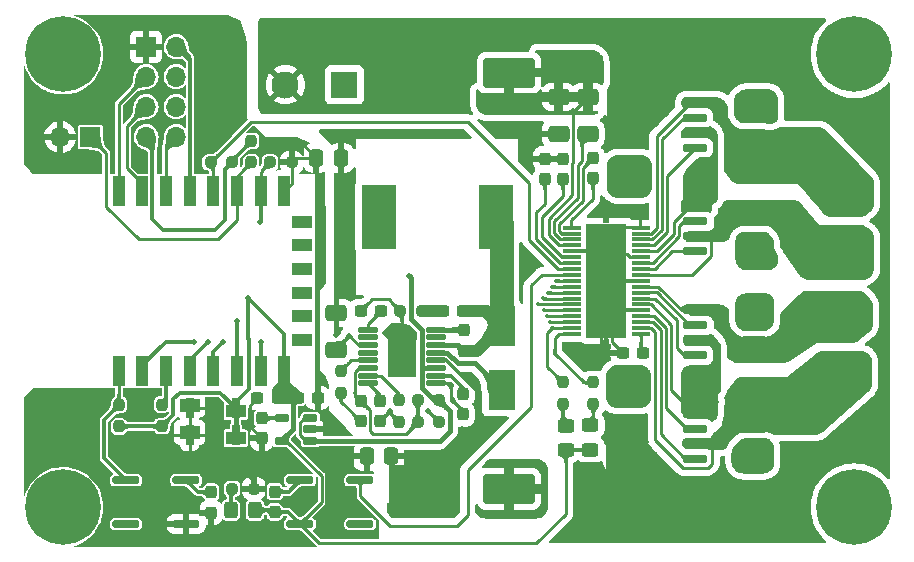
<source format=gbr>
%TF.GenerationSoftware,KiCad,Pcbnew,(6.0.8)*%
%TF.CreationDate,2023-03-12T18:26:40+08:00*%
%TF.ProjectId,STEP_MOTO,53544550-5f4d-44f5-944f-2e6b69636164,rev?*%
%TF.SameCoordinates,Original*%
%TF.FileFunction,Copper,L1,Top*%
%TF.FilePolarity,Positive*%
%FSLAX46Y46*%
G04 Gerber Fmt 4.6, Leading zero omitted, Abs format (unit mm)*
G04 Created by KiCad (PCBNEW (6.0.8)) date 2023-03-12 18:26:40*
%MOMM*%
%LPD*%
G01*
G04 APERTURE LIST*
G04 Aperture macros list*
%AMRoundRect*
0 Rectangle with rounded corners*
0 $1 Rounding radius*
0 $2 $3 $4 $5 $6 $7 $8 $9 X,Y pos of 4 corners*
0 Add a 4 corners polygon primitive as box body*
4,1,4,$2,$3,$4,$5,$6,$7,$8,$9,$2,$3,0*
0 Add four circle primitives for the rounded corners*
1,1,$1+$1,$2,$3*
1,1,$1+$1,$4,$5*
1,1,$1+$1,$6,$7*
1,1,$1+$1,$8,$9*
0 Add four rect primitives between the rounded corners*
20,1,$1+$1,$2,$3,$4,$5,0*
20,1,$1+$1,$4,$5,$6,$7,0*
20,1,$1+$1,$6,$7,$8,$9,0*
20,1,$1+$1,$8,$9,$2,$3,0*%
%AMFreePoly0*
4,1,21,0.800354,0.825354,0.800500,0.825000,0.800500,0.300000,0.825000,0.300000,0.825000,-0.300000,0.800500,-0.300000,0.800500,-0.825000,0.800354,-0.825354,0.800000,-0.825500,-0.290000,-0.825500,-0.290354,-0.825354,-0.290500,-0.825000,-0.290500,-0.300000,-0.825000,-0.300000,-0.825000,0.300000,-0.290500,0.300000,-0.290500,0.825000,-0.290354,0.825354,-0.290000,0.825500,0.800000,0.825500,
0.800354,0.825354,0.800354,0.825354,$1*%
%AMFreePoly1*
4,1,21,0.300354,0.825354,0.300500,0.825000,0.300500,0.300000,0.825000,0.300000,0.825000,-0.300000,0.300500,-0.300000,0.300500,-0.825000,0.300354,-0.825354,0.300000,-0.825500,-0.800000,-0.825500,-0.800354,-0.825354,-0.800500,-0.825000,-0.800500,-0.300000,-0.825000,-0.300000,-0.825000,0.300000,-0.800500,0.300000,-0.800500,0.825000,-0.800354,0.825354,-0.800000,0.825500,0.300000,0.825500,
0.300354,0.825354,0.300354,0.825354,$1*%
G04 Aperture macros list end*
%TA.AperFunction,SMDPad,CuDef*%
%ADD10R,1.000000X2.500000*%
%TD*%
%TA.AperFunction,SMDPad,CuDef*%
%ADD11R,1.800000X1.000000*%
%TD*%
%TA.AperFunction,SMDPad,CuDef*%
%ADD12RoundRect,0.249999X1.425001X-0.450001X1.425001X0.450001X-1.425001X0.450001X-1.425001X-0.450001X0*%
%TD*%
%TA.AperFunction,SMDPad,CuDef*%
%ADD13RoundRect,0.237500X0.250000X0.237500X-0.250000X0.237500X-0.250000X-0.237500X0.250000X-0.237500X0*%
%TD*%
%TA.AperFunction,SMDPad,CuDef*%
%ADD14RoundRect,0.237500X-0.250000X-0.237500X0.250000X-0.237500X0.250000X0.237500X-0.250000X0.237500X0*%
%TD*%
%TA.AperFunction,SMDPad,CuDef*%
%ADD15RoundRect,0.046900X0.538100X-0.288100X0.538100X0.288100X-0.538100X0.288100X-0.538100X-0.288100X0*%
%TD*%
%TA.AperFunction,SMDPad,CuDef*%
%ADD16RoundRect,0.237500X0.237500X-0.250000X0.237500X0.250000X-0.237500X0.250000X-0.237500X-0.250000X0*%
%TD*%
%TA.AperFunction,SMDPad,CuDef*%
%ADD17RoundRect,0.237500X0.237500X-0.300000X0.237500X0.300000X-0.237500X0.300000X-0.237500X-0.300000X0*%
%TD*%
%TA.AperFunction,SMDPad,CuDef*%
%ADD18RoundRect,0.042000X-0.943000X-0.258000X0.943000X-0.258000X0.943000X0.258000X-0.943000X0.258000X0*%
%TD*%
%TA.AperFunction,SMDPad,CuDef*%
%ADD19RoundRect,0.237500X-0.237500X0.300000X-0.237500X-0.300000X0.237500X-0.300000X0.237500X0.300000X0*%
%TD*%
%TA.AperFunction,SMDPad,CuDef*%
%ADD20RoundRect,0.012000X-0.738000X-0.138000X0.738000X-0.138000X0.738000X0.138000X-0.738000X0.138000X0*%
%TD*%
%TA.AperFunction,SMDPad,CuDef*%
%ADD21R,3.400000X9.700000*%
%TD*%
%TA.AperFunction,ComponentPad*%
%ADD22C,0.300000*%
%TD*%
%TA.AperFunction,SMDPad,CuDef*%
%ADD23RoundRect,0.250000X1.950000X1.000000X-1.950000X1.000000X-1.950000X-1.000000X1.950000X-1.000000X0*%
%TD*%
%TA.AperFunction,SMDPad,CuDef*%
%ADD24RoundRect,0.249999X-1.425001X0.450001X-1.425001X-0.450001X1.425001X-0.450001X1.425001X0.450001X0*%
%TD*%
%TA.AperFunction,SMDPad,CuDef*%
%ADD25RoundRect,0.250000X-0.325000X-0.450000X0.325000X-0.450000X0.325000X0.450000X-0.325000X0.450000X0*%
%TD*%
%TA.AperFunction,SMDPad,CuDef*%
%ADD26RoundRect,0.237500X0.300000X0.237500X-0.300000X0.237500X-0.300000X-0.237500X0.300000X-0.237500X0*%
%TD*%
%TA.AperFunction,ComponentPad*%
%ADD27R,2.300000X2.300000*%
%TD*%
%TA.AperFunction,ComponentPad*%
%ADD28C,2.300000*%
%TD*%
%TA.AperFunction,ComponentPad*%
%ADD29C,0.800000*%
%TD*%
%TA.AperFunction,ComponentPad*%
%ADD30C,6.400000*%
%TD*%
%TA.AperFunction,SMDPad,CuDef*%
%ADD31RoundRect,0.250000X-0.450000X0.325000X-0.450000X-0.325000X0.450000X-0.325000X0.450000X0.325000X0*%
%TD*%
%TA.AperFunction,ComponentPad*%
%ADD32R,1.700000X1.700000*%
%TD*%
%TA.AperFunction,ComponentPad*%
%ADD33O,1.700000X1.700000*%
%TD*%
%TA.AperFunction,SMDPad,CuDef*%
%ADD34RoundRect,0.250000X-0.650000X0.412500X-0.650000X-0.412500X0.650000X-0.412500X0.650000X0.412500X0*%
%TD*%
%TA.AperFunction,SMDPad,CuDef*%
%ADD35FreePoly0,270.000000*%
%TD*%
%TA.AperFunction,SMDPad,CuDef*%
%ADD36FreePoly1,270.000000*%
%TD*%
%TA.AperFunction,SMDPad,CuDef*%
%ADD37RoundRect,0.250000X-0.337500X-0.475000X0.337500X-0.475000X0.337500X0.475000X-0.337500X0.475000X0*%
%TD*%
%TA.AperFunction,SMDPad,CuDef*%
%ADD38RoundRect,0.250000X0.650000X-0.412500X0.650000X0.412500X-0.650000X0.412500X-0.650000X-0.412500X0*%
%TD*%
%TA.AperFunction,SMDPad,CuDef*%
%ADD39RoundRect,0.237500X-0.237500X0.250000X-0.237500X-0.250000X0.237500X-0.250000X0.237500X0.250000X0*%
%TD*%
%TA.AperFunction,SMDPad,CuDef*%
%ADD40RoundRect,0.020500X-0.764500X-0.184500X0.764500X-0.184500X0.764500X0.184500X-0.764500X0.184500X0*%
%TD*%
%TA.AperFunction,SMDPad,CuDef*%
%ADD41R,2.480000X3.400000*%
%TD*%
%TA.AperFunction,SMDPad,CuDef*%
%ADD42RoundRect,0.237500X-0.300000X-0.237500X0.300000X-0.237500X0.300000X0.237500X-0.300000X0.237500X0*%
%TD*%
%TA.AperFunction,SMDPad,CuDef*%
%ADD43R,2.900000X5.400000*%
%TD*%
%TA.AperFunction,SMDPad,CuDef*%
%ADD44RoundRect,0.162500X-0.980500X-0.162500X0.980500X-0.162500X0.980500X0.162500X-0.980500X0.162500X0*%
%TD*%
%TA.AperFunction,SMDPad,CuDef*%
%ADD45R,2.300000X3.500000*%
%TD*%
%TA.AperFunction,ViaPad*%
%ADD46C,0.500000*%
%TD*%
%TA.AperFunction,ViaPad*%
%ADD47C,0.350000*%
%TD*%
%TA.AperFunction,Conductor*%
%ADD48C,0.250000*%
%TD*%
%TA.AperFunction,Conductor*%
%ADD49C,0.254000*%
%TD*%
%TA.AperFunction,Conductor*%
%ADD50C,0.300000*%
%TD*%
%TA.AperFunction,Conductor*%
%ADD51C,0.400000*%
%TD*%
%TA.AperFunction,Conductor*%
%ADD52C,1.000000*%
%TD*%
%TA.AperFunction,Conductor*%
%ADD53C,2.000000*%
%TD*%
G04 APERTURE END LIST*
D10*
%TO.P,U2,1,~{RST}*%
%TO.N,Net-(R7-Pad2)*%
X8717200Y15575000D03*
%TO.P,U2,2,ADC*%
%TO.N,/STA*%
X10717200Y15575000D03*
%TO.P,U2,3,EN*%
%TO.N,Net-(R8-Pad2)*%
X12717200Y15575000D03*
%TO.P,U2,4,GPIO16*%
%TO.N,/BIN1*%
X14717200Y15575000D03*
%TO.P,U2,5,GPIO14*%
%TO.N,/SCLK*%
X16717200Y15575000D03*
%TO.P,U2,6,GPIO12*%
%TO.N,/SDATO*%
X18717200Y15575000D03*
%TO.P,U2,7,GPIO13*%
%TO.N,/SDATI*%
X20717200Y15575000D03*
%TO.P,U2,8,VCC*%
%TO.N,+3.3V*%
X22717200Y15575000D03*
D11*
%TO.P,U2,9,CS0*%
%TO.N,unconnected-(U2-Pad9)*%
X24217200Y18175000D03*
%TO.P,U2,10,MISO*%
%TO.N,unconnected-(U2-Pad10)*%
X24217200Y20175000D03*
%TO.P,U2,11,GPIO9*%
%TO.N,unconnected-(U2-Pad11)*%
X24217200Y22175000D03*
%TO.P,U2,12,GPIO10*%
%TO.N,unconnected-(U2-Pad12)*%
X24217200Y24175000D03*
%TO.P,U2,13,MOSI*%
%TO.N,unconnected-(U2-Pad13)*%
X24217200Y26175000D03*
%TO.P,U2,14,SCLK*%
%TO.N,unconnected-(U2-Pad14)*%
X24217200Y28175000D03*
D10*
%TO.P,U2,15,GND*%
%TO.N,GND*%
X22717200Y30775000D03*
%TO.P,U2,16,GPIO15*%
%TO.N,/SCS*%
X20717200Y30775000D03*
%TO.P,U2,17,GPIO2*%
%TO.N,/FLASH*%
X18717200Y30775000D03*
%TO.P,U2,18,GPIO0*%
%TO.N,/SLEEPn*%
X16717200Y30775000D03*
%TO.P,U2,19,GPIO4*%
%TO.N,/STEP*%
X14717200Y30775000D03*
%TO.P,U2,20,GPIO5*%
%TO.N,/DIR*%
X12717200Y30775000D03*
%TO.P,U2,21,GPIO3/RXD*%
%TO.N,/RXD*%
X10717200Y30775000D03*
%TO.P,U2,22,GPIO1/TXD*%
%TO.N,/TXD*%
X8717200Y30775000D03*
%TD*%
D12*
%TO.P,R6,1*%
%TO.N,GNDPWR*%
X51892000Y8273600D03*
%TO.P,R6,2*%
%TO.N,/BISENP*%
X51892000Y14373600D03*
%TD*%
D13*
%TO.P,R16,1*%
%TO.N,GND*%
X35837300Y11222000D03*
%TO.P,R16,2*%
%TO.N,Net-(C32-Pad1)*%
X34012300Y11222000D03*
%TD*%
D14*
%TO.P,R9,1*%
%TO.N,/SLEEPn*%
X16486300Y33193000D03*
%TO.P,R9,2*%
%TO.N,+3.3V*%
X18311300Y33193000D03*
%TD*%
D15*
%TO.P,U8,1,VIN*%
%TO.N,+5V*%
X24943400Y9645900D03*
%TO.P,U8,2,GND*%
%TO.N,GND*%
X24943400Y10585900D03*
%TO.P,U8,3,EN*%
%TO.N,+5V*%
X24943400Y11525900D03*
%TO.P,U8,4,BP*%
%TO.N,Net-(C40-Pad1)*%
X22503400Y11525900D03*
%TO.P,U8,5,VOUT*%
%TO.N,+3.3V*%
X22503400Y9645900D03*
%TD*%
D16*
%TO.P,R13,1*%
%TO.N,GND*%
X32435600Y11225800D03*
%TO.P,R13,2*%
%TO.N,Net-(R13-Pad2)*%
X32435600Y13050800D03*
%TD*%
D17*
%TO.P,C19,1*%
%TO.N,GND*%
X16535200Y3555500D03*
%TO.P,C19,2*%
%TO.N,Net-(C19-Pad2)*%
X16535200Y5280500D03*
%TD*%
D14*
%TO.P,R15,1*%
%TO.N,Net-(C32-Pad1)*%
X34012300Y13050800D03*
%TO.P,R15,2*%
%TO.N,+5V*%
X35837300Y13050800D03*
%TD*%
D18*
%TO.P,U7,1*%
%TO.N,/BISENP*%
X57530000Y11905000D03*
%TO.P,U7,2*%
%TO.N,/B2LS*%
X57530000Y10635000D03*
%TO.P,U7,3*%
%TO.N,/BOUT2*%
X57530000Y9365000D03*
%TO.P,U7,4*%
%TO.N,/B2HS*%
X57530000Y8095000D03*
%TO.P,U7,5*%
%TO.N,+VSW*%
X62470000Y8095000D03*
%TO.P,U7,6*%
X62470000Y9365000D03*
%TO.P,U7,7*%
%TO.N,/BOUT2*%
X62470000Y10635000D03*
%TO.P,U7,8*%
X62470000Y11905000D03*
%TD*%
D19*
%TO.P,C32,1*%
%TO.N,Net-(C32-Pad1)*%
X29184400Y12998900D03*
%TO.P,C32,2*%
%TO.N,Net-(C32-Pad2)*%
X29184400Y11273900D03*
%TD*%
D20*
%TO.P,U1,1,CP1*%
%TO.N,Net-(C6-Pad1)*%
X47100000Y27675000D03*
%TO.P,U1,2,CP2*%
%TO.N,Net-(C6-Pad2)*%
X47100000Y27175000D03*
%TO.P,U1,3,VCP*%
%TO.N,Net-(C4-Pad2)*%
X47100000Y26675000D03*
%TO.P,U1,4,VM*%
%TO.N,+VSW*%
X47100000Y26175000D03*
%TO.P,U1,5,GND*%
%TO.N,GNDPWR*%
X47100000Y25675000D03*
%TO.P,U1,6,V5*%
%TO.N,Net-(C5-Pad2)*%
X47100000Y25175000D03*
%TO.P,U1,7,VINT*%
%TO.N,Net-(C7-Pad2)*%
X47100000Y24675000D03*
%TO.P,U1,8,SLEEPn*%
%TO.N,/SLEEPn*%
X47100000Y24175000D03*
%TO.P,U1,9,RESET*%
%TO.N,Net-(SW1-Pad3)*%
X47100000Y23675000D03*
%TO.P,U1,10,STEP/AIN1*%
%TO.N,/STEP*%
X47100000Y23175000D03*
%TO.P,U1,11,DIR/AIN2*%
%TO.N,/DIR*%
X47100000Y22675000D03*
%TO.P,U1,12,BIN1*%
%TO.N,/BIN1*%
X47100000Y22175000D03*
%TO.P,U1,13,BIN2*%
%TO.N,/BIN2*%
X47100000Y21675000D03*
%TO.P,U1,14,SCLK*%
%TO.N,/SCLK*%
X47100000Y21175000D03*
%TO.P,U1,15,SDATI*%
%TO.N,/SDATI*%
X47100000Y20675000D03*
%TO.P,U1,16,SCS*%
%TO.N,/SCS*%
X47100000Y20175000D03*
%TO.P,U1,17,SDATO*%
%TO.N,/SDATO*%
X47100000Y19675000D03*
%TO.P,U1,18,FAULTn*%
%TO.N,/FAU*%
X47100000Y19175000D03*
%TO.P,U1,19,STALLn/BEMFVn*%
%TO.N,/STA*%
X47100000Y18675000D03*
%TO.P,U1,20,BEMF*%
%TO.N,Net-(C3-Pad1)*%
X52900000Y18675000D03*
%TO.P,U1,21,BOUT2*%
%TO.N,/BOUT2*%
X52900000Y19175000D03*
%TO.P,U1,22,B2HS*%
%TO.N,/B2HS*%
X52900000Y19675000D03*
%TO.P,U1,23,B2LS*%
%TO.N,/B2LS*%
X52900000Y20175000D03*
%TO.P,U1,24,BISENN*%
%TO.N,GNDPWR*%
X52900000Y20675000D03*
%TO.P,U1,25,BISENP*%
%TO.N,/BISENP*%
X52900000Y21175000D03*
%TO.P,U1,26,B1LS*%
%TO.N,/B1LS*%
X52900000Y21675000D03*
%TO.P,U1,27,B1HS*%
%TO.N,/B1HS*%
X52900000Y22175000D03*
%TO.P,U1,28,BOUT1*%
%TO.N,/BOUT1*%
X52900000Y22675000D03*
%TO.P,U1,29,GND*%
%TO.N,GNDPWR*%
X52900000Y23175000D03*
%TO.P,U1,30,AOUT2*%
%TO.N,/AOUT2*%
X52900000Y23675000D03*
%TO.P,U1,31,A2HS*%
%TO.N,/A2HS*%
X52900000Y24175000D03*
%TO.P,U1,32,A2LS*%
%TO.N,/A2LS*%
X52900000Y24675000D03*
%TO.P,U1,33,AISENN*%
%TO.N,GNDPWR*%
X52900000Y25175000D03*
%TO.P,U1,34,AISENP*%
%TO.N,/AISENP*%
X52900000Y25675000D03*
%TO.P,U1,35,A1LS*%
%TO.N,/A1LS*%
X52900000Y26175000D03*
%TO.P,U1,36,A1HS*%
%TO.N,/A1HS*%
X52900000Y26675000D03*
%TO.P,U1,37,AOUT1*%
%TO.N,/AOUT1*%
X52900000Y27175000D03*
%TO.P,U1,38,GND*%
%TO.N,GNDPWR*%
X52900000Y27675000D03*
D21*
%TO.P,U1,39,GND*%
X50000000Y23175000D03*
D22*
%TO.P,U1,40*%
%TO.N,N/C*%
X48800000Y18975000D03*
%TO.P,U1,41*%
X50000000Y18975000D03*
%TO.P,U1,42*%
X51200000Y18975000D03*
%TO.P,U1,43*%
X48800000Y20175000D03*
%TO.P,U1,44*%
X50000000Y20175000D03*
%TO.P,U1,45*%
X51200000Y20175000D03*
%TO.P,U1,46*%
X48800000Y21375000D03*
%TO.P,U1,47*%
X50000000Y21375000D03*
%TO.P,U1,48*%
X51200000Y21375000D03*
%TO.P,U1,49*%
X48800000Y22575000D03*
%TO.P,U1,50*%
X50000000Y22575000D03*
%TO.P,U1,51*%
X51200000Y22575000D03*
%TO.P,U1,52*%
X48800000Y23775000D03*
%TO.P,U1,53*%
X50000000Y23775000D03*
%TO.P,U1,54*%
X51200000Y23775000D03*
%TO.P,U1,55*%
X48800000Y24975000D03*
%TO.P,U1,56*%
X50000000Y24975000D03*
%TO.P,U1,57*%
X51200000Y24975000D03*
%TO.P,U1,58*%
X48800000Y26175000D03*
%TO.P,U1,59*%
X50000000Y26175000D03*
%TO.P,U1,60*%
X51200000Y26175000D03*
%TO.P,U1,61*%
X48800000Y27375000D03*
%TO.P,U1,62*%
X50000000Y27375000D03*
%TO.P,U1,63*%
X51200000Y27375000D03*
%TD*%
D23*
%TO.P,C9,1*%
%TO.N,+VSW*%
X41750000Y5550000D03*
%TO.P,C9,2*%
%TO.N,GNDPWR*%
X34350000Y5550000D03*
%TD*%
D24*
%TO.P,R1,1*%
%TO.N,GNDPWR*%
X51942800Y38148000D03*
%TO.P,R1,2*%
%TO.N,/AISENP*%
X51942800Y32048000D03*
%TD*%
D25*
%TO.P,D3,1,K*%
%TO.N,Net-(D3-Pad1)*%
X18202600Y3754400D03*
%TO.P,D3,2,A*%
%TO.N,+3.3V*%
X20252600Y3754400D03*
%TD*%
D26*
%TO.P,C36,1*%
%TO.N,Net-(C34-Pad1)*%
X37870100Y20620000D03*
%TO.P,C36,2*%
%TO.N,Net-(C36-Pad2)*%
X36145100Y20620000D03*
%TD*%
%TO.P,C3,1*%
%TO.N,Net-(C3-Pad1)*%
X53110100Y17064000D03*
%TO.P,C3,2*%
%TO.N,GNDPWR*%
X51385100Y17064000D03*
%TD*%
D27*
%TO.P,J5,1,Pin_1*%
%TO.N,+VSW*%
X27823600Y39771600D03*
D28*
%TO.P,J5,2,Pin_2*%
%TO.N,GNDPWR*%
X22823600Y39771600D03*
%TD*%
D19*
%TO.P,C40,1*%
%TO.N,Net-(C40-Pad1)*%
X20827800Y11551100D03*
%TO.P,C40,2*%
%TO.N,GND*%
X20827800Y9826100D03*
%TD*%
%TO.P,C7,1*%
%TO.N,GNDPWR*%
X44780000Y33522100D03*
%TO.P,C7,2*%
%TO.N,Net-(C7-Pad2)*%
X44780000Y31797100D03*
%TD*%
D29*
%TO.P,REF\u002A\u002A,1*%
%TO.N,N/C*%
X72697056Y2302944D03*
X71000000Y1600000D03*
X69302944Y2302944D03*
X73400000Y4000000D03*
D30*
X71000000Y4000000D03*
D29*
X69302944Y5697056D03*
X68600000Y4000000D03*
X71000000Y6400000D03*
X72697056Y5697056D03*
%TD*%
D31*
%TO.P,D2,1,K*%
%TO.N,Net-(D2-Pad1)*%
X46558000Y10917200D03*
%TO.P,D2,2,A*%
%TO.N,+3.3V*%
X46558000Y8867200D03*
%TD*%
D29*
%TO.P,REF\u002A\u002A,1*%
%TO.N,N/C*%
X4000000Y44750000D03*
D30*
X4000000Y42350000D03*
D29*
X6400000Y42350000D03*
X2302944Y40652944D03*
X2302944Y44047056D03*
X4000000Y39950000D03*
X1600000Y42350000D03*
X5697056Y40652944D03*
X5697056Y44047056D03*
%TD*%
D19*
%TO.P,C5,1*%
%TO.N,GNDPWR*%
X46304000Y33522100D03*
%TO.P,C5,2*%
%TO.N,Net-(C5-Pad2)*%
X46304000Y31797100D03*
%TD*%
D17*
%TO.P,C34,1*%
%TO.N,Net-(C34-Pad1)*%
X37922000Y17268300D03*
%TO.P,C34,2*%
%TO.N,Net-(C34-Pad2)*%
X37922000Y18993300D03*
%TD*%
D14*
%TO.P,R14,1*%
%TO.N,GND*%
X32539100Y20620000D03*
%TO.P,R14,2*%
%TO.N,Net-(C36-Pad2)*%
X34364100Y20620000D03*
%TD*%
D32*
%TO.P,J3,1,Pin_1*%
%TO.N,GND*%
X11025000Y43000000D03*
D33*
%TO.P,J3,2,Pin_2*%
%TO.N,/TXD*%
X11025000Y40460000D03*
%TO.P,J3,3,Pin_3*%
%TO.N,/RXD*%
X11025000Y37920000D03*
%TO.P,J3,4,Pin_4*%
%TO.N,+3.3V*%
X11025000Y35380000D03*
%TO.P,J3,5,Pin_5*%
%TO.N,/DIR*%
X13565000Y35380000D03*
%TO.P,J3,6,Pin_6*%
%TO.N,/BIN2*%
X13565000Y37920000D03*
%TO.P,J3,7,Pin_7*%
%TO.N,/FAU*%
X13565000Y40460000D03*
%TO.P,J3,8,Pin_8*%
%TO.N,/STEP*%
X13565000Y43000000D03*
%TD*%
D14*
%TO.P,R5,1*%
%TO.N,Net-(D3-Pad1)*%
X18315100Y5583200D03*
%TO.P,R5,2*%
%TO.N,GND*%
X20140100Y5583200D03*
%TD*%
D34*
%TO.P,C4,1*%
%TO.N,+VSW*%
X48437600Y38742200D03*
%TO.P,C4,2*%
%TO.N,Net-(C4-Pad2)*%
X48437600Y35617200D03*
%TD*%
D35*
%TO.P,D4,1,K*%
%TO.N,+3.3V*%
X18612200Y10104400D03*
D36*
%TO.P,D4,2,A*%
%TO.N,GND*%
X14712200Y10104400D03*
%TD*%
D27*
%TO.P,J2,1,Pin_1*%
%TO.N,/BOUT2*%
X70639600Y15384800D03*
D28*
%TO.P,J2,2,Pin_2*%
%TO.N,/BOUT1*%
X70639600Y20384800D03*
%TD*%
D37*
%TO.P,L1,1,1*%
%TO.N,GND*%
X29696300Y8301000D03*
%TO.P,L1,2,2*%
%TO.N,GNDPWR*%
X31771300Y8301000D03*
%TD*%
D38*
%TO.P,C1,1*%
%TO.N,GNDPWR*%
X45948400Y35618300D03*
%TO.P,C1,2*%
%TO.N,+VSW*%
X45948400Y38743300D03*
%TD*%
D39*
%TO.P,R12,1*%
%TO.N,Net-(R12-Pad1)*%
X27508000Y15538100D03*
%TO.P,R12,2*%
%TO.N,Net-(C32-Pad2)*%
X27508000Y13713100D03*
%TD*%
D14*
%TO.P,R11,1*%
%TO.N,/SCS*%
X21517400Y33193000D03*
%TO.P,R11,2*%
%TO.N,GND*%
X23342400Y33193000D03*
%TD*%
D18*
%TO.P,U6,1*%
%TO.N,/BOUT1*%
X57530000Y20688334D03*
%TO.P,U6,2*%
%TO.N,/B1HS*%
X57530000Y19418334D03*
%TO.P,U6,3*%
%TO.N,/BISENP*%
X57530000Y18148334D03*
%TO.P,U6,4*%
%TO.N,/B1LS*%
X57530000Y16878334D03*
%TO.P,U6,5*%
%TO.N,/BOUT1*%
X62470000Y16878334D03*
%TO.P,U6,6*%
X62470000Y18148334D03*
%TO.P,U6,7*%
%TO.N,+VSW*%
X62470000Y19418334D03*
%TO.P,U6,8*%
X62470000Y20688334D03*
%TD*%
D16*
%TO.P,R7,1*%
%TO.N,+3.3V*%
X8737400Y10841000D03*
%TO.P,R7,2*%
%TO.N,Net-(R7-Pad2)*%
X8737400Y12666000D03*
%TD*%
%TO.P,R10,1*%
%TO.N,/FLASH*%
X19938800Y33194900D03*
%TO.P,R10,2*%
%TO.N,+3.3V*%
X19938800Y35019900D03*
%TD*%
D40*
%TO.P,U5,1,VCC*%
%TO.N,Net-(C37-Pad1)*%
X29819600Y19034200D03*
%TO.P,U5,2,SD*%
%TO.N,unconnected-(U5-Pad2)*%
X29819600Y18384200D03*
%TO.P,U5,3,VIN*%
%TO.N,+VSW*%
X29819600Y17734200D03*
%TO.P,U5,4,SYNC*%
%TO.N,unconnected-(U5-Pad4)*%
X29819600Y17084200D03*
%TO.P,U5,5,COMP*%
%TO.N,Net-(R12-Pad1)*%
X29819600Y16434200D03*
%TO.P,U5,6,FB*%
%TO.N,Net-(C32-Pad1)*%
X29819600Y15784200D03*
%TO.P,U5,7,RT*%
%TO.N,Net-(R13-Pad2)*%
X29819600Y15134200D03*
%TO.P,U5,8,RAMP*%
%TO.N,Net-(C33-Pad1)*%
X29819600Y14484200D03*
%TO.P,U5,9,AGND*%
%TO.N,GND*%
X35559600Y14484200D03*
%TO.P,U5,10,SS*%
%TO.N,Net-(C35-Pad1)*%
X35559600Y15134200D03*
%TO.P,U5,11,OUT*%
%TO.N,+5V*%
X35559600Y15784200D03*
%TO.P,U5,12,PGND*%
%TO.N,GNDPWR*%
X35559600Y16434200D03*
%TO.P,U5,13,IS*%
%TO.N,Net-(D6-Pad2)*%
X35559600Y17084200D03*
%TO.P,U5,14,SW*%
%TO.N,Net-(C34-Pad1)*%
X35559600Y17734200D03*
%TO.P,U5,15,PRE*%
%TO.N,unconnected-(U5-Pad15)*%
X35559600Y18384200D03*
%TO.P,U5,16,BST*%
%TO.N,Net-(C34-Pad2)*%
X35559600Y19034200D03*
D41*
%TO.P,U5,17,EPAD*%
%TO.N,GND*%
X32689600Y16759200D03*
%TD*%
D18*
%TO.P,U4,1*%
%TO.N,/AISENP*%
X57530000Y29471667D03*
%TO.P,U4,2*%
%TO.N,/A2LS*%
X57530000Y28201667D03*
%TO.P,U4,3*%
%TO.N,/AOUT2*%
X57530000Y26931667D03*
%TO.P,U4,4*%
%TO.N,/A2HS*%
X57530000Y25661667D03*
%TO.P,U4,5*%
%TO.N,+VSW*%
X62470000Y25661667D03*
%TO.P,U4,6*%
X62470000Y26931667D03*
%TO.P,U4,7*%
%TO.N,/AOUT2*%
X62470000Y28201667D03*
%TO.P,U4,8*%
X62470000Y29471667D03*
%TD*%
D38*
%TO.P,C31,1*%
%TO.N,+VSW*%
X27101600Y17330300D03*
%TO.P,C31,2*%
%TO.N,GNDPWR*%
X27101600Y20455300D03*
%TD*%
D42*
%TO.P,C28,1*%
%TO.N,GND*%
X20447900Y13254000D03*
%TO.P,C28,2*%
%TO.N,+3.3V*%
X22172900Y13254000D03*
%TD*%
D17*
%TO.P,C6,1*%
%TO.N,Net-(C6-Pad1)*%
X48844000Y31846800D03*
%TO.P,C6,2*%
%TO.N,Net-(C6-Pad2)*%
X48844000Y33571800D03*
%TD*%
D16*
%TO.P,R8,1*%
%TO.N,+3.3V*%
X12369600Y10868300D03*
%TO.P,R8,2*%
%TO.N,Net-(R8-Pad2)*%
X12369600Y12693300D03*
%TD*%
D30*
%TO.P,REF\u002A\u002A,1*%
%TO.N,N/C*%
X71000000Y42350000D03*
D29*
X73400000Y42350000D03*
X72697056Y44047056D03*
X71000000Y39950000D03*
X68600000Y42350000D03*
X69302944Y40652944D03*
X69302944Y44047056D03*
X72697056Y40652944D03*
X71000000Y44750000D03*
%TD*%
D19*
%TO.P,C35,1*%
%TO.N,Net-(C35-Pad1)*%
X37871200Y13608500D03*
%TO.P,C35,2*%
%TO.N,GND*%
X37871200Y11883500D03*
%TD*%
D32*
%TO.P,J4,1,Pin_1*%
%TO.N,/FLASH*%
X6299000Y35352000D03*
D33*
%TO.P,J4,2,Pin_2*%
%TO.N,GND*%
X3759000Y35352000D03*
%TD*%
D43*
%TO.P,L3,1,1*%
%TO.N,Net-(C34-Pad1)*%
X40611400Y28595600D03*
%TO.P,L3,2,2*%
%TO.N,+5V*%
X30711400Y28595600D03*
%TD*%
D29*
%TO.P,REF\u002A\u002A,1*%
%TO.N,N/C*%
X4000000Y6400000D03*
X5697056Y5697056D03*
X2302944Y5697056D03*
D30*
X4000000Y4000000D03*
D29*
X1600000Y4000000D03*
X6400000Y4000000D03*
X4000000Y1600000D03*
X5697056Y2302944D03*
X2302944Y2302944D03*
%TD*%
D18*
%TO.P,U3,1*%
%TO.N,/AOUT1*%
X57530000Y38255000D03*
%TO.P,U3,2*%
%TO.N,/A1HS*%
X57530000Y36985000D03*
%TO.P,U3,3*%
%TO.N,/AISENP*%
X57530000Y35715000D03*
%TO.P,U3,4*%
%TO.N,/A1LS*%
X57530000Y34445000D03*
%TO.P,U3,5*%
%TO.N,/AOUT1*%
X62470000Y34445000D03*
%TO.P,U3,6*%
X62470000Y35715000D03*
%TO.P,U3,7*%
%TO.N,+VSW*%
X62470000Y36985000D03*
%TO.P,U3,8*%
X62470000Y38255000D03*
%TD*%
D37*
%TO.P,L2,1,1*%
%TO.N,GND*%
X25450600Y33574000D03*
%TO.P,L2,2,2*%
%TO.N,GNDPWR*%
X27525600Y33574000D03*
%TD*%
D26*
%TO.P,C37,1*%
%TO.N,Net-(C37-Pad1)*%
X30910500Y20620000D03*
%TO.P,C37,2*%
%TO.N,GND*%
X29185500Y20620000D03*
%TD*%
D23*
%TO.P,C11,1*%
%TO.N,+VSW*%
X41750000Y40800000D03*
%TO.P,C11,2*%
%TO.N,GNDPWR*%
X34350000Y40800000D03*
%TD*%
D16*
%TO.P,R4,1*%
%TO.N,Net-(D1-Pad1)*%
X48894800Y12746000D03*
%TO.P,R4,2*%
%TO.N,/STA*%
X48894800Y14571000D03*
%TD*%
D19*
%TO.P,C33,1*%
%TO.N,Net-(C33-Pad1)*%
X30810000Y12998900D03*
%TO.P,C33,2*%
%TO.N,GND*%
X30810000Y11273900D03*
%TD*%
D16*
%TO.P,R2,1*%
%TO.N,Net-(D2-Pad1)*%
X46304000Y12746000D03*
%TO.P,R2,2*%
%TO.N,/FAU*%
X46304000Y14571000D03*
%TD*%
D27*
%TO.P,J1,1,Pin_1*%
%TO.N,/AOUT2*%
X70637200Y25384400D03*
D28*
%TO.P,J1,2,Pin_2*%
%TO.N,/AOUT1*%
X70637200Y30384400D03*
%TD*%
D44*
%TO.P,SW1,1*%
%TO.N,unconnected-(SW1-Pad1)*%
X29167000Y2586000D03*
%TO.P,SW1,2*%
%TO.N,+3.3V*%
X24067000Y2586000D03*
%TO.P,SW1,3*%
%TO.N,Net-(SW1-Pad3)*%
X29167000Y6286000D03*
%TO.P,SW1,4*%
%TO.N,Net-(C2-Pad2)*%
X24067000Y6286000D03*
%TD*%
D17*
%TO.P,C2,1*%
%TO.N,+3.3V*%
X21920000Y3603100D03*
%TO.P,C2,2*%
%TO.N,Net-(C2-Pad2)*%
X21920000Y5328100D03*
%TD*%
D35*
%TO.P,D5,1,K*%
%TO.N,+3.3V*%
X18612200Y12415800D03*
D36*
%TO.P,D5,2,A*%
%TO.N,GND*%
X14712200Y12415800D03*
%TD*%
D45*
%TO.P,D6,1,K*%
%TO.N,Net-(C34-Pad1)*%
X41122400Y19357600D03*
%TO.P,D6,2,A*%
%TO.N,Net-(D6-Pad2)*%
X41122400Y13957600D03*
%TD*%
D26*
%TO.P,C27,1*%
%TO.N,GND*%
X25576500Y13254000D03*
%TO.P,C27,2*%
%TO.N,+3.3V*%
X23851500Y13254000D03*
%TD*%
D31*
%TO.P,D1,1,K*%
%TO.N,Net-(D1-Pad1)*%
X48640800Y10926200D03*
%TO.P,D1,2,A*%
%TO.N,+3.3V*%
X48640800Y8876200D03*
%TD*%
D44*
%TO.P,SW2,1*%
%TO.N,GND*%
X14427000Y2586000D03*
%TO.P,SW2,2*%
%TO.N,unconnected-(SW2-Pad2)*%
X9327000Y2586000D03*
%TO.P,SW2,3*%
%TO.N,Net-(C19-Pad2)*%
X14427000Y6286000D03*
%TO.P,SW2,4*%
%TO.N,Net-(R7-Pad2)*%
X9327000Y6286000D03*
%TD*%
D46*
%TO.N,GND*%
X18482533Y2433600D03*
X24714000Y4643400D03*
X8178600Y42413200D03*
X31699000Y12187200D03*
X1422200Y38679400D03*
X8153200Y38755600D03*
X16814600Y6599200D03*
X24282200Y12339600D03*
X18491000Y43022800D03*
X25755400Y27605000D03*
X10185200Y13254000D03*
X13258600Y45156400D03*
X11709200Y4719600D03*
X18380933Y6599200D03*
X13639600Y8224800D03*
X19947266Y8402600D03*
X22301000Y34640800D03*
X25755400Y29814800D03*
X18338600Y40863800D03*
X12293400Y41346400D03*
X1371400Y35529800D03*
X21513600Y8402600D03*
X36824989Y14315989D03*
X16484400Y44826200D03*
X1346000Y7183400D03*
X22783600Y7386600D03*
X26390400Y11780800D03*
X19947266Y6599200D03*
X1346000Y8555000D03*
X11785400Y36672800D03*
X7950000Y44546800D03*
X18380933Y8402600D03*
X6197400Y7437400D03*
X12293400Y38603200D03*
X27152400Y4897400D03*
X11429800Y8224800D03*
X33279229Y19123107D03*
X10591600Y9571000D03*
X25526800Y8478800D03*
X7492800Y6726200D03*
X8077000Y40025600D03*
X23571000Y4491000D03*
X25679200Y23109200D03*
X21513600Y6599200D03*
X18541800Y37688800D03*
X11582200Y3144800D03*
X32308600Y19121400D03*
X26898400Y8148600D03*
X31521200Y18867400D03*
X34924800Y12136400D03*
X37002386Y13037553D03*
X8889800Y8885200D03*
X16586000Y2433600D03*
X20379066Y2433600D03*
X22275600Y2433600D03*
X26873000Y10688600D03*
X26822200Y3297200D03*
X28549400Y4135400D03*
X7061000Y1392200D03*
X22936000Y8478800D03*
X13411000Y4592600D03*
X15671600Y7488200D03*
X16814600Y8402600D03*
X10820200Y12339600D03*
X27076200Y6624600D03*
X8381800Y4770400D03*
%TO.N,+VSW*%
X28244600Y18537200D03*
X61137600Y9130733D03*
X43687800Y38603200D03*
X62839400Y21788400D03*
X63779200Y21305800D03*
X42290800Y37688800D03*
X63193713Y8733667D03*
X62483800Y20035800D03*
X48844000Y40432000D03*
X63214050Y26258800D03*
X61213800Y26258800D03*
X63474400Y21788400D03*
X45059400Y42286200D03*
X43611600Y37688800D03*
X63220400Y24379200D03*
X63118800Y7361200D03*
X61163000Y37980900D03*
X63271200Y38933400D03*
X63804600Y8656600D03*
X61772600Y37587200D03*
X44729200Y5430800D03*
X48844000Y41346400D03*
X45059400Y40432000D03*
X61188400Y20035800D03*
X39980662Y7723281D03*
X39725400Y38603200D03*
X61772600Y38933400D03*
X40970000Y37688800D03*
X62204400Y21788400D03*
X63804600Y9266200D03*
X61569400Y21788400D03*
X63804600Y8047000D03*
X62483800Y21305800D03*
X63880800Y25674600D03*
X46951700Y42286200D03*
X61245550Y24963400D03*
X61848800Y24353800D03*
X61975800Y24963400D03*
X41198600Y3398800D03*
X48844000Y42286200D03*
X62452050Y7361200D03*
X62585400Y24379200D03*
X63131500Y21305800D03*
X63982400Y38210253D03*
X63779200Y20035800D03*
X63195000Y37587200D03*
X62521900Y38933400D03*
X61785300Y7361200D03*
X62483800Y37587200D03*
X63779200Y20670800D03*
X46951700Y40432000D03*
X61188400Y20670800D03*
X61163000Y37282400D03*
X63785550Y7361200D03*
X42689154Y7723281D03*
X45059400Y41371800D03*
X61137600Y8555000D03*
X62706050Y24963400D03*
X42367000Y38603200D03*
X63982400Y36964146D03*
X61772600Y8733667D03*
X41334908Y7723281D03*
X61880550Y26258800D03*
X61836100Y20035800D03*
X61137600Y7979267D03*
X63982400Y37587200D03*
X63131500Y20035800D03*
X63880800Y26258800D03*
X61836100Y21305800D03*
X61118550Y7361200D03*
X64166550Y24963400D03*
X62483156Y8733667D03*
X61188400Y21305800D03*
X44729200Y3957600D03*
X39649200Y37688800D03*
X46951700Y41378993D03*
X44043400Y7723281D03*
X43891000Y3398800D03*
X62547300Y26258800D03*
X63906200Y24404600D03*
X61163000Y38679400D03*
X44729200Y6904000D03*
X41046200Y38603200D03*
X63982400Y38833306D03*
X63436300Y24963400D03*
X42544800Y3398800D03*
X39852400Y3398800D03*
X61213800Y25611100D03*
%TO.N,+3.3V*%
X19684800Y21712200D03*
%TO.N,GNDPWR*%
X29616200Y42921200D03*
X36296400Y38984200D03*
X50571200Y36977600D03*
X33197600Y7259600D03*
X55041600Y2230400D03*
X33115050Y38984200D03*
X49098000Y44521400D03*
X36194800Y42565600D03*
X43332200Y35606000D03*
X51947880Y39568400D03*
X49225000Y7158000D03*
X52247600Y41956000D03*
X25247400Y38374600D03*
X57226000Y43276800D03*
X51301450Y36977600D03*
X60502600Y43022800D03*
X32156200Y7259600D03*
X38760200Y8885200D03*
X43052800Y25446000D03*
X45364200Y43784800D03*
X51282400Y36393400D03*
X34874000Y44242000D03*
X37312400Y9393200D03*
X55016200Y39593800D03*
X53568400Y44216600D03*
X36982200Y39593800D03*
X34239000Y7259600D03*
X34645400Y8529600D03*
X34112000Y42565600D03*
X37109200Y5494300D03*
X52577800Y9494800D03*
X57556200Y41473400D03*
X41173200Y44089600D03*
X36423400Y3678200D03*
X65506400Y43048200D03*
X38557000Y44140400D03*
X51053800Y9494800D03*
X54051000Y8275600D03*
X36982200Y42006800D03*
X50444200Y39568400D03*
X54228800Y37206200D03*
X53451560Y6980200D03*
X52679400Y6980200D03*
X54279600Y7640600D03*
X53451560Y39568400D03*
X62991800Y43022800D03*
X51561800Y3779800D03*
X50063200Y29281400D03*
X54203400Y39568400D03*
X56972000Y44826200D03*
X37109200Y4287800D03*
X49123400Y5024400D03*
X39115800Y14353900D03*
X39928600Y10891800D03*
X62407600Y3424200D03*
X27838200Y29510000D03*
X48894800Y17216400D03*
X30581400Y39797000D03*
X54228800Y36418800D03*
X49606000Y16454400D03*
X31292600Y35555200D03*
X23774200Y42997400D03*
X54223720Y6980200D03*
X32054600Y38984200D03*
X47370800Y17368800D03*
X27127000Y18588000D03*
X51135080Y6980200D03*
X52755600Y36393400D03*
X50342600Y5405400D03*
X33242050Y3678200D03*
X52095200Y29078200D03*
X35153400Y42565600D03*
X41020800Y11349000D03*
X52171400Y2154200D03*
X32181600Y3678200D03*
X37795000Y10637800D03*
X43408400Y44445200D03*
X51196040Y39568400D03*
X38023600Y35453600D03*
X33070600Y42565600D03*
X54228800Y38781000D03*
X25933200Y42972000D03*
X50545800Y36393400D03*
X36982200Y40800300D03*
X36271000Y8529600D03*
X55168600Y43480000D03*
X47040600Y44800800D03*
X59969200Y3424200D03*
X66293800Y37714200D03*
X54228800Y37993600D03*
X53492200Y36977600D03*
X27990600Y42997400D03*
X55016200Y38814867D03*
X53492200Y36393400D03*
X64871400Y3424200D03*
X52699720Y39568400D03*
X37109200Y6700800D03*
X51815800Y9494800D03*
X35235950Y38984200D03*
X52761950Y36977600D03*
X52019000Y36393400D03*
X66370000Y7361200D03*
X34175500Y38984200D03*
X47548600Y5024400D03*
X53416000Y5075200D03*
X35280400Y7259600D03*
X51907240Y6980200D03*
X56921200Y5354600D03*
X50362920Y6980200D03*
X49809200Y2128800D03*
X42976600Y33751800D03*
X21742200Y43022800D03*
X41579600Y35860000D03*
X35362950Y3678200D03*
X46761200Y1874800D03*
X51053800Y29129000D03*
X50291800Y9494800D03*
X53339800Y9494800D03*
X36321800Y7259600D03*
X31267200Y37587200D03*
X55016200Y38035934D03*
X34302500Y3678200D03*
X32029200Y42565600D03*
X48234400Y16302000D03*
X52031700Y36977600D03*
X43789400Y24557000D03*
X43154400Y24099800D03*
X25298200Y41219400D03*
X27609600Y27401800D03*
X55016200Y37257000D03*
X31648200Y44038800D03*
%TO.N,+5V*%
X33273800Y23617200D03*
X30656500Y26935400D03*
X30656500Y27714700D03*
X30657600Y28494000D03*
X30656500Y26156100D03*
%TO.N,/AOUT1*%
X69418000Y32075400D03*
X60655000Y35402800D03*
X65836600Y34234400D03*
X60655000Y33243800D03*
X68783000Y34437600D03*
X68275000Y32481800D03*
X68706800Y29510000D03*
X67055800Y32989800D03*
X64160200Y34945600D03*
X61620200Y31897600D03*
X61798000Y32837400D03*
X63271200Y33142200D03*
X59308800Y38222200D03*
X66725600Y35250400D03*
X64515800Y33269200D03*
X68173400Y35352000D03*
X62890200Y32177000D03*
X68097200Y30754600D03*
X69595800Y33624800D03*
X60655000Y32405600D03*
X66192200Y32380200D03*
X65227000Y35758400D03*
X67411400Y31415000D03*
X64541200Y34082000D03*
X59613600Y37333200D03*
X67614600Y34005800D03*
X66065200Y33320000D03*
X70434000Y32634200D03*
X64465000Y32329400D03*
X60528000Y34412200D03*
%TO.N,/AOUT2*%
X60121600Y28062200D03*
X67284400Y28062200D03*
X66166800Y27427200D03*
X64439600Y29611600D03*
X64312600Y28367000D03*
X67563800Y27173200D03*
X67970200Y25522200D03*
X60680400Y29535400D03*
X66166800Y24455400D03*
X59435800Y27274800D03*
X67157400Y24150600D03*
X65277800Y28036800D03*
X60070800Y28900400D03*
X60883600Y28621000D03*
X67132000Y26385800D03*
X66166800Y28595600D03*
X68021000Y24353800D03*
X66217600Y29281400D03*
X66166800Y25547600D03*
X68833800Y27097000D03*
%TO.N,/BOUT1*%
X65252400Y18130800D03*
X67589200Y20340600D03*
X64414200Y16962400D03*
X66141400Y17927600D03*
X68656000Y19096000D03*
X66039800Y21051800D03*
X67538400Y18791200D03*
X59740600Y19705600D03*
X67487600Y21788400D03*
X66166800Y17114800D03*
X69087800Y21636000D03*
X60731200Y17191000D03*
X66141400Y20289800D03*
X60807400Y18054600D03*
X66141400Y18689600D03*
X68478200Y20366000D03*
X67208200Y19527800D03*
X66065200Y19477000D03*
X59232600Y20670800D03*
X64363400Y18029200D03*
%TO.N,/BOUT2*%
X60756600Y12771400D03*
X67081200Y13330200D03*
X60553400Y11476000D03*
X67563800Y14473200D03*
X66268400Y10891800D03*
X68452800Y14447800D03*
X67030400Y11933200D03*
X66192200Y14905000D03*
X68097200Y12263400D03*
X68605200Y13152400D03*
X60477200Y10434600D03*
X65709600Y12542800D03*
X65049200Y10841000D03*
X67995600Y10841000D03*
X64465000Y14524000D03*
X62382200Y14447800D03*
X62382200Y13177800D03*
X63322000Y14295400D03*
X66141400Y13457200D03*
X68579800Y16225800D03*
X67335200Y15514600D03*
X69062400Y11907800D03*
X64541200Y11577600D03*
X64617400Y12339600D03*
X64465000Y13406400D03*
X61366200Y13914400D03*
X59359600Y9571000D03*
D47*
%TO.N,/STEP*%
X45745200Y23175000D03*
%TO.N,/FAU*%
X45422483Y19154100D03*
%TO.N,/BIN2*%
X44651324Y21691537D03*
%TO.N,/DIR*%
X45364200Y22676500D03*
D46*
%TO.N,/AISENP*%
X57870400Y30050000D03*
X51866600Y33294600D03*
X57861000Y33066000D03*
X56870400Y31050000D03*
X58870400Y32050000D03*
X53289000Y33294600D03*
X58870400Y30050000D03*
X57870400Y31050000D03*
X50317200Y30830800D03*
X57870400Y32050000D03*
X51206200Y33294600D03*
X53441400Y30780000D03*
X51130000Y30830800D03*
X56870400Y32050000D03*
X52628600Y30830800D03*
X56870400Y30050000D03*
X58851600Y33066000D03*
X50444200Y33294600D03*
X51866600Y30830800D03*
X58870400Y31050000D03*
X58902400Y35809200D03*
X52577800Y33294600D03*
%TO.N,/BISENP*%
X58902400Y18232400D03*
X52654000Y13000000D03*
X51326850Y15463800D03*
X58089600Y15311400D03*
X58089600Y12911400D03*
X51130000Y13000000D03*
X50368000Y13000000D03*
X58089600Y14111400D03*
X56889600Y12911400D03*
X59289600Y15311400D03*
X59289600Y12911400D03*
X56889600Y15311400D03*
X53416000Y13000000D03*
X51892000Y13000000D03*
X52031700Y15463800D03*
X50622000Y15463800D03*
X59289600Y14111400D03*
X56889600Y14111400D03*
X52736550Y15463800D03*
X53441400Y15463800D03*
D47*
%TO.N,/SDATO*%
X45224737Y19666789D03*
D46*
X18719600Y19731000D03*
%TO.N,/STA*%
X15087400Y18003800D03*
D47*
X45618200Y17013200D03*
%TO.N,/SCS*%
X45008600Y20172000D03*
D46*
X20675400Y28138400D03*
D47*
%TO.N,/BIN1*%
X45034000Y22176500D03*
D46*
X16230400Y17978400D03*
%TO.N,/SCLK*%
X17576600Y18003800D03*
D47*
X44246600Y21173500D03*
%TO.N,/SDATI*%
X44678400Y20673500D03*
D46*
X20726200Y17953000D03*
%TD*%
D48*
%TO.N,GND*%
X22717200Y30775000D02*
X23342400Y31400200D01*
X19862600Y12619000D02*
X19862600Y10791300D01*
X31699000Y12187200D02*
X31699000Y11962400D01*
X31699000Y11962400D02*
X32435600Y11225800D01*
X14712200Y10104400D02*
X16408200Y10104400D01*
X36656778Y14484200D02*
X35559600Y14484200D01*
X19862600Y10791300D02*
X20827800Y9826100D01*
X35837300Y11223900D02*
X34924800Y12136400D01*
D49*
X25450600Y33574000D02*
X23723400Y33574000D01*
D48*
X37871200Y12168739D02*
X37871200Y11883500D01*
X32689600Y20469500D02*
X32689600Y16759200D01*
X37002386Y13037553D02*
X37871200Y12168739D01*
X30810000Y11298200D02*
X31699000Y12187200D01*
X20447900Y13254000D02*
X20447900Y13204300D01*
X14712200Y12415800D02*
X14712200Y10104400D01*
X14706400Y10098600D02*
X14706400Y8301000D01*
X20447900Y13204300D02*
X19862600Y12619000D01*
X32539100Y20643500D02*
X32539100Y20620000D01*
X35837300Y11222000D02*
X35837300Y11223900D01*
X14712200Y10104400D02*
X13004600Y10104400D01*
D49*
X25450600Y33574000D02*
X24383800Y34640800D01*
D48*
X36880600Y13159339D02*
X37002386Y13037553D01*
X30810000Y11273900D02*
X30810000Y11298200D01*
X14712200Y10104400D02*
X14706400Y10098600D01*
X23342400Y31400200D02*
X23342400Y33193000D01*
X14712200Y12415800D02*
X16840000Y12415800D01*
D49*
X24383800Y34640800D02*
X22301000Y34640800D01*
D48*
X32539100Y20620000D02*
X32689600Y20469500D01*
X36880600Y14260378D02*
X36880600Y13159339D01*
X36824989Y14315989D02*
X36656778Y14484200D01*
X30176100Y21610600D02*
X31572000Y21610600D01*
X36824989Y14315989D02*
X36880600Y14260378D01*
X29185500Y20620000D02*
X30176100Y21610600D01*
D49*
X23723400Y33574000D02*
X23342400Y33193000D01*
D48*
X31572000Y21610600D02*
X32539100Y20643500D01*
D49*
%TO.N,+VSW*%
X47100000Y26175000D02*
X45960477Y26175000D01*
X45960477Y26175000D02*
X45115000Y27020477D01*
X27101600Y17330300D02*
X27101600Y17394200D01*
X47123200Y30409252D02*
X47123200Y33135106D01*
X45115000Y27020477D02*
X45115000Y28401052D01*
X27101600Y17394200D02*
X28244600Y18537200D01*
X29029161Y17734200D02*
X28244600Y18518761D01*
X47175400Y33187306D02*
X47175400Y37480000D01*
X45115000Y28401052D02*
X47123200Y30409252D01*
X48437600Y38742200D02*
X45949500Y38742200D01*
X47175400Y37480000D02*
X48437600Y38742200D01*
X45949500Y38742200D02*
X45948400Y38743300D01*
X47123200Y33135106D02*
X47175400Y33187306D01*
X28244600Y18518761D02*
X28244600Y18537200D01*
X29819600Y17734200D02*
X29029161Y17734200D01*
D50*
%TO.N,+3.3V*%
X23049900Y3603100D02*
X24067000Y2586000D01*
X17316800Y13711200D02*
X18612200Y12415800D01*
X11567200Y28407400D02*
X12471200Y27503400D01*
D48*
X44068800Y960400D02*
X46558000Y3449600D01*
X22886500Y9645900D02*
X25882400Y6650000D01*
D49*
X46558000Y8867200D02*
X48631800Y8867200D01*
D50*
X11567200Y34837800D02*
X11567200Y28407400D01*
D48*
X25692600Y960400D02*
X44068800Y960400D01*
D51*
X23488400Y10630900D02*
X23488400Y12890900D01*
D50*
X8737400Y10841000D02*
X12342300Y10841000D01*
D48*
X22503400Y9645900D02*
X22886500Y9645900D01*
X25882400Y4414800D02*
X24067000Y2599400D01*
D52*
X22172900Y13844000D02*
X22717200Y14388300D01*
D50*
X19735600Y13996400D02*
X18637600Y12898400D01*
X12342300Y10841000D02*
X12369600Y10868300D01*
D51*
X18637600Y9729200D02*
X18637600Y10612400D01*
D50*
X12369600Y10868300D02*
X13309400Y11808100D01*
X21768700Y3754400D02*
X21920000Y3603100D01*
X20252600Y3754400D02*
X21768700Y3754400D01*
D49*
X18311300Y33193000D02*
X18311300Y33392400D01*
D50*
X13886918Y13711200D02*
X17316800Y13711200D01*
D48*
X24067000Y2599400D02*
X24067000Y2586000D01*
D51*
X18637600Y12898400D02*
X18637600Y10612400D01*
X22503400Y9645900D02*
X23488400Y10630900D01*
D52*
X22717200Y13798300D02*
X22172900Y13254000D01*
D50*
X19684800Y21712200D02*
X22717200Y18679800D01*
D52*
X22172900Y13254000D02*
X23851500Y13254000D01*
D50*
X12471200Y27503400D02*
X16865400Y27503400D01*
D52*
X23851500Y13254000D02*
X22717200Y14388300D01*
D50*
X22717200Y18679800D02*
X22717200Y15575000D01*
X17678200Y28316200D02*
X17678200Y32559900D01*
D48*
X24067000Y2586000D02*
X25692600Y960400D01*
X25882400Y6650000D02*
X25882400Y4414800D01*
X46558000Y3449600D02*
X46558000Y8867200D01*
D49*
X22717200Y14388300D02*
X22717200Y15575000D01*
X18311300Y33392400D02*
X19938800Y35019900D01*
D50*
X19684800Y18283200D02*
X19735600Y18232400D01*
D49*
X48631800Y8867200D02*
X48640800Y8876200D01*
D50*
X19735600Y18232400D02*
X19735600Y13996400D01*
X11025000Y35380000D02*
X11567200Y34837800D01*
D52*
X22172900Y13254000D02*
X22172900Y13844000D01*
X22717200Y15575000D02*
X22717200Y13798300D01*
D50*
X13309400Y13133682D02*
X13886918Y13711200D01*
X21920000Y3603100D02*
X23049900Y3603100D01*
D51*
X23488400Y12890900D02*
X23851500Y13254000D01*
D50*
X17678200Y32559900D02*
X18311300Y33193000D01*
X19684800Y21712200D02*
X19684800Y18283200D01*
X13309400Y11808100D02*
X13309400Y13133682D01*
X16865400Y27503400D02*
X17678200Y28316200D01*
%TO.N,Net-(C2-Pad2)*%
X23109100Y5328100D02*
X24067000Y6286000D01*
X21920000Y5328100D02*
X23109100Y5328100D01*
D49*
%TO.N,Net-(C3-Pad1)*%
X52900000Y18675000D02*
X52900000Y17274100D01*
X52900000Y17274100D02*
X53110100Y17064000D01*
%TO.N,GNDPWR*%
X50477000Y22772580D02*
X50074580Y23175000D01*
X50477000Y17972100D02*
X50477000Y22772580D01*
D50*
X50984608Y20854999D02*
X50520001Y21319606D01*
D48*
X50000000Y23175000D02*
X50100038Y23175000D01*
D50*
X48404609Y25675000D02*
X48584608Y25495001D01*
D48*
X52817600Y27757400D02*
X52900000Y27675000D01*
X50994963Y27870001D02*
X51405037Y27870001D01*
X50004961Y26879999D02*
X50233998Y26879999D01*
D50*
X49479999Y25030394D02*
X49479999Y23559608D01*
D48*
X49504999Y23569963D02*
X49504999Y26380037D01*
X50495001Y25180037D02*
X50495001Y23569963D01*
D50*
X39039600Y10028200D02*
X34561400Y5550000D01*
D48*
X50976201Y25470001D02*
X51702409Y25470001D01*
D49*
X50477000Y22377420D02*
X50477000Y22772580D01*
D50*
X51595391Y20675000D02*
X51415392Y20854999D01*
X47100000Y25675000D02*
X48404609Y25675000D01*
D48*
X51517638Y27757400D02*
X52817600Y27757400D01*
D49*
X48894800Y17216400D02*
X49523000Y17844600D01*
X50074580Y23175000D02*
X50000000Y23175000D01*
D50*
X52900000Y20675000D02*
X51595391Y20675000D01*
D49*
X51385100Y17064000D02*
X50477000Y17972100D01*
D50*
X50135393Y23175000D02*
X50000000Y23175000D01*
D49*
X50197580Y22098000D02*
X50477000Y22377420D01*
D50*
X49864607Y23175000D02*
X50000000Y23175000D01*
X34561400Y5550000D02*
X34350000Y5550000D01*
D48*
X50672800Y27547838D02*
X50994963Y27870001D01*
D50*
X49479999Y23559608D02*
X49864607Y23175000D01*
D48*
X50672800Y27318801D02*
X50672800Y27547838D01*
D49*
X49523000Y17844600D02*
X49523000Y21818580D01*
D48*
X49504999Y26380037D02*
X50004961Y26879999D01*
X50233998Y26879999D02*
X50672800Y27318801D01*
D50*
X39039600Y13808450D02*
X39039600Y10028200D01*
D49*
X49802420Y22098000D02*
X50197580Y22098000D01*
D48*
X49899962Y23175000D02*
X49504999Y23569963D01*
D50*
X50520001Y21319606D02*
X50520001Y22790392D01*
X50520001Y22790392D02*
X50135393Y23175000D01*
X52900000Y23175000D02*
X50000000Y23175000D01*
D48*
X50100038Y23175000D02*
X50704999Y23779961D01*
D50*
X36402382Y16434200D02*
X38340582Y14496000D01*
X38340582Y14496000D02*
X38352050Y14496000D01*
X49015392Y25495001D02*
X49479999Y25030394D01*
D48*
X50704999Y25198799D02*
X50976201Y25470001D01*
X51702409Y25470001D02*
X51997410Y25175000D01*
D50*
X51415392Y20854999D02*
X50984608Y20854999D01*
D48*
X50495001Y23569963D02*
X50100038Y23175000D01*
D49*
X49523000Y21818580D02*
X49802420Y22098000D01*
D50*
X35559600Y16434200D02*
X36402382Y16434200D01*
D48*
X50704999Y23779961D02*
X50704999Y25198799D01*
X51997410Y25175000D02*
X52900000Y25175000D01*
X51405037Y27870001D02*
X51517638Y27757400D01*
X50000000Y23175000D02*
X49899962Y23175000D01*
D50*
X38352050Y14496000D02*
X39039600Y13808450D01*
X48584608Y25495001D02*
X49015392Y25495001D01*
D49*
%TO.N,Net-(C4-Pad2)*%
X47100000Y26675000D02*
X46102529Y26675000D01*
X47929600Y33299452D02*
X47929600Y35109200D01*
X45569000Y27208529D02*
X45569000Y28213000D01*
X45569000Y28213000D02*
X47577200Y30221200D01*
X47929600Y35109200D02*
X48437600Y35617200D01*
X47577200Y32947053D02*
X47929600Y33299452D01*
X46102529Y26675000D02*
X45569000Y27208529D01*
X47577200Y30221200D02*
X47577200Y32947053D01*
%TO.N,Net-(C5-Pad2)*%
X44526000Y26868400D02*
X44526000Y28595600D01*
X46304000Y30373600D02*
X46304000Y31797100D01*
X44526000Y28595600D02*
X46304000Y30373600D01*
X47100000Y25175000D02*
X46219400Y25175000D01*
X46219400Y25175000D02*
X44526000Y26868400D01*
%TO.N,Net-(C6-Pad1)*%
X48844000Y31846800D02*
X48844000Y30132366D01*
X47036800Y28325166D02*
X47036800Y27652000D01*
X48844000Y30132366D02*
X47036800Y28325166D01*
%TO.N,Net-(C6-Pad2)*%
X46023000Y27953418D02*
X48031200Y29961618D01*
X46244582Y27175000D02*
X46023000Y27396582D01*
X48031200Y32759000D02*
X48844000Y33571800D01*
X46023000Y27396582D02*
X46023000Y27953418D01*
X47100000Y27175000D02*
X46244582Y27175000D01*
X48031200Y29961618D02*
X48031200Y32759000D01*
%TO.N,Net-(C7-Pad2)*%
X44072000Y26680348D02*
X44072000Y29005200D01*
X44072000Y29005200D02*
X44780000Y29713200D01*
X44780000Y29713200D02*
X44780000Y31797100D01*
X46077348Y24675000D02*
X44072000Y26680348D01*
X47100000Y24675000D02*
X46077348Y24675000D01*
D51*
%TO.N,+5V*%
X26009400Y9596400D02*
X35890000Y9596400D01*
X35432800Y13050800D02*
X34366000Y14117600D01*
X33451600Y19985000D02*
X33451600Y23439400D01*
X36724800Y12163300D02*
X35837300Y13050800D01*
D48*
X24028200Y11171200D02*
X24028200Y10148954D01*
D51*
X34366000Y15692400D02*
X34366000Y14338961D01*
D48*
X33351600Y23539400D02*
X33273800Y23617200D01*
X24028200Y10148954D02*
X24580754Y9596400D01*
D51*
X34579000Y15784200D02*
X35559600Y15784200D01*
D50*
X24992900Y9596400D02*
X24943400Y9645900D01*
D48*
X24580754Y9596400D02*
X24992900Y9596400D01*
D51*
X36724800Y10431200D02*
X36724800Y12163300D01*
X33426200Y19934200D02*
X34366000Y18994400D01*
X24992900Y9596400D02*
X26009400Y9596400D01*
X34769161Y15784200D02*
X35559600Y15784200D01*
X34457800Y15784200D02*
X34366000Y15692400D01*
X35890000Y9596400D02*
X36724800Y10431200D01*
X34366000Y15997200D02*
X34579000Y15784200D01*
D48*
X24382900Y11525900D02*
X24028200Y11171200D01*
X24943400Y11525900D02*
X24382900Y11525900D01*
D51*
X34366000Y14338961D02*
X34366000Y14117600D01*
X33451600Y23439400D02*
X33351600Y23539400D01*
X35837300Y13050800D02*
X35432800Y13050800D01*
X34366000Y18994400D02*
X34366000Y15997200D01*
D48*
X33426200Y19934200D02*
X33426200Y19959600D01*
D49*
X35559600Y15784200D02*
X34457800Y15784200D01*
%TO.N,Net-(D1-Pad1)*%
X48894800Y11180200D02*
X48640800Y10926200D01*
X48894800Y12746000D02*
X48894800Y11180200D01*
%TO.N,Net-(D2-Pad1)*%
X46304000Y12746000D02*
X46304000Y11171200D01*
X46304000Y11171200D02*
X46558000Y10917200D01*
D50*
%TO.N,Net-(D3-Pad1)*%
X18202600Y5470700D02*
X18315100Y5583200D01*
X18202600Y3754400D02*
X18202600Y5470700D01*
D51*
%TO.N,Net-(D6-Pad2)*%
X35559600Y17084200D02*
X36530200Y17084200D01*
X38879600Y16200400D02*
X41122400Y13957600D01*
X36530200Y17084200D02*
X37414000Y16200400D01*
X37414000Y16200400D02*
X38879600Y16200400D01*
D49*
%TO.N,/AOUT1*%
X54254200Y35432045D02*
X57077155Y38255000D01*
X53755418Y27175000D02*
X54254200Y27673782D01*
X57077155Y38255000D02*
X57530000Y38255000D01*
X54254200Y27673782D02*
X54254200Y35432045D01*
X52900000Y27175000D02*
X53755418Y27175000D01*
%TO.N,/AOUT2*%
X58712133Y26931667D02*
X57530000Y26931667D01*
X58842000Y26801800D02*
X58712133Y26931667D01*
X52900000Y23675000D02*
X57266178Y23675000D01*
X57266178Y23675000D02*
X58842000Y25250822D01*
X58842000Y25250822D02*
X58842000Y26801800D01*
%TO.N,/BOUT1*%
X52900000Y22675000D02*
X54409000Y22675000D01*
X56395666Y20688334D02*
X57530000Y20688334D01*
X54409000Y22675000D02*
X56395666Y20688334D01*
%TO.N,/BOUT2*%
X58953200Y9063000D02*
X58521400Y9494800D01*
X56514800Y7310400D02*
X58597600Y7310400D01*
X52900000Y19175000D02*
X53761748Y19175000D01*
X58953200Y7666000D02*
X58953200Y9063000D01*
X54127200Y9698000D02*
X56514800Y7310400D01*
X53761748Y19175000D02*
X54127200Y18809548D01*
X54127200Y18809548D02*
X54127200Y9698000D01*
X58597600Y7310400D02*
X58953200Y7666000D01*
%TO.N,/RXD*%
X9423200Y32710400D02*
X9423200Y36318200D01*
X9423200Y36318200D02*
X11025000Y37920000D01*
X10717200Y31416400D02*
X9423200Y32710400D01*
X10717200Y30775000D02*
X10717200Y31416400D01*
%TO.N,/TXD*%
X8717200Y30775000D02*
X8717200Y38152200D01*
X8717200Y38152200D02*
X11025000Y40460000D01*
%TO.N,/STEP*%
X14717200Y30775000D02*
X14742000Y30799800D01*
X45745200Y23175000D02*
X47100000Y23175000D01*
D50*
X14717200Y30775000D02*
X14765000Y30822800D01*
X14765000Y41800000D02*
X13565000Y43000000D01*
X14765000Y30822800D02*
X14765000Y41800000D01*
D49*
%TO.N,/FAU*%
X45422483Y19154100D02*
X45440383Y19172000D01*
X45422483Y19154100D02*
X45443383Y19175000D01*
X45443383Y19175000D02*
X47100000Y19175000D01*
D48*
X45008600Y15866400D02*
X45008600Y18740217D01*
X45008600Y18740217D02*
X45422483Y19154100D01*
X46304000Y14571000D02*
X45008600Y15866400D01*
D49*
%TO.N,/BIN2*%
X44667861Y21675000D02*
X44651324Y21691537D01*
X47100000Y21675000D02*
X44667861Y21675000D01*
%TO.N,/DIR*%
X12717200Y30775000D02*
X12725200Y30783000D01*
X45364200Y22676500D02*
X45367200Y22673500D01*
X12725200Y30783000D02*
X12725200Y34540200D01*
X47098500Y22673500D02*
X47100000Y22675000D01*
X45367200Y22673500D02*
X47098500Y22673500D01*
X12725200Y34540200D02*
X13565000Y35380000D01*
%TO.N,/FLASH*%
X7645200Y34005800D02*
X7645200Y29443000D01*
X19938800Y33194900D02*
X18717200Y31973300D01*
X17094000Y26690600D02*
X18717200Y28313800D01*
X10397600Y26690600D02*
X17094000Y26690600D01*
X18717200Y31973300D02*
X18717200Y30775000D01*
X18717200Y28313800D02*
X18717200Y30775000D01*
X6299000Y35352000D02*
X7645200Y34005800D01*
X7645200Y29443000D02*
X10397600Y26690600D01*
%TO.N,/A1HS*%
X54708200Y27485730D02*
X54708200Y35145600D01*
X56547600Y36985000D02*
X57530000Y36985000D01*
X52900000Y26675000D02*
X53897470Y26675000D01*
X54708200Y35145600D02*
X56547600Y36985000D01*
X53897470Y26675000D02*
X54708200Y27485730D01*
%TO.N,/AISENP*%
X54254600Y25675000D02*
X55730600Y27151000D01*
X55730600Y28125112D02*
X57077155Y29471667D01*
X52900000Y25675000D02*
X54254600Y25675000D01*
X55730600Y27151000D02*
X55730600Y28125112D01*
X57077155Y29471667D02*
X57530000Y29471667D01*
%TO.N,/A2HS*%
X52900000Y24175000D02*
X54075400Y24175000D01*
X54075400Y24175000D02*
X55562067Y25661667D01*
X55562067Y25661667D02*
X57530000Y25661667D01*
%TO.N,/B1HS*%
X57023614Y19418334D02*
X57530000Y19418334D01*
X52900000Y22175000D02*
X52919800Y22194800D01*
X54247148Y22194800D02*
X57023614Y19418334D01*
X52919800Y22194800D02*
X54247148Y22194800D01*
%TO.N,/BISENP*%
X53755418Y21175000D02*
X55489200Y19441218D01*
X52900000Y21175000D02*
X53755418Y21175000D01*
X55489200Y13945800D02*
X57530000Y11905000D01*
X55489200Y19441218D02*
X55489200Y13945800D01*
%TO.N,/B2HS*%
X56695400Y8095000D02*
X57530000Y8095000D01*
X54581200Y18997600D02*
X54581200Y10209200D01*
X52900000Y19675000D02*
X53903800Y19675000D01*
X54581200Y10209200D02*
X56695400Y8095000D01*
X53903800Y19675000D02*
X54581200Y18997600D01*
D50*
%TO.N,/SDATO*%
X18717200Y19728600D02*
X18717200Y15575000D01*
X18719600Y19731000D02*
X18717200Y19728600D01*
D49*
X45224737Y19666789D02*
X45232948Y19675000D01*
X45232948Y19675000D02*
X47100000Y19675000D01*
D50*
%TO.N,/STA*%
X10717200Y16025000D02*
X10717200Y15575000D01*
D49*
X45618200Y17013200D02*
X45618200Y18304800D01*
D50*
X12696000Y18003800D02*
X10717200Y16025000D01*
D49*
X45988400Y18675000D02*
X47100000Y18675000D01*
X45618200Y18304800D02*
X45988400Y18675000D01*
D50*
X15087400Y18003800D02*
X12696000Y18003800D01*
D48*
X48060400Y14571000D02*
X48894800Y14571000D01*
X45618200Y17013200D02*
X48060400Y14571000D01*
D50*
%TO.N,Net-(R7-Pad2)*%
X7442000Y11370600D02*
X7442000Y8171000D01*
X7442000Y8171000D02*
X9327000Y6286000D01*
D49*
X8717200Y12686200D02*
X8737400Y12666000D01*
D50*
X8737400Y12666000D02*
X7442000Y11370600D01*
D49*
X8717200Y15575000D02*
X8717200Y12686200D01*
D50*
%TO.N,Net-(R8-Pad2)*%
X12717200Y15575000D02*
X12717200Y13040900D01*
D48*
X12369600Y12693300D02*
X12717200Y13040900D01*
%TO.N,/SLEEPn*%
X43459200Y31415000D02*
X38252200Y36622000D01*
X19915300Y36622000D02*
X16486300Y33193000D01*
X43459200Y26653924D02*
X43459200Y31415000D01*
X47100000Y24175000D02*
X45938124Y24175000D01*
X45938124Y24175000D02*
X43459200Y26653924D01*
X38252200Y36622000D02*
X19915300Y36622000D01*
D49*
X16717200Y30775000D02*
X16717200Y32962100D01*
X16717200Y32962100D02*
X16486300Y33193000D01*
%TO.N,/SCS*%
X20717200Y32392800D02*
X20717200Y30775000D01*
X45011600Y20175000D02*
X47100000Y20175000D01*
X21517400Y33193000D02*
X20717200Y32392800D01*
X45008600Y20172000D02*
X45011600Y20175000D01*
D50*
X20717200Y30775000D02*
X20717200Y28180200D01*
X20717200Y28180200D02*
X20675400Y28138400D01*
D49*
%TO.N,/A1LS*%
X55162200Y27297678D02*
X55162200Y32077200D01*
X52900000Y26175000D02*
X54039522Y26175000D01*
X54039522Y26175000D02*
X55162200Y27297678D01*
X55162200Y32077200D02*
X57530000Y34445000D01*
%TO.N,/A2LS*%
X56184600Y26926252D02*
X56184600Y27833600D01*
X52900000Y24675000D02*
X53933348Y24675000D01*
X56184600Y27833600D02*
X56552667Y28201667D01*
X56552667Y28201667D02*
X57530000Y28201667D01*
X53933348Y24675000D02*
X56184600Y26926252D01*
%TO.N,Net-(R12-Pad1)*%
X27508000Y15538100D02*
X28404100Y16434200D01*
X28404100Y16434200D02*
X29819600Y16434200D01*
%TO.N,Net-(R13-Pad2)*%
X32435600Y13609600D02*
X30911000Y15134200D01*
X32435600Y13050800D02*
X32435600Y13609600D01*
X30911000Y15134200D02*
X29819600Y15134200D01*
%TO.N,/B2LS*%
X56819200Y10635000D02*
X57530000Y10635000D01*
X55035200Y12419000D02*
X56819200Y10635000D01*
X55035200Y19185652D02*
X55035200Y12419000D01*
X52900000Y20175000D02*
X54045852Y20175000D01*
X54045852Y20175000D02*
X55035200Y19185652D01*
%TO.N,/B1LS*%
X52900000Y21675000D02*
X54124896Y21675000D01*
X56568377Y16878334D02*
X57530000Y16878334D01*
X54124896Y21675000D02*
X55943200Y19856696D01*
X55943200Y17503511D02*
X56568377Y16878334D01*
X55943200Y19856696D02*
X55943200Y17503511D01*
D48*
%TO.N,Net-(SW1-Pad3)*%
X44507600Y23675000D02*
X47100000Y23675000D01*
X41782800Y10663200D02*
X43611600Y12492000D01*
X29167000Y6286000D02*
X29167000Y4914800D01*
X38252200Y7158000D02*
X41757400Y10663200D01*
X43611600Y12492000D02*
X43611600Y22779000D01*
X41757400Y10663200D02*
X41782800Y10663200D01*
X29167000Y4914800D02*
X31648200Y2433600D01*
X43611600Y22779000D02*
X44507600Y23675000D01*
X37312400Y2433600D02*
X38252200Y3373400D01*
X31648200Y2433600D02*
X37312400Y2433600D01*
X38252200Y3373400D02*
X38252200Y7158000D01*
D49*
%TO.N,/BIN1*%
X45035500Y22175000D02*
X47100000Y22175000D01*
X45034000Y22176500D02*
X45035500Y22175000D01*
D50*
X14717200Y16465200D02*
X14717200Y15575000D01*
X16230400Y17978400D02*
X14717200Y16465200D01*
%TO.N,/SCLK*%
X16717200Y17144400D02*
X16717200Y15575000D01*
D49*
X47100000Y21175000D02*
X44248100Y21175000D01*
X44248100Y21175000D02*
X44246600Y21173500D01*
D50*
X17576600Y18003800D02*
X16717200Y17144400D01*
D49*
%TO.N,/SDATI*%
X44679900Y20675000D02*
X44678400Y20673500D01*
D50*
X20717200Y17944000D02*
X20726200Y17953000D01*
D49*
X47100000Y20675000D02*
X44679900Y20675000D01*
D50*
X20717200Y15575000D02*
X20717200Y17944000D01*
%TO.N,Net-(C19-Pad2)*%
X15432500Y5280500D02*
X14427000Y6286000D01*
X16535200Y5280500D02*
X15432500Y5280500D01*
D49*
%TO.N,Net-(C32-Pad1)*%
X29029161Y15784200D02*
X28707600Y15462639D01*
X30251200Y10206000D02*
X29986400Y10470800D01*
X32996300Y10206000D02*
X30251200Y10206000D01*
X29819600Y15784200D02*
X29029161Y15784200D01*
X34012300Y11222000D02*
X34012300Y13050800D01*
X29986400Y10470800D02*
X29986400Y12196900D01*
X28707600Y13475700D02*
X29184400Y12998900D01*
X29986400Y12196900D02*
X29184400Y12998900D01*
X34012300Y11222000D02*
X32996300Y10206000D01*
X28707600Y15462639D02*
X28707600Y13475700D01*
%TO.N,Net-(C32-Pad2)*%
X29184400Y11273900D02*
X27508000Y12950300D01*
X27508000Y12950300D02*
X27508000Y13713100D01*
%TO.N,Net-(C33-Pad1)*%
X30810000Y12998900D02*
X30810000Y13493800D01*
X30810000Y13493800D02*
X29819600Y14484200D01*
D52*
%TO.N,Net-(C34-Pad1)*%
X39860000Y20620000D02*
X41122400Y19357600D01*
D53*
X41122400Y19357600D02*
X41122400Y28059200D01*
D49*
X41122400Y28059200D02*
X40586000Y28595600D01*
D52*
X39033100Y17268300D02*
X41122400Y19357600D01*
X37870100Y20620000D02*
X39860000Y20620000D01*
D51*
X35559600Y17734200D02*
X37456100Y17734200D01*
X37456100Y17734200D02*
X37922000Y17268300D01*
D52*
X37922000Y17268300D02*
X39033100Y17268300D01*
D49*
%TO.N,Net-(C34-Pad2)*%
X37881100Y19034200D02*
X37922000Y18993300D01*
D51*
X35559600Y19034200D02*
X37881100Y19034200D01*
D50*
%TO.N,Net-(C35-Pad1)*%
X37871200Y14117600D02*
X37871200Y13608500D01*
X36854600Y15134200D02*
X37871200Y14117600D01*
X35559600Y15134200D02*
X36854600Y15134200D01*
D52*
%TO.N,Net-(C36-Pad2)*%
X34364100Y20620000D02*
X36145100Y20620000D01*
D49*
%TO.N,Net-(C37-Pad1)*%
X29819600Y19034200D02*
X29819600Y19529100D01*
X29819600Y19529100D02*
X30910500Y20620000D01*
D50*
%TO.N,Net-(C40-Pad1)*%
X20827800Y11551100D02*
X22478200Y11551100D01*
X22478200Y11551100D02*
X22503400Y11525900D01*
%TD*%
%TA.AperFunction,Conductor*%
%TO.N,/STEP*%
G36*
X13279437Y43296613D02*
G01*
X14407043Y43002078D01*
X14414181Y42996672D01*
X14415739Y42991809D01*
X14429000Y42844844D01*
X14467000Y42717675D01*
X14523000Y42610903D01*
X14591000Y42516937D01*
X14591124Y42516788D01*
X14591125Y42516787D01*
X14664962Y42428234D01*
X14665058Y42428117D01*
X14738669Y42337476D01*
X14739295Y42336630D01*
X14806506Y42236716D01*
X14807378Y42235180D01*
X14862540Y42118322D01*
X14863272Y42116318D01*
X14900733Y41974581D01*
X14901083Y41972521D01*
X14901166Y41971479D01*
X14913999Y41809682D01*
X14911237Y41801164D01*
X14903261Y41797094D01*
X14902336Y41797057D01*
X14625337Y41797057D01*
X14617064Y41800484D01*
X14613726Y41807315D01*
X14593471Y41970409D01*
X14593471Y41970410D01*
X14593338Y41971479D01*
X14591678Y41974581D01*
X14532734Y42084688D01*
X14532075Y42085919D01*
X14436791Y42151668D01*
X14313068Y42180017D01*
X14166486Y42182260D01*
X14166241Y42182241D01*
X14166235Y42182241D01*
X14107261Y42177716D01*
X14002628Y42169687D01*
X14002619Y42169686D01*
X14002616Y42169686D01*
X13946687Y42164558D01*
X13827339Y42153615D01*
X13826826Y42153580D01*
X13646016Y42145290D01*
X13644794Y42145298D01*
X13625175Y42146453D01*
X13464195Y42155935D01*
X13462240Y42156217D01*
X13360206Y42179879D01*
X13294927Y42195018D01*
X13287643Y42200225D01*
X13285873Y42206186D01*
X13264782Y43285064D01*
X13268047Y43293403D01*
X13276251Y43296991D01*
X13279437Y43296613D01*
G37*
%TD.AperFunction*%
%TD*%
%TA.AperFunction,Conductor*%
%TO.N,+3.3V*%
G36*
X18791649Y34036350D02*
G01*
X18955351Y33872648D01*
X18958778Y33864375D01*
X18955723Y33856492D01*
X18897657Y33792815D01*
X18897650Y33792807D01*
X18897428Y33792563D01*
X18849257Y33725857D01*
X18849066Y33725493D01*
X18849065Y33725492D01*
X18826073Y33681763D01*
X18816125Y33662844D01*
X18795422Y33601739D01*
X18795345Y33601308D01*
X18795344Y33601304D01*
X18784597Y33541094D01*
X18784537Y33540756D01*
X18780857Y33478108D01*
X18781771Y33412012D01*
X18781773Y33411959D01*
X18781774Y33411927D01*
X18784664Y33340771D01*
X18784669Y33340635D01*
X18786929Y33262557D01*
X18786933Y33262088D01*
X18786058Y33183548D01*
X18782539Y33175313D01*
X18778000Y33172560D01*
X18199824Y32983288D01*
X18033316Y33568346D01*
X18034347Y33577242D01*
X18037998Y33581229D01*
X18118332Y33635753D01*
X18119040Y33636197D01*
X18197511Y33681587D01*
X18198150Y33681929D01*
X18270371Y33717790D01*
X18270808Y33717996D01*
X18339141Y33748475D01*
X18339216Y33748508D01*
X18405666Y33777591D01*
X18405788Y33777649D01*
X18405801Y33777655D01*
X18437637Y33792815D01*
X18472323Y33809332D01*
X18510599Y33830678D01*
X18541062Y33847667D01*
X18541068Y33847670D01*
X18541282Y33847790D01*
X18614709Y33897053D01*
X18694775Y33961210D01*
X18694926Y33961351D01*
X18694935Y33961359D01*
X18758575Y34020896D01*
X18775383Y34036621D01*
X18783766Y34039771D01*
X18791649Y34036350D01*
G37*
%TD.AperFunction*%
%TD*%
%TA.AperFunction,Conductor*%
%TO.N,+3.3V*%
G36*
X10769564Y35704777D02*
G01*
X11866386Y35382531D01*
X11873358Y35376911D01*
X11874785Y35371024D01*
X11870588Y35196188D01*
X11870557Y35195576D01*
X11858610Y35039533D01*
X11858547Y35038926D01*
X11840949Y34902766D01*
X11840876Y34902277D01*
X11819472Y34778221D01*
X11819425Y34777968D01*
X11796100Y34658517D01*
X11776313Y34554843D01*
X11772745Y34536150D01*
X11772737Y34536100D01*
X11772735Y34536089D01*
X11753226Y34415461D01*
X11751284Y34403454D01*
X11751267Y34403307D01*
X11739110Y34299721D01*
X11733611Y34252870D01*
X11721618Y34076839D01*
X11720223Y34010841D01*
X11717442Y33879253D01*
X11713841Y33871054D01*
X11705745Y33867800D01*
X11428141Y33867800D01*
X11419868Y33871227D01*
X11416467Y33878716D01*
X11407592Y34010841D01*
X11407592Y34010844D01*
X11407559Y34011329D01*
X11379590Y34128507D01*
X11334726Y34223429D01*
X11311587Y34252870D01*
X11274765Y34299721D01*
X11274763Y34299723D01*
X11274396Y34300190D01*
X11273943Y34300572D01*
X11273940Y34300575D01*
X11200379Y34362594D01*
X11200034Y34362885D01*
X11162065Y34385904D01*
X11113314Y34415461D01*
X11113306Y34415465D01*
X11113069Y34415609D01*
X11112816Y34415730D01*
X11112810Y34415733D01*
X11015065Y34462394D01*
X11015048Y34462401D01*
X11014934Y34462456D01*
X10907060Y34507522D01*
X10790983Y34554858D01*
X10790784Y34554942D01*
X10675462Y34605348D01*
X10669254Y34611802D01*
X10668485Y34617001D01*
X10671804Y34658517D01*
X10754608Y35694482D01*
X10758683Y35702456D01*
X10767203Y35705213D01*
X10769564Y35704777D01*
G37*
%TD.AperFunction*%
%TD*%
%TA.AperFunction,Conductor*%
%TO.N,GND*%
G36*
X31559533Y11870956D02*
G01*
X31507120Y11814121D01*
X31507119Y11814120D01*
X31485786Y11790987D01*
X31485614Y11790759D01*
X31485613Y11790758D01*
X31454111Y11749036D01*
X31430715Y11718051D01*
X31390998Y11650037D01*
X31363315Y11584830D01*
X31344347Y11520320D01*
X31330772Y11454393D01*
X31330759Y11454313D01*
X31330755Y11454293D01*
X31319280Y11384983D01*
X31319272Y11384936D01*
X31306564Y11310065D01*
X31306482Y11309630D01*
X31289280Y11227315D01*
X31289117Y11226640D01*
X31266224Y11142408D01*
X31260749Y11135325D01*
X31255586Y11133797D01*
X30660361Y11100703D01*
X30651912Y11103665D01*
X30648015Y11112193D01*
X30638211Y11708245D01*
X30641501Y11716573D01*
X30646046Y11719480D01*
X30691502Y11735375D01*
X30730571Y11749036D01*
X30731277Y11749258D01*
X30813663Y11772336D01*
X30814164Y11772465D01*
X30889186Y11789942D01*
X30889328Y11789974D01*
X30958952Y11805285D01*
X30958951Y11805285D01*
X30959043Y11805305D01*
X30993296Y11813896D01*
X31025286Y11821919D01*
X31025295Y11821922D01*
X31025476Y11821967D01*
X31025659Y11822027D01*
X31025665Y11822029D01*
X31060456Y11833486D01*
X31090704Y11843447D01*
X31156887Y11873256D01*
X31226183Y11914901D01*
X31300753Y11971891D01*
X31382756Y12047733D01*
X31559533Y11870956D01*
G37*
%TD.AperFunction*%
%TD*%
%TA.AperFunction,Conductor*%
%TO.N,/AISENP*%
G36*
X58875696Y36242550D02*
G01*
X59022845Y36151433D01*
X59044783Y36134219D01*
X59176809Y36004599D01*
X59186217Y35994279D01*
X59231897Y35938217D01*
X59240313Y35926594D01*
X59351327Y35753304D01*
X59363940Y35727576D01*
X59430508Y35540496D01*
X59436982Y35512583D01*
X59460383Y35308114D01*
X59461200Y35293787D01*
X59461200Y30234019D01*
X59460294Y30218934D01*
X59445948Y30099969D01*
X59438776Y30070665D01*
X59399250Y29965663D01*
X59385317Y29938902D01*
X59321961Y29846304D01*
X59302067Y29823624D01*
X59212838Y29743653D01*
X59201000Y29734260D01*
X58953200Y29560800D01*
X58953200Y29235449D01*
X58951650Y29215749D01*
X58939733Y29140467D01*
X58927567Y29102999D01*
X58897526Y29044006D01*
X58874382Y29012131D01*
X58862537Y29000276D01*
X58847518Y28985245D01*
X58785219Y28951196D01*
X58712005Y28957154D01*
X58613077Y28996322D01*
X58613075Y28996323D01*
X58605547Y28999303D01*
X58515772Y29010167D01*
X56544228Y29010167D01*
X56454453Y28999303D01*
X56454125Y29002017D01*
X56396459Y29004155D01*
X56338196Y29044725D01*
X56320623Y29073966D01*
X56312354Y29093238D01*
X56303295Y29125945D01*
X56287348Y29243261D01*
X56286200Y29260232D01*
X56286200Y29767927D01*
X56289047Y29794562D01*
X56295333Y29823624D01*
X56307028Y29877702D01*
X56329040Y29926210D01*
X56387800Y30005300D01*
X56489400Y30094200D01*
X56489400Y31866619D01*
X56489921Y31878066D01*
X56504862Y32041848D01*
X56509004Y32064363D01*
X56551781Y32217195D01*
X56559929Y32238589D01*
X56629653Y32381157D01*
X56641538Y32400724D01*
X56739329Y32532949D01*
X56746554Y32541842D01*
X57431312Y33310448D01*
X57440642Y33319870D01*
X57581549Y33447925D01*
X57602929Y33463588D01*
X57704160Y33522480D01*
X57761729Y33555970D01*
X57785910Y33566813D01*
X57960524Y33623930D01*
X57986442Y33629475D01*
X58046254Y33635801D01*
X58059506Y33636500D01*
X58515772Y33636500D01*
X58605547Y33647364D01*
X58612710Y33650200D01*
X58750000Y33650200D01*
X58750000Y33706088D01*
X58865922Y33794078D01*
X58957113Y33914217D01*
X59012636Y34054453D01*
X59023500Y34144228D01*
X59023500Y34745772D01*
X59012636Y34835547D01*
X58957113Y34975783D01*
X58865922Y35095922D01*
X58745783Y35187113D01*
X58682168Y35212300D01*
X58613077Y35239655D01*
X58613075Y35239656D01*
X58605547Y35242636D01*
X58515772Y35253500D01*
X56544228Y35253500D01*
X56461752Y35243519D01*
X56391723Y35255192D01*
X56339121Y35302873D01*
X56323037Y35344025D01*
X56314021Y35389353D01*
X56311600Y35413934D01*
X56311600Y35798078D01*
X56331602Y35866199D01*
X56348505Y35887173D01*
X56600927Y36139595D01*
X56663239Y36173621D01*
X56690022Y36176500D01*
X58515772Y36176500D01*
X58605547Y36187364D01*
X58613075Y36190344D01*
X58613077Y36190345D01*
X58737795Y36239724D01*
X58737797Y36239725D01*
X58745783Y36242887D01*
X58749404Y36245636D01*
X58816672Y36261213D01*
X58875696Y36242550D01*
G37*
%TD.AperFunction*%
%TD*%
%TA.AperFunction,Conductor*%
%TO.N,Net-(D2-Pad1)*%
G36*
X46436411Y11917730D02*
G01*
X46436411Y11917728D01*
X46437069Y11905761D01*
X46454730Y11814618D01*
X46483156Y11739339D01*
X46521525Y11676494D01*
X46521860Y11676115D01*
X46521863Y11676110D01*
X46567236Y11624666D01*
X46569010Y11622655D01*
X46624789Y11574389D01*
X46688037Y11528268D01*
X46688100Y11528225D01*
X46688106Y11528221D01*
X46757929Y11480860D01*
X46757996Y11480814D01*
X46833464Y11428858D01*
X46833830Y11428595D01*
X46907630Y11373482D01*
X46912208Y11365786D01*
X46911755Y11360490D01*
X46909469Y11353461D01*
X46687168Y10670065D01*
X46681350Y10663257D01*
X46671988Y10662709D01*
X45990981Y10914252D01*
X45984408Y10920333D01*
X45983345Y10925701D01*
X45988411Y11050570D01*
X45988498Y11051602D01*
X46003110Y11164191D01*
X46003285Y11165195D01*
X46024818Y11263223D01*
X46025020Y11264010D01*
X46051230Y11353264D01*
X46051353Y11353657D01*
X46055385Y11365786D01*
X46080000Y11439844D01*
X46108712Y11528375D01*
X46121320Y11574389D01*
X46123512Y11582392D01*
X46135095Y11624666D01*
X46156824Y11734326D01*
X46171568Y11862968D01*
X46177000Y12016200D01*
X46431000Y12016200D01*
X46436411Y11917730D01*
G37*
%TD.AperFunction*%
%TD*%
%TA.AperFunction,Conductor*%
%TO.N,Net-(C7-Pad2)*%
G36*
X44788433Y32025831D02*
G01*
X45201645Y31596141D01*
X45204910Y31587803D01*
X45203563Y31582579D01*
X45162821Y31505242D01*
X45162464Y31504611D01*
X45118786Y31432858D01*
X45118524Y31432448D01*
X45076518Y31369496D01*
X45076462Y31369412D01*
X45036944Y31311278D01*
X45001017Y31254370D01*
X44969589Y31194798D01*
X44969472Y31194501D01*
X44969468Y31194492D01*
X44943700Y31129015D01*
X44943697Y31129007D01*
X44943566Y31128673D01*
X44923856Y31052108D01*
X44911365Y30961214D01*
X44911354Y30960938D01*
X44907449Y30863332D01*
X44903694Y30855203D01*
X44895758Y30852100D01*
X44664242Y30852100D01*
X44655969Y30855527D01*
X44652551Y30863332D01*
X44648645Y30960938D01*
X44648634Y30961214D01*
X44636143Y31052108D01*
X44616433Y31128673D01*
X44616302Y31129007D01*
X44616299Y31129015D01*
X44590531Y31194492D01*
X44590527Y31194501D01*
X44590410Y31194798D01*
X44558982Y31254370D01*
X44523055Y31311278D01*
X44483537Y31369412D01*
X44483481Y31369496D01*
X44441475Y31432448D01*
X44441213Y31432858D01*
X44397542Y31504599D01*
X44397184Y31505230D01*
X44356437Y31582579D01*
X44355613Y31591496D01*
X44358356Y31596142D01*
X44771567Y32025831D01*
X44779771Y32029419D01*
X44788433Y32025831D01*
G37*
%TD.AperFunction*%
%TD*%
%TA.AperFunction,Conductor*%
%TO.N,/TXD*%
G36*
X11321694Y40757017D02*
G01*
X11325282Y40748355D01*
X11321722Y40566260D01*
X11308502Y39889946D01*
X11304117Y39665645D01*
X11300529Y39657441D01*
X11295728Y39654652D01*
X11131254Y39606155D01*
X11130228Y39605902D01*
X10975571Y39575291D01*
X10974785Y39575164D01*
X10833679Y39557356D01*
X10833364Y39557321D01*
X10702074Y39545009D01*
X10702036Y39545005D01*
X10702019Y39545003D01*
X10577330Y39530892D01*
X10577324Y39530891D01*
X10577120Y39530868D01*
X10454945Y39507549D01*
X10405248Y39491456D01*
X10332254Y39467820D01*
X10332251Y39467819D01*
X10331838Y39467685D01*
X10204085Y39403914D01*
X10067974Y39308870D01*
X9928044Y39182632D01*
X9919607Y39179634D01*
X9911935Y39183046D01*
X9748046Y39346935D01*
X9744619Y39355208D01*
X9747632Y39363045D01*
X9873621Y39502700D01*
X9873622Y39502701D01*
X9873869Y39502975D01*
X9968913Y39639086D01*
X10032684Y39766839D01*
X10072548Y39889946D01*
X10095867Y40012121D01*
X10110008Y40137075D01*
X10122320Y40268365D01*
X10122358Y40268709D01*
X10140161Y40409775D01*
X10140292Y40410582D01*
X10170900Y40565223D01*
X10171155Y40566260D01*
X10219652Y40730728D01*
X10225279Y40737694D01*
X10230643Y40739116D01*
X11010465Y40754361D01*
X11313355Y40760282D01*
X11321694Y40757017D01*
G37*
%TD.AperFunction*%
%TD*%
%TA.AperFunction,Conductor*%
%TO.N,/SCS*%
G36*
X21681511Y33357434D02*
G01*
X21685099Y33348772D01*
X21673448Y32752754D01*
X21669860Y32744550D01*
X21665215Y32741807D01*
X21605997Y32723454D01*
X21581707Y32715926D01*
X21581008Y32715733D01*
X21499408Y32695887D01*
X21498933Y32695782D01*
X21424623Y32680952D01*
X21424524Y32680933D01*
X21404353Y32677088D01*
X21355558Y32667786D01*
X21289914Y32652949D01*
X21225567Y32633048D01*
X21225280Y32632923D01*
X21160742Y32604837D01*
X21160735Y32604834D01*
X21160410Y32604692D01*
X21092333Y32564490D01*
X21092068Y32564289D01*
X21092062Y32564285D01*
X21038350Y32523552D01*
X21019228Y32509050D01*
X21019016Y32508854D01*
X20947247Y32442607D01*
X20938843Y32439513D01*
X20931038Y32442931D01*
X20767331Y32606638D01*
X20763904Y32614911D01*
X20767007Y32622847D01*
X20833253Y32694617D01*
X20833449Y32694829D01*
X20849448Y32715926D01*
X20888684Y32767663D01*
X20888688Y32767669D01*
X20888889Y32767934D01*
X20929091Y32836011D01*
X20929233Y32836336D01*
X20929236Y32836343D01*
X20957322Y32900881D01*
X20957447Y32901168D01*
X20977348Y32965515D01*
X20992185Y33031159D01*
X21005348Y33100210D01*
X21020181Y33174534D01*
X21020286Y33175009D01*
X21040132Y33256609D01*
X21040325Y33257308D01*
X21066207Y33340814D01*
X21071930Y33347702D01*
X21077154Y33349048D01*
X21673172Y33360699D01*
X21681511Y33357434D01*
G37*
%TD.AperFunction*%
%TD*%
%TA.AperFunction,Conductor*%
%TO.N,/SCLK*%
G36*
X47036684Y21307112D02*
G01*
X47039903Y21304917D01*
X47046588Y21298488D01*
X47166231Y21183433D01*
X47169819Y21175229D01*
X47166231Y21166567D01*
X47042286Y21047375D01*
X47039905Y21045085D01*
X47031566Y21041820D01*
X47027737Y21042544D01*
X47023211Y21044218D01*
X47023209Y21044219D01*
X47022813Y21044365D01*
X47012682Y21046501D01*
X47008807Y21047318D01*
X47008804Y21047318D01*
X47008536Y21047375D01*
X47006504Y21047602D01*
X46991999Y21049223D01*
X46991986Y21049224D01*
X46991825Y21049242D01*
X46991651Y21049250D01*
X46991645Y21049251D01*
X46972826Y21050172D01*
X46972815Y21050172D01*
X46972719Y21050177D01*
X46951258Y21050390D01*
X46951178Y21050389D01*
X46927481Y21050092D01*
X46901427Y21049493D01*
X46873136Y21048804D01*
X46873069Y21048803D01*
X46842738Y21048239D01*
X46842605Y21048237D01*
X46821785Y21048086D01*
X46813487Y21051453D01*
X46810000Y21059786D01*
X46810000Y21290215D01*
X46813427Y21298488D01*
X46821785Y21301915D01*
X46829848Y21301857D01*
X46842605Y21301764D01*
X46842738Y21301762D01*
X46873069Y21301198D01*
X46873136Y21301197D01*
X46901427Y21300508D01*
X46927481Y21299909D01*
X46951258Y21299611D01*
X46972719Y21299824D01*
X46972815Y21299829D01*
X46972826Y21299829D01*
X46991645Y21300750D01*
X46991651Y21300751D01*
X46991825Y21300759D01*
X46991986Y21300777D01*
X46991999Y21300778D01*
X47008267Y21302596D01*
X47008266Y21302596D01*
X47008536Y21302626D01*
X47008804Y21302683D01*
X47008807Y21302683D01*
X47022386Y21305546D01*
X47022813Y21305636D01*
X47027738Y21307457D01*
X47036684Y21307112D01*
G37*
%TD.AperFunction*%
%TD*%
%TA.AperFunction,Conductor*%
%TO.N,GND*%
G36*
X31694181Y12303594D02*
G01*
X31696091Y12302302D01*
X31786442Y12227176D01*
X31787861Y12225996D01*
X31928598Y12108975D01*
X31932769Y12101051D01*
X31932237Y12096339D01*
X31925296Y12075138D01*
X31925233Y12074945D01*
X31918196Y12047711D01*
X31913954Y12021808D01*
X31912865Y11996855D01*
X31915283Y11972471D01*
X31915397Y11972032D01*
X31919281Y11957073D01*
X31921565Y11948274D01*
X31932066Y11923882D01*
X31932272Y11923541D01*
X31932273Y11923539D01*
X31945396Y11901808D01*
X31947143Y11898915D01*
X31967152Y11872991D01*
X31992449Y11845728D01*
X31815672Y11668951D01*
X31772212Y11713756D01*
X31736252Y11753366D01*
X31706155Y11788841D01*
X31686646Y11813277D01*
X31685406Y11814831D01*
X31685405Y11814832D01*
X31680348Y11821166D01*
X31680203Y11821351D01*
X31657043Y11851583D01*
X31657009Y11851627D01*
X31634686Y11881057D01*
X31626697Y11891315D01*
X31625267Y11893151D01*
X31611682Y11910592D01*
X31586361Y11941292D01*
X31557087Y11974216D01*
X31522224Y12010424D01*
X31678323Y12298872D01*
X31685274Y12304518D01*
X31694181Y12303594D01*
G37*
%TD.AperFunction*%
%TD*%
%TA.AperFunction,Conductor*%
%TO.N,+VSW*%
G36*
X28332835Y18617784D02*
G01*
X28335000Y18617630D01*
X28335002Y18617629D01*
X28476533Y18607559D01*
X28484542Y18603554D01*
X28486938Y18599155D01*
X28497091Y18564227D01*
X28508545Y18526292D01*
X28519990Y18492058D01*
X28520034Y18491946D01*
X28520040Y18491929D01*
X28532313Y18460600D01*
X28532389Y18460407D01*
X28546709Y18430219D01*
X28563915Y18400377D01*
X28584970Y18369761D01*
X28610840Y18337253D01*
X28610963Y18337115D01*
X28642377Y18301858D01*
X28642391Y18301843D01*
X28642489Y18301733D01*
X28670743Y18272555D01*
X28672875Y18270353D01*
X28676168Y18262026D01*
X28672743Y18253941D01*
X28509440Y18090638D01*
X28501167Y18087211D01*
X28493008Y18090526D01*
X28459969Y18122674D01*
X28459885Y18122756D01*
X28423090Y18156135D01*
X28389696Y18183704D01*
X28358504Y18206553D01*
X28352386Y18210448D01*
X28328475Y18225673D01*
X28328462Y18225681D01*
X28328317Y18225773D01*
X28297936Y18242453D01*
X28297782Y18242527D01*
X28266283Y18257627D01*
X28266263Y18257636D01*
X28266163Y18257684D01*
X28231800Y18272555D01*
X28193649Y18288158D01*
X28150513Y18305581D01*
X28160661Y18623204D01*
X28160954Y18623332D01*
X28166125Y18628439D01*
X28171364Y18629273D01*
X28332835Y18617784D01*
G37*
%TD.AperFunction*%
%TD*%
%TA.AperFunction,Conductor*%
%TO.N,/BISENP*%
G36*
X52828563Y16047393D02*
G01*
X53005140Y16030001D01*
X53029357Y16025185D01*
X53193209Y15975482D01*
X53216029Y15966029D01*
X53367031Y15885317D01*
X53387558Y15871601D01*
X53519921Y15762974D01*
X53537374Y15745521D01*
X53646001Y15613158D01*
X53659719Y15592628D01*
X53730822Y15459603D01*
X53745700Y15400207D01*
X53745700Y13038193D01*
X53730822Y12978797D01*
X53659719Y12845772D01*
X53646001Y12825242D01*
X53537374Y12692879D01*
X53519921Y12675426D01*
X53387558Y12566799D01*
X53367031Y12553083D01*
X53274817Y12503793D01*
X53216029Y12472371D01*
X53193210Y12462918D01*
X53029357Y12413215D01*
X53005140Y12408399D01*
X52828563Y12391007D01*
X52816213Y12390400D01*
X50967787Y12390400D01*
X50955437Y12391007D01*
X50778860Y12408399D01*
X50754643Y12413215D01*
X50590790Y12462918D01*
X50567971Y12472371D01*
X50509183Y12503793D01*
X50416969Y12553083D01*
X50396442Y12566799D01*
X50264079Y12675426D01*
X50246626Y12692879D01*
X50137999Y12825242D01*
X50124281Y12845772D01*
X50043571Y12996771D01*
X50034118Y13019591D01*
X50028475Y13038193D01*
X49984415Y13183443D01*
X49979598Y13207663D01*
X49962207Y13384237D01*
X49961600Y13396587D01*
X49961600Y15041813D01*
X49962207Y15054163D01*
X49979598Y15230737D01*
X49984415Y15254957D01*
X50034118Y15418810D01*
X50043571Y15441629D01*
X50124281Y15592628D01*
X50137999Y15613158D01*
X50246626Y15745521D01*
X50264079Y15762974D01*
X50396442Y15871601D01*
X50416969Y15885317D01*
X50567971Y15966029D01*
X50590791Y15975482D01*
X50754643Y16025185D01*
X50778860Y16030001D01*
X50955437Y16047393D01*
X50967787Y16048000D01*
X52816213Y16048000D01*
X52828563Y16047393D01*
G37*
%TD.AperFunction*%
%TD*%
%TA.AperFunction,Conductor*%
%TO.N,+5V*%
G36*
X36277721Y13206845D02*
G01*
X36285924Y13203257D01*
X36288596Y13198829D01*
X36314157Y13121744D01*
X36314230Y13121519D01*
X36337573Y13046032D01*
X36337569Y13046031D01*
X36337577Y13046017D01*
X36358582Y12977764D01*
X36379698Y12914665D01*
X36403390Y12854580D01*
X36403483Y12854388D01*
X36403488Y12854377D01*
X36423367Y12813411D01*
X36432128Y12795357D01*
X36468382Y12734841D01*
X36514621Y12670880D01*
X36573316Y12601319D01*
X36573437Y12601192D01*
X36573445Y12601183D01*
X36639064Y12532274D01*
X36642288Y12523920D01*
X36638864Y12515933D01*
X36372167Y12249236D01*
X36363894Y12245809D01*
X36355826Y12249036D01*
X36286917Y12314655D01*
X36286908Y12314663D01*
X36286781Y12314784D01*
X36217220Y12373479D01*
X36153259Y12419718D01*
X36153053Y12419842D01*
X36153046Y12419846D01*
X36092953Y12455846D01*
X36092743Y12455972D01*
X36075220Y12464475D01*
X36033723Y12484612D01*
X36033712Y12484617D01*
X36033520Y12484710D01*
X35973435Y12508402D01*
X35973290Y12508451D01*
X35973275Y12508456D01*
X35910427Y12529488D01*
X35910400Y12529497D01*
X35910336Y12529518D01*
X35842083Y12550523D01*
X35842070Y12550534D01*
X35842068Y12550527D01*
X35798916Y12563871D01*
X35766581Y12573870D01*
X35766356Y12573943D01*
X35689271Y12599504D01*
X35682496Y12605360D01*
X35681255Y12610380D01*
X35680076Y12670707D01*
X35669363Y13218737D01*
X36277721Y13206845D01*
G37*
%TD.AperFunction*%
%TD*%
%TA.AperFunction,Conductor*%
%TO.N,/FLASH*%
G36*
X6313535Y35646361D02*
G01*
X7093356Y35631116D01*
X7101559Y35627529D01*
X7104348Y35622728D01*
X7152844Y35458260D01*
X7153099Y35457223D01*
X7183707Y35302582D01*
X7183838Y35301775D01*
X7201641Y35160709D01*
X7201679Y35160365D01*
X7213991Y35029075D01*
X7228132Y34904121D01*
X7251451Y34781946D01*
X7291315Y34658839D01*
X7355086Y34531086D01*
X7450130Y34394975D01*
X7576368Y34255044D01*
X7579366Y34246607D01*
X7575954Y34238935D01*
X7412065Y34075046D01*
X7403792Y34071619D01*
X7395956Y34074632D01*
X7256025Y34200870D01*
X7119914Y34295914D01*
X6992161Y34359685D01*
X6991748Y34359819D01*
X6991745Y34359820D01*
X6918751Y34383456D01*
X6869054Y34399549D01*
X6746879Y34422868D01*
X6746675Y34422891D01*
X6746669Y34422892D01*
X6621980Y34437003D01*
X6621963Y34437005D01*
X6621925Y34437009D01*
X6490635Y34449321D01*
X6490320Y34449356D01*
X6349214Y34467164D01*
X6348428Y34467291D01*
X6193771Y34497902D01*
X6192745Y34498155D01*
X6028272Y34546652D01*
X6021306Y34552279D01*
X6019883Y34557645D01*
X6015499Y34781946D01*
X6002278Y35458260D01*
X5998718Y35640355D01*
X6001983Y35648694D01*
X6010645Y35652282D01*
X6313535Y35646361D01*
G37*
%TD.AperFunction*%
%TD*%
%TA.AperFunction,Conductor*%
%TO.N,Net-(R8-Pad2)*%
G36*
X12838780Y13500892D02*
G01*
X12842207Y13492626D01*
X12842267Y13392535D01*
X12842267Y13392512D01*
X12842449Y13297903D01*
X12842449Y13297864D01*
X12842718Y13216549D01*
X12842718Y13216496D01*
X12843044Y13144597D01*
X12843044Y13144534D01*
X12843400Y13078172D01*
X12843400Y13078108D01*
X12843755Y13013405D01*
X12843755Y13013398D01*
X12844081Y12946414D01*
X12844081Y12946400D01*
X12844350Y12873318D01*
X12844350Y12873301D01*
X12844532Y12790244D01*
X12844532Y12790226D01*
X12844594Y12702343D01*
X12841173Y12694068D01*
X12835851Y12691015D01*
X12216620Y12529270D01*
X12207749Y12530495D01*
X12202343Y12537633D01*
X12201965Y12540819D01*
X12204961Y12694068D01*
X12213556Y13133769D01*
X12217144Y13141972D01*
X12221511Y13144624D01*
X12276288Y13163121D01*
X12335210Y13183058D01*
X12335277Y13183083D01*
X12335288Y13183087D01*
X12389581Y13203431D01*
X12389588Y13203434D01*
X12389791Y13203510D01*
X12439340Y13226182D01*
X12483164Y13252779D01*
X12483531Y13253095D01*
X12520119Y13284615D01*
X12520123Y13284619D01*
X12520572Y13285006D01*
X12530420Y13297864D01*
X12550481Y13324059D01*
X12550871Y13324568D01*
X12573370Y13373171D01*
X12587377Y13432520D01*
X12591467Y13493403D01*
X12595441Y13501428D01*
X12603141Y13504319D01*
X12830507Y13504319D01*
X12838780Y13500892D01*
G37*
%TD.AperFunction*%
%TD*%
%TA.AperFunction,Conductor*%
%TO.N,GND*%
G36*
X31559533Y11870956D02*
G01*
X31507120Y11814121D01*
X31507119Y11814120D01*
X31485786Y11790987D01*
X31485614Y11790759D01*
X31485613Y11790758D01*
X31454111Y11749036D01*
X31430715Y11718051D01*
X31390998Y11650037D01*
X31363315Y11584830D01*
X31344347Y11520320D01*
X31330772Y11454393D01*
X31330759Y11454313D01*
X31330755Y11454293D01*
X31319280Y11384983D01*
X31319272Y11384936D01*
X31306564Y11310065D01*
X31306482Y11309630D01*
X31289280Y11227315D01*
X31289117Y11226640D01*
X31266224Y11142408D01*
X31260749Y11135325D01*
X31255586Y11133797D01*
X30660361Y11100703D01*
X30651912Y11103665D01*
X30648015Y11112193D01*
X30638211Y11708245D01*
X30641501Y11716573D01*
X30646046Y11719480D01*
X30691502Y11735375D01*
X30730571Y11749036D01*
X30731277Y11749258D01*
X30813663Y11772336D01*
X30814164Y11772465D01*
X30889186Y11789942D01*
X30889328Y11789974D01*
X30958952Y11805285D01*
X30958951Y11805285D01*
X30959043Y11805305D01*
X30993296Y11813896D01*
X31025286Y11821919D01*
X31025295Y11821922D01*
X31025476Y11821967D01*
X31025659Y11822027D01*
X31025665Y11822029D01*
X31060456Y11833486D01*
X31090704Y11843447D01*
X31156887Y11873256D01*
X31226183Y11914901D01*
X31300753Y11971891D01*
X31382756Y12047733D01*
X31559533Y11870956D01*
G37*
%TD.AperFunction*%
%TD*%
%TA.AperFunction,Conductor*%
%TO.N,GND*%
G36*
X36447551Y14607996D02*
G01*
X36448044Y14607975D01*
X36459941Y14607227D01*
X36499727Y14604723D01*
X36500236Y14604680D01*
X36522780Y14602269D01*
X36545033Y14599889D01*
X36545440Y14599837D01*
X36579309Y14594883D01*
X36585263Y14594012D01*
X36585563Y14593964D01*
X36622396Y14587595D01*
X36622467Y14587582D01*
X36636306Y14585101D01*
X36658057Y14581200D01*
X36658094Y14581194D01*
X36694183Y14575337D01*
X36694196Y14575335D01*
X36694271Y14575323D01*
X36704613Y14574028D01*
X36732776Y14570500D01*
X36732792Y14570498D01*
X36732915Y14570483D01*
X36775862Y14567199D01*
X36812182Y14566304D01*
X36816339Y14566202D01*
X36824525Y14562573D01*
X36827319Y14557657D01*
X36918190Y14232692D01*
X36667968Y14223553D01*
X36666261Y14223491D01*
X36666260Y14223491D01*
X36601715Y14221133D01*
X36593322Y14224255D01*
X36590593Y14228081D01*
X36586343Y14237661D01*
X36582156Y14247100D01*
X36575891Y14258890D01*
X36569803Y14270349D01*
X36569798Y14270358D01*
X36569668Y14270602D01*
X36555899Y14291348D01*
X36555665Y14291620D01*
X36555661Y14291625D01*
X36540701Y14308998D01*
X36540411Y14309335D01*
X36522763Y14324562D01*
X36502518Y14337025D01*
X36502098Y14337200D01*
X36502096Y14337201D01*
X36479605Y14346569D01*
X36479604Y14346569D01*
X36479235Y14346723D01*
X36478845Y14346824D01*
X36478842Y14346825D01*
X36452817Y14353566D01*
X36452816Y14353566D01*
X36452477Y14353654D01*
X36452132Y14353701D01*
X36452131Y14353701D01*
X36422087Y14357775D01*
X36422079Y14357776D01*
X36421804Y14357813D01*
X36398015Y14358755D01*
X36389884Y14362507D01*
X36386778Y14370446D01*
X36386778Y14597266D01*
X36390205Y14605539D01*
X36398709Y14608964D01*
X36447551Y14607996D01*
G37*
%TD.AperFunction*%
%TD*%
%TA.AperFunction,Conductor*%
%TO.N,+3.3V*%
G36*
X46816129Y9380701D02*
G01*
X46913141Y9328919D01*
X46913885Y9328486D01*
X47001540Y9273060D01*
X47002053Y9272716D01*
X47042145Y9244298D01*
X47078324Y9218652D01*
X47078461Y9218553D01*
X47148204Y9167215D01*
X47148250Y9167182D01*
X47148287Y9167155D01*
X47216383Y9119928D01*
X47287633Y9078263D01*
X47366979Y9043509D01*
X47367359Y9043400D01*
X47459008Y9017116D01*
X47459011Y9017115D01*
X47459361Y9017015D01*
X47512025Y9008957D01*
X47569399Y9000178D01*
X47569404Y9000178D01*
X47569721Y9000129D01*
X47570040Y9000115D01*
X47570048Y9000114D01*
X47586100Y8999400D01*
X47595384Y8998987D01*
X47595388Y8998987D01*
X47703000Y8994200D01*
X47703000Y8740200D01*
X47596138Y8735447D01*
X47596137Y8735447D01*
X47582807Y8734854D01*
X47570868Y8734323D01*
X47570047Y8734287D01*
X47570038Y8734286D01*
X47569721Y8734272D01*
X47569404Y8734223D01*
X47569399Y8734223D01*
X47519443Y8726579D01*
X47459361Y8717386D01*
X47459011Y8717286D01*
X47459008Y8717285D01*
X47367359Y8691001D01*
X47366979Y8690892D01*
X47287633Y8656138D01*
X47216383Y8614473D01*
X47148287Y8567246D01*
X47148250Y8567219D01*
X47148204Y8567186D01*
X47078461Y8515848D01*
X47078324Y8515749D01*
X47042145Y8490103D01*
X47002053Y8461685D01*
X47001540Y8461341D01*
X46980052Y8447753D01*
X46913521Y8405685D01*
X46808636Y8349700D01*
X46275396Y8862492D01*
X46275244Y8870272D01*
X46278029Y8874440D01*
X46407542Y8998987D01*
X46563508Y9148972D01*
X46802512Y9378811D01*
X46810851Y9382076D01*
X46816129Y9380701D01*
G37*
%TD.AperFunction*%
%TD*%
%TA.AperFunction,Conductor*%
%TO.N,/B1HS*%
G36*
X53196261Y22318325D02*
G01*
X53199800Y22309941D01*
X53199800Y22079521D01*
X53196373Y22071248D01*
X53188079Y22067821D01*
X53168415Y22067857D01*
X53168082Y22067858D01*
X53168078Y22067858D01*
X53138378Y22067924D01*
X53110772Y22067840D01*
X53085337Y22067448D01*
X53066719Y22066758D01*
X53062252Y22066592D01*
X53062247Y22066592D01*
X53062147Y22066588D01*
X53041278Y22065103D01*
X53029629Y22063672D01*
X53023031Y22062862D01*
X53023028Y22062862D01*
X53022804Y22062834D01*
X53006801Y22059621D01*
X53006494Y22059522D01*
X53006488Y22059521D01*
X52993808Y22055456D01*
X52993805Y22055455D01*
X52993344Y22055307D01*
X52992914Y22055086D01*
X52992905Y22055082D01*
X52988956Y22053050D01*
X52980032Y22052311D01*
X52976671Y22054029D01*
X52896425Y22113085D01*
X52835446Y22157962D01*
X52830814Y22165626D01*
X52833236Y22174683D01*
X52942516Y22311623D01*
X52950355Y22315952D01*
X52954329Y22315717D01*
X52959851Y22314424D01*
X52960931Y22314171D01*
X52961313Y22314133D01*
X52961315Y22314133D01*
X52967609Y22313513D01*
X52977298Y22312558D01*
X52977519Y22312555D01*
X52977529Y22312554D01*
X52992332Y22312324D01*
X52996224Y22312264D01*
X53017703Y22312986D01*
X53017788Y22312991D01*
X53017809Y22312992D01*
X53041727Y22314424D01*
X53068290Y22316276D01*
X53068291Y22316266D01*
X53068315Y22316278D01*
X53089755Y22317726D01*
X53097254Y22318232D01*
X53097386Y22318241D01*
X53128905Y22320012D01*
X53129120Y22320022D01*
X53163016Y22321300D01*
X53163299Y22321307D01*
X53169952Y22321397D01*
X53187942Y22321640D01*
X53196261Y22318325D01*
G37*
%TD.AperFunction*%
%TD*%
%TA.AperFunction,Conductor*%
%TO.N,+VSW*%
G36*
X63550901Y22117344D02*
G01*
X63702251Y22095814D01*
X63736327Y22085920D01*
X63867467Y22026741D01*
X63897437Y22007732D01*
X64007883Y21913468D01*
X64029900Y21889033D01*
X64115601Y21764430D01*
X64129641Y21737592D01*
X64183599Y21594885D01*
X64190828Y21565469D01*
X64210086Y21406420D01*
X64211000Y21391274D01*
X64211000Y19853686D01*
X64210321Y19840624D01*
X64193087Y19675277D01*
X64187700Y19649715D01*
X64138757Y19497739D01*
X64128214Y19473837D01*
X64048986Y19335226D01*
X64033741Y19314011D01*
X63924726Y19191450D01*
X63906580Y19174693D01*
X63775203Y19075341D01*
X63755421Y19063076D01*
X63611015Y18991083D01*
X63589315Y18982667D01*
X63510278Y18960154D01*
X63463349Y18956463D01*
X63463330Y18956150D01*
X63461087Y18956285D01*
X63460614Y18956248D01*
X63459535Y18956379D01*
X63459529Y18956379D01*
X63455772Y18956834D01*
X61601939Y18956834D01*
X61564313Y18962583D01*
X61485740Y18987168D01*
X61462361Y18997172D01*
X61325327Y19072999D01*
X61304433Y19087493D01*
X61185129Y19189535D01*
X61168023Y19207352D01*
X61069703Y19332252D01*
X61056734Y19352414D01*
X60983675Y19494011D01*
X60974760Y19516262D01*
X60929842Y19669124D01*
X60925302Y19692661D01*
X60909571Y19857280D01*
X60909000Y19869266D01*
X60909000Y21250182D01*
X60909762Y21264019D01*
X60926875Y21418903D01*
X60932916Y21445906D01*
X60981167Y21586714D01*
X60992959Y21611750D01*
X61070785Y21738626D01*
X61087759Y21760485D01*
X61196268Y21872320D01*
X61206447Y21881717D01*
X61210347Y21884939D01*
X61222036Y21893514D01*
X61236200Y21902700D01*
X61396393Y22006597D01*
X61422312Y22019448D01*
X61610996Y22087303D01*
X61639167Y22093904D01*
X61841959Y22117344D01*
X61845619Y22117767D01*
X61860086Y22118600D01*
X63533155Y22118600D01*
X63550901Y22117344D01*
G37*
%TD.AperFunction*%
%TD*%
%TA.AperFunction,Conductor*%
%TO.N,/STEP*%
G36*
X45828650Y23329351D02*
G01*
X45844144Y23322546D01*
X45866140Y23314947D01*
X45888069Y23309396D01*
X45910532Y23305585D01*
X45934130Y23303206D01*
X45959465Y23301950D01*
X45959537Y23301949D01*
X45959561Y23301948D01*
X45973542Y23301726D01*
X45987138Y23301510D01*
X45987193Y23301510D01*
X46017751Y23301577D01*
X46051904Y23301843D01*
X46051947Y23301843D01*
X46065734Y23301900D01*
X46078452Y23301952D01*
X46086739Y23298559D01*
X46090200Y23290252D01*
X46090200Y23059748D01*
X46086773Y23051475D01*
X46078452Y23048048D01*
X46059047Y23048129D01*
X46051946Y23048158D01*
X46051904Y23048158D01*
X46017751Y23048424D01*
X45987193Y23048491D01*
X45987138Y23048491D01*
X45973542Y23048275D01*
X45959561Y23048053D01*
X45959537Y23048052D01*
X45959465Y23048051D01*
X45934130Y23046795D01*
X45910532Y23044416D01*
X45888069Y23040605D01*
X45866140Y23035054D01*
X45844144Y23027455D01*
X45828649Y23020649D01*
X45819698Y23020459D01*
X45815837Y23022927D01*
X45666469Y23166567D01*
X45662881Y23174771D01*
X45666469Y23183433D01*
X45777547Y23290252D01*
X45815836Y23327072D01*
X45824174Y23330337D01*
X45828650Y23329351D01*
G37*
%TD.AperFunction*%
%TD*%
%TA.AperFunction,Conductor*%
%TO.N,Net-(D2-Pad1)*%
G36*
X46312433Y12974731D02*
G01*
X46725645Y12545041D01*
X46728910Y12536703D01*
X46727563Y12531479D01*
X46686821Y12454142D01*
X46686464Y12453511D01*
X46642786Y12381758D01*
X46642524Y12381348D01*
X46600518Y12318396D01*
X46600462Y12318312D01*
X46560944Y12260178D01*
X46525017Y12203270D01*
X46493589Y12143698D01*
X46493472Y12143401D01*
X46493468Y12143392D01*
X46467700Y12077915D01*
X46467697Y12077907D01*
X46467566Y12077573D01*
X46447856Y12001008D01*
X46436411Y11917730D01*
X46436411Y11917727D01*
X46435365Y11910114D01*
X46431000Y11801000D01*
X46177000Y11801000D01*
X46172947Y11902292D01*
X46172947Y11902305D01*
X46172645Y11909838D01*
X46172634Y11910114D01*
X46171588Y11917727D01*
X46160190Y12000669D01*
X46160189Y12000676D01*
X46160143Y12001008D01*
X46140433Y12077573D01*
X46140302Y12077907D01*
X46140299Y12077915D01*
X46114531Y12143392D01*
X46114527Y12143401D01*
X46114410Y12143698D01*
X46082982Y12203270D01*
X46047055Y12260178D01*
X46007537Y12318312D01*
X46007481Y12318396D01*
X45965475Y12381348D01*
X45965213Y12381758D01*
X45921542Y12453499D01*
X45921184Y12454130D01*
X45880437Y12531479D01*
X45879613Y12540396D01*
X45882356Y12545042D01*
X46295567Y12974731D01*
X46303771Y12978319D01*
X46312433Y12974731D01*
G37*
%TD.AperFunction*%
%TD*%
%TA.AperFunction,Conductor*%
%TO.N,Net-(D3-Pad1)*%
G36*
X18377354Y5803458D02*
G01*
X18561269Y5487572D01*
X18677352Y5288191D01*
X18678553Y5279317D01*
X18676099Y5274662D01*
X18633416Y5225206D01*
X18625259Y5215755D01*
X18625003Y5215467D01*
X18572719Y5158770D01*
X18572669Y5158717D01*
X18524867Y5107526D01*
X18524800Y5107454D01*
X18524766Y5107415D01*
X18524752Y5107400D01*
X18481950Y5058746D01*
X18481812Y5058589D01*
X18481690Y5058429D01*
X18481683Y5058420D01*
X18464692Y5036069D01*
X18444204Y5009118D01*
X18412425Y4955984D01*
X18386926Y4896132D01*
X18368155Y4826505D01*
X18368105Y4826148D01*
X18359835Y4767319D01*
X18356563Y4744047D01*
X18352600Y4645700D01*
X18052600Y4645700D01*
X18049042Y4764094D01*
X18039052Y4863655D01*
X18023658Y4948557D01*
X18007641Y5008842D01*
X18003935Y5022789D01*
X18003932Y5022797D01*
X18003885Y5022976D01*
X17980760Y5091084D01*
X17974466Y5107400D01*
X17955309Y5157055D01*
X17955293Y5157097D01*
X17928614Y5224927D01*
X17928508Y5225206D01*
X17908201Y5280979D01*
X17901626Y5299039D01*
X17901452Y5299555D01*
X17875369Y5383562D01*
X17875184Y5384226D01*
X17852793Y5474894D01*
X17854137Y5483747D01*
X17857872Y5487570D01*
X18360966Y5807443D01*
X18369787Y5808990D01*
X18377354Y5803458D01*
G37*
%TD.AperFunction*%
%TD*%
%TA.AperFunction,Conductor*%
%TO.N,/BISENP*%
G36*
X52972263Y21307456D02*
G01*
X52974930Y21306470D01*
X52977186Y21305636D01*
X52977613Y21305546D01*
X52991192Y21302683D01*
X52991195Y21302683D01*
X52991463Y21302626D01*
X52991733Y21302596D01*
X52991732Y21302596D01*
X53008000Y21300778D01*
X53008013Y21300777D01*
X53008174Y21300759D01*
X53008348Y21300751D01*
X53008354Y21300750D01*
X53027173Y21299829D01*
X53027184Y21299829D01*
X53027280Y21299824D01*
X53048741Y21299611D01*
X53072518Y21299909D01*
X53098572Y21300508D01*
X53126863Y21301197D01*
X53126930Y21301198D01*
X53157261Y21301762D01*
X53157394Y21301764D01*
X53170219Y21301857D01*
X53178215Y21301915D01*
X53186513Y21298548D01*
X53190000Y21290215D01*
X53190000Y21059786D01*
X53186573Y21051513D01*
X53178215Y21048086D01*
X53157394Y21048237D01*
X53157261Y21048239D01*
X53126930Y21048803D01*
X53126863Y21048804D01*
X53098572Y21049493D01*
X53072518Y21050092D01*
X53048821Y21050389D01*
X53048741Y21050390D01*
X53027280Y21050177D01*
X53027184Y21050172D01*
X53027173Y21050172D01*
X53008354Y21049251D01*
X53008348Y21049250D01*
X53008174Y21049242D01*
X53008013Y21049224D01*
X53008000Y21049223D01*
X52993495Y21047602D01*
X52991463Y21047375D01*
X52991195Y21047318D01*
X52991192Y21047318D01*
X52987317Y21046501D01*
X52977186Y21044365D01*
X52976790Y21044219D01*
X52976781Y21044216D01*
X52972264Y21042545D01*
X52963316Y21042889D01*
X52960095Y21045085D01*
X52957714Y21047375D01*
X52833769Y21166567D01*
X52830181Y21174771D01*
X52833769Y21183433D01*
X52960096Y21304915D01*
X52968435Y21308180D01*
X52972263Y21307456D01*
G37*
%TD.AperFunction*%
%TD*%
%TA.AperFunction,Conductor*%
%TO.N,Net-(C32-Pad1)*%
G36*
X28832257Y13752975D02*
G01*
X28835629Y13745836D01*
X28842162Y13678769D01*
X28842234Y13678032D01*
X28863992Y13618582D01*
X28898155Y13574916D01*
X28943004Y13543896D01*
X28974900Y13531146D01*
X28996450Y13522531D01*
X28996454Y13522530D01*
X28996821Y13522383D01*
X29057888Y13507239D01*
X29124486Y13495326D01*
X29194703Y13483538D01*
X29195090Y13483466D01*
X29219197Y13478524D01*
X29266951Y13468733D01*
X29267847Y13468512D01*
X29331999Y13449984D01*
X29338997Y13444396D01*
X29340451Y13438972D01*
X29343202Y13298282D01*
X29352337Y12830963D01*
X29021339Y12917421D01*
X28717792Y12996708D01*
X28710654Y13002114D01*
X28709058Y13007567D01*
X28705803Y13090101D01*
X28705803Y13090103D01*
X28705793Y13090352D01*
X28696004Y13168190D01*
X28681579Y13236210D01*
X28664062Y13298210D01*
X28645000Y13357987D01*
X28626011Y13419098D01*
X28625868Y13419599D01*
X28608524Y13485661D01*
X28608346Y13486447D01*
X28594082Y13561486D01*
X28593946Y13562390D01*
X28584254Y13650359D01*
X28584191Y13651241D01*
X28581013Y13744303D01*
X28584155Y13752688D01*
X28592706Y13756402D01*
X28823984Y13756402D01*
X28832257Y13752975D01*
G37*
%TD.AperFunction*%
%TD*%
%TA.AperFunction,Conductor*%
%TO.N,GND*%
G36*
X37227652Y13119809D02*
G01*
X37235856Y13116221D01*
X37238462Y13111987D01*
X37241949Y13102056D01*
X37241951Y13102052D01*
X37242239Y13101232D01*
X37242756Y13100533D01*
X37242758Y13100528D01*
X37246006Y13096131D01*
X37247663Y13092973D01*
X37252909Y13077664D01*
X37265692Y13040436D01*
X37277944Y13006810D01*
X37290715Y12975679D01*
X37305061Y12945940D01*
X37322033Y12916488D01*
X37342686Y12886219D01*
X37368072Y12854027D01*
X37399244Y12818809D01*
X37429268Y12787729D01*
X37432550Y12779400D01*
X37429125Y12771329D01*
X37268610Y12610814D01*
X37260337Y12607387D01*
X37252210Y12610671D01*
X37221130Y12640695D01*
X37185912Y12671867D01*
X37153720Y12697253D01*
X37123451Y12717906D01*
X37111493Y12724797D01*
X37094194Y12734766D01*
X37094187Y12734770D01*
X37093999Y12734878D01*
X37078157Y12742520D01*
X37064410Y12749152D01*
X37064400Y12749156D01*
X37064260Y12749224D01*
X37033129Y12761995D01*
X36999503Y12774247D01*
X36999481Y12774255D01*
X36999463Y12774261D01*
X36962275Y12787030D01*
X36928088Y12798745D01*
X36921373Y12804669D01*
X36920183Y12809584D01*
X36918681Y12886393D01*
X36913998Y13125941D01*
X37227652Y13119809D01*
G37*
%TD.AperFunction*%
%TD*%
%TA.AperFunction,Conductor*%
%TO.N,/SCS*%
G36*
X47036684Y20307112D02*
G01*
X47039903Y20304917D01*
X47046588Y20298488D01*
X47166231Y20183433D01*
X47169819Y20175229D01*
X47166231Y20166567D01*
X47042286Y20047375D01*
X47039905Y20045085D01*
X47031566Y20041820D01*
X47027737Y20042544D01*
X47023211Y20044218D01*
X47023209Y20044219D01*
X47022813Y20044365D01*
X47012682Y20046501D01*
X47008807Y20047318D01*
X47008804Y20047318D01*
X47008536Y20047375D01*
X47006504Y20047602D01*
X46991999Y20049223D01*
X46991986Y20049224D01*
X46991825Y20049242D01*
X46991651Y20049250D01*
X46991645Y20049251D01*
X46972826Y20050172D01*
X46972815Y20050172D01*
X46972719Y20050177D01*
X46951258Y20050390D01*
X46951178Y20050389D01*
X46927481Y20050092D01*
X46901427Y20049493D01*
X46873136Y20048804D01*
X46873069Y20048803D01*
X46842738Y20048239D01*
X46842605Y20048237D01*
X46821785Y20048086D01*
X46813487Y20051453D01*
X46810000Y20059786D01*
X46810000Y20290215D01*
X46813427Y20298488D01*
X46821785Y20301915D01*
X46829848Y20301857D01*
X46842605Y20301764D01*
X46842738Y20301762D01*
X46873069Y20301198D01*
X46873136Y20301197D01*
X46901427Y20300508D01*
X46927481Y20299909D01*
X46951258Y20299611D01*
X46972719Y20299824D01*
X46972815Y20299829D01*
X46972826Y20299829D01*
X46991645Y20300750D01*
X46991651Y20300751D01*
X46991825Y20300759D01*
X46991986Y20300777D01*
X46991999Y20300778D01*
X47008267Y20302596D01*
X47008266Y20302596D01*
X47008536Y20302626D01*
X47008804Y20302683D01*
X47008807Y20302683D01*
X47022386Y20305546D01*
X47022813Y20305636D01*
X47027738Y20307457D01*
X47036684Y20307112D01*
G37*
%TD.AperFunction*%
%TD*%
%TA.AperFunction,Conductor*%
%TO.N,Net-(C6-Pad1)*%
G36*
X47160431Y27938573D02*
G01*
X47163858Y27930359D01*
X47163908Y27920443D01*
X47164291Y27900050D01*
X47165036Y27880971D01*
X47165041Y27880899D01*
X47165042Y27880876D01*
X47166009Y27866613D01*
X47166230Y27863354D01*
X47167960Y27847347D01*
X47167989Y27847172D01*
X47167990Y27847164D01*
X47170274Y27833340D01*
X47170276Y27833328D01*
X47170314Y27833101D01*
X47173377Y27820762D01*
X47177239Y27810482D01*
X47181985Y27802407D01*
X47182879Y27801513D01*
X47186306Y27793240D01*
X47185880Y27790113D01*
X47139002Y27621116D01*
X47133489Y27614059D01*
X47123809Y27613219D01*
X47063873Y27634523D01*
X46957186Y27672446D01*
X46950540Y27678445D01*
X46949438Y27682607D01*
X46948896Y27689947D01*
X46948895Y27689951D01*
X46948874Y27690242D01*
X46945819Y27707840D01*
X46941316Y27727865D01*
X46935849Y27750389D01*
X46929929Y27775362D01*
X46929880Y27775575D01*
X46923991Y27803027D01*
X46923915Y27803413D01*
X46918626Y27832868D01*
X46918523Y27833445D01*
X46918448Y27833922D01*
X46914019Y27866613D01*
X46913955Y27867197D01*
X46910953Y27902659D01*
X46910916Y27903309D01*
X46910147Y27929963D01*
X46913334Y27938331D01*
X46921842Y27942000D01*
X47152158Y27942000D01*
X47160431Y27938573D01*
G37*
%TD.AperFunction*%
%TD*%
%TA.AperFunction,Conductor*%
%TO.N,Net-(D1-Pad1)*%
G36*
X48903233Y12974731D02*
G01*
X49316445Y12545041D01*
X49319710Y12536703D01*
X49318363Y12531479D01*
X49277621Y12454142D01*
X49277264Y12453511D01*
X49233586Y12381758D01*
X49233324Y12381348D01*
X49191318Y12318396D01*
X49191262Y12318312D01*
X49151744Y12260178D01*
X49115817Y12203270D01*
X49084389Y12143698D01*
X49084272Y12143401D01*
X49084268Y12143392D01*
X49058500Y12077915D01*
X49058497Y12077907D01*
X49058366Y12077573D01*
X49038656Y12001008D01*
X49026165Y11910114D01*
X49021800Y11801000D01*
X48767800Y11801000D01*
X48763434Y11910114D01*
X48750943Y12001008D01*
X48731233Y12077573D01*
X48731102Y12077907D01*
X48731099Y12077915D01*
X48705331Y12143392D01*
X48705327Y12143401D01*
X48705210Y12143698D01*
X48673782Y12203270D01*
X48637855Y12260178D01*
X48598337Y12318312D01*
X48598281Y12318396D01*
X48556275Y12381348D01*
X48556013Y12381758D01*
X48512342Y12453499D01*
X48511984Y12454130D01*
X48471237Y12531479D01*
X48470413Y12540396D01*
X48473156Y12545042D01*
X48886367Y12974731D01*
X48894571Y12978319D01*
X48903233Y12974731D01*
G37*
%TD.AperFunction*%
%TD*%
%TA.AperFunction,Conductor*%
%TO.N,/FAU*%
G36*
X45487677Y19316989D02*
G01*
X45506052Y19311292D01*
X45506074Y19311286D01*
X45506271Y19311225D01*
X45506474Y19311178D01*
X45506487Y19311175D01*
X45531032Y19305550D01*
X45531044Y19305548D01*
X45531261Y19305498D01*
X45542086Y19303861D01*
X45555670Y19301806D01*
X45555679Y19301805D01*
X45555877Y19301775D01*
X45556069Y19301759D01*
X45556078Y19301758D01*
X45565998Y19300934D01*
X45580840Y19299702D01*
X45585382Y19299566D01*
X45606790Y19298925D01*
X45606817Y19298925D01*
X45606873Y19298923D01*
X45606957Y19298923D01*
X45623689Y19299020D01*
X45634699Y19299083D01*
X45665041Y19299826D01*
X45665110Y19299828D01*
X45665126Y19299828D01*
X45682632Y19300335D01*
X45698620Y19300797D01*
X45716796Y19301205D01*
X45736045Y19301637D01*
X45736207Y19301640D01*
X45766583Y19301899D01*
X45774885Y19298542D01*
X45778383Y19290199D01*
X45778383Y19059717D01*
X45774956Y19051444D01*
X45766666Y19048017D01*
X45740729Y19048056D01*
X45740728Y19048056D01*
X45740158Y19048055D01*
X45707016Y19048014D01*
X45676722Y19047558D01*
X45676613Y19047553D01*
X45676602Y19047553D01*
X45649476Y19046383D01*
X45649463Y19046382D01*
X45649321Y19046376D01*
X45636402Y19045228D01*
X45624478Y19044169D01*
X45624469Y19044168D01*
X45624290Y19044152D01*
X45624115Y19044125D01*
X45624107Y19044124D01*
X45611530Y19042181D01*
X45601104Y19040571D01*
X45579240Y19035320D01*
X45558173Y19028083D01*
X45537379Y19018547D01*
X45537140Y19018409D01*
X45523078Y19010290D01*
X45514200Y19009121D01*
X45510140Y19011114D01*
X45482638Y19032057D01*
X45335562Y19144058D01*
X45468826Y19305550D01*
X45475189Y19313261D01*
X45483098Y19317461D01*
X45487677Y19316989D01*
G37*
%TD.AperFunction*%
%TD*%
%TA.AperFunction,Conductor*%
%TO.N,Net-(C19-Pad2)*%
G36*
X14507828Y6397078D02*
G01*
X14725777Y6392818D01*
X14733980Y6389230D01*
X14736631Y6384864D01*
X14753135Y6335976D01*
X14769620Y6285663D01*
X14784980Y6240248D01*
X14800741Y6198261D01*
X14818429Y6158231D01*
X14839568Y6118689D01*
X14865684Y6078164D01*
X14865813Y6077994D01*
X14865820Y6077984D01*
X14890602Y6045330D01*
X14898302Y6035184D01*
X14938949Y5988281D01*
X14939964Y5987224D01*
X14981211Y5944252D01*
X14984468Y5935910D01*
X14981043Y5927877D01*
X14785123Y5731957D01*
X14776850Y5728530D01*
X14768748Y5731789D01*
X14745015Y5754569D01*
X14724719Y5774051D01*
X14705192Y5790973D01*
X14677970Y5814565D01*
X14677962Y5814572D01*
X14677816Y5814698D01*
X14667670Y5822398D01*
X14635016Y5847180D01*
X14635006Y5847187D01*
X14634836Y5847316D01*
X14594311Y5873432D01*
X14554769Y5894571D01*
X14514739Y5912259D01*
X14472752Y5928020D01*
X14472652Y5928054D01*
X14472632Y5928061D01*
X14440926Y5938784D01*
X14427337Y5943380D01*
X14377024Y5959865D01*
X14328137Y5976369D01*
X14321395Y5982261D01*
X14320182Y5987224D01*
X14320162Y5988281D01*
X14312334Y6388739D01*
X14315599Y6397078D01*
X14324261Y6400666D01*
X14507828Y6397078D01*
G37*
%TD.AperFunction*%
%TD*%
%TA.AperFunction,Conductor*%
%TO.N,Net-(C35-Pad1)*%
G36*
X35656119Y15315568D02*
G01*
X35661350Y15313281D01*
X35675072Y15307280D01*
X35675081Y15307276D01*
X35675288Y15307186D01*
X35675508Y15307111D01*
X35675516Y15307108D01*
X35686241Y15303456D01*
X35700959Y15298444D01*
X35701223Y15298379D01*
X35701226Y15298378D01*
X35726422Y15292162D01*
X35726433Y15292160D01*
X35726655Y15292105D01*
X35736684Y15290471D01*
X35752855Y15287837D01*
X35752862Y15287836D01*
X35753059Y15287804D01*
X35753254Y15287785D01*
X35753266Y15287784D01*
X35765840Y15286594D01*
X35780853Y15285172D01*
X35781025Y15285164D01*
X35781030Y15285164D01*
X35810607Y15283848D01*
X35810611Y15283848D01*
X35810721Y15283843D01*
X35843347Y15283448D01*
X35843406Y15283448D01*
X35879413Y15283621D01*
X35879414Y15283621D01*
X35919548Y15283993D01*
X35919603Y15283994D01*
X35952847Y15284146D01*
X35961135Y15280757D01*
X35964600Y15272446D01*
X35964600Y14995954D01*
X35961173Y14987681D01*
X35952846Y14984254D01*
X35919602Y14984407D01*
X35919548Y14984408D01*
X35879414Y14984780D01*
X35879413Y14984780D01*
X35843406Y14984953D01*
X35843347Y14984953D01*
X35810721Y14984558D01*
X35810611Y14984553D01*
X35810607Y14984553D01*
X35781030Y14983237D01*
X35781025Y14983237D01*
X35780853Y14983229D01*
X35765840Y14981807D01*
X35753266Y14980617D01*
X35753254Y14980616D01*
X35753059Y14980597D01*
X35752862Y14980565D01*
X35752855Y14980564D01*
X35736684Y14977930D01*
X35726655Y14976296D01*
X35726433Y14976241D01*
X35726422Y14976239D01*
X35701226Y14970023D01*
X35701223Y14970022D01*
X35700959Y14969957D01*
X35686241Y14964945D01*
X35675516Y14961293D01*
X35675509Y14961290D01*
X35675288Y14961215D01*
X35656119Y14952832D01*
X35647167Y14952657D01*
X35643322Y14955119D01*
X35465869Y15125767D01*
X35462281Y15133971D01*
X35465869Y15142633D01*
X35643322Y15313281D01*
X35651661Y15316546D01*
X35656119Y15315568D01*
G37*
%TD.AperFunction*%
%TD*%
%TA.AperFunction,Conductor*%
%TO.N,+3.3V*%
G36*
X48388359Y9383955D02*
G01*
X48919366Y8888963D01*
X48923081Y8880816D01*
X48919628Y8872100D01*
X48404265Y8360848D01*
X48395978Y8357454D01*
X48390683Y8358745D01*
X48291435Y8409674D01*
X48290694Y8410089D01*
X48201066Y8464639D01*
X48200549Y8464972D01*
X48122541Y8518262D01*
X48122364Y8518385D01*
X48051017Y8569077D01*
X48051016Y8569078D01*
X48050986Y8569099D01*
X47981426Y8615758D01*
X47908754Y8656960D01*
X47827962Y8691354D01*
X47734044Y8717591D01*
X47621992Y8734323D01*
X47621686Y8734336D01*
X47621679Y8734337D01*
X47596396Y8735436D01*
X47596390Y8735436D01*
X47596137Y8735447D01*
X47596136Y8735447D01*
X47486800Y8740200D01*
X47486800Y8994200D01*
X47595381Y8998987D01*
X47595384Y8998987D01*
X47595634Y8998998D01*
X47595639Y8998998D01*
X47620200Y9000081D01*
X47620206Y9000082D01*
X47620510Y9000095D01*
X47683084Y9009597D01*
X47730909Y9016859D01*
X47730915Y9016860D01*
X47731275Y9016915D01*
X47824018Y9043369D01*
X47903661Y9078166D01*
X47903953Y9078337D01*
X47903959Y9078340D01*
X47974925Y9119891D01*
X47974935Y9119897D01*
X47975129Y9120011D01*
X48043345Y9167613D01*
X48113149Y9219618D01*
X48113289Y9219721D01*
X48189475Y9274747D01*
X48189955Y9275076D01*
X48277363Y9331811D01*
X48278075Y9332238D01*
X48374723Y9385638D01*
X48383621Y9386639D01*
X48388359Y9383955D01*
G37*
%TD.AperFunction*%
%TD*%
%TA.AperFunction,Conductor*%
%TO.N,Net-(R12-Pad1)*%
G36*
X28094362Y16288169D02*
G01*
X28258069Y16124462D01*
X28261496Y16116189D01*
X28258393Y16108253D01*
X28248978Y16098053D01*
X28191950Y16036272D01*
X28191775Y16036041D01*
X28136715Y15963438D01*
X28136711Y15963432D01*
X28136510Y15963167D01*
X28096308Y15895090D01*
X28096166Y15894765D01*
X28096163Y15894758D01*
X28072605Y15840625D01*
X28067952Y15829933D01*
X28048051Y15765586D01*
X28033214Y15699942D01*
X28033196Y15699845D01*
X28020070Y15630990D01*
X28020051Y15630891D01*
X28005218Y15556567D01*
X28005113Y15556092D01*
X27985267Y15474492D01*
X27985074Y15473793D01*
X27959193Y15390286D01*
X27953470Y15383399D01*
X27948246Y15382052D01*
X27352228Y15370401D01*
X27343889Y15373666D01*
X27340301Y15382328D01*
X27351952Y15978346D01*
X27355540Y15986550D01*
X27360186Y15989293D01*
X27443692Y16015175D01*
X27444391Y16015368D01*
X27525991Y16035214D01*
X27526466Y16035319D01*
X27600776Y16050149D01*
X27600875Y16050168D01*
X27621046Y16054013D01*
X27669841Y16063315D01*
X27735485Y16078152D01*
X27799832Y16098053D01*
X27823270Y16108253D01*
X27864657Y16126264D01*
X27864664Y16126267D01*
X27864989Y16126409D01*
X27933066Y16166611D01*
X27933331Y16166812D01*
X27933337Y16166816D01*
X28005940Y16221876D01*
X28006171Y16222051D01*
X28029880Y16243935D01*
X28078153Y16288493D01*
X28086557Y16291587D01*
X28094362Y16288169D01*
G37*
%TD.AperFunction*%
%TD*%
%TA.AperFunction,Conductor*%
%TO.N,Net-(SW1-Pad3)*%
G36*
X47036621Y23807099D02*
G01*
X47039984Y23804838D01*
X47047460Y23797650D01*
X47166231Y23683433D01*
X47169819Y23675229D01*
X47166231Y23666567D01*
X47045016Y23550000D01*
X47039985Y23545162D01*
X47031646Y23541897D01*
X47027668Y23542678D01*
X47021905Y23544899D01*
X47021901Y23544900D01*
X47021528Y23545044D01*
X47013393Y23546952D01*
X47006786Y23548502D01*
X47006782Y23548503D01*
X47006508Y23548567D01*
X47006233Y23548603D01*
X47006223Y23548605D01*
X46989699Y23550779D01*
X46989690Y23550780D01*
X46989499Y23550805D01*
X46988871Y23550844D01*
X46970543Y23551982D01*
X46970539Y23551982D01*
X46970445Y23551988D01*
X46970337Y23551990D01*
X46970333Y23551990D01*
X46964017Y23552098D01*
X46949289Y23552351D01*
X46949182Y23552350D01*
X46949174Y23552350D01*
X46944045Y23552300D01*
X46925974Y23552126D01*
X46925939Y23552125D01*
X46925920Y23552125D01*
X46917174Y23551926D01*
X46900445Y23551545D01*
X46872710Y23550844D01*
X46872644Y23550842D01*
X46842591Y23550252D01*
X46842451Y23550250D01*
X46821790Y23550091D01*
X46813491Y23553454D01*
X46810000Y23561791D01*
X46810000Y23788210D01*
X46813427Y23796483D01*
X46821789Y23799910D01*
X46829557Y23799850D01*
X46842451Y23799751D01*
X46842591Y23799749D01*
X46872644Y23799159D01*
X46872710Y23799157D01*
X46900445Y23798456D01*
X46917174Y23798075D01*
X46925920Y23797876D01*
X46925939Y23797876D01*
X46925974Y23797875D01*
X46944045Y23797701D01*
X46949174Y23797651D01*
X46949182Y23797651D01*
X46949289Y23797650D01*
X46964017Y23797903D01*
X46970333Y23798011D01*
X46970337Y23798011D01*
X46970445Y23798013D01*
X46970539Y23798019D01*
X46970543Y23798019D01*
X46989306Y23799184D01*
X46989499Y23799196D01*
X46989690Y23799221D01*
X46989699Y23799222D01*
X47006223Y23801396D01*
X47006233Y23801398D01*
X47006508Y23801434D01*
X47006782Y23801498D01*
X47006786Y23801499D01*
X47014450Y23803297D01*
X47021528Y23804957D01*
X47021902Y23805101D01*
X47021905Y23805102D01*
X47027669Y23807323D01*
X47036621Y23807099D01*
G37*
%TD.AperFunction*%
%TD*%
%TA.AperFunction,Conductor*%
%TO.N,+VSW*%
G36*
X63546818Y27296955D02*
G01*
X63634467Y27276669D01*
X63685509Y27251705D01*
X63755332Y27194974D01*
X63775334Y27174542D01*
X63845522Y27084300D01*
X63852720Y27075046D01*
X63852893Y27074823D01*
X63855204Y27071838D01*
X63855491Y27071465D01*
X63857881Y27068354D01*
X63858052Y27068132D01*
X64016331Y26861151D01*
X64024051Y26849829D01*
X64103627Y26718284D01*
X64115164Y26693470D01*
X64162251Y26554381D01*
X64168160Y26527660D01*
X64184855Y26374827D01*
X64185600Y26361145D01*
X64185600Y25928600D01*
X64369828Y25652258D01*
X64376156Y25641677D01*
X64459515Y25485393D01*
X64468934Y25462609D01*
X64518464Y25299026D01*
X64523266Y25274840D01*
X64540595Y25098578D01*
X64541200Y25086250D01*
X64541200Y24872429D01*
X64540268Y24857132D01*
X64521688Y24705221D01*
X64514315Y24675530D01*
X64462432Y24539798D01*
X64448120Y24512759D01*
X64377373Y24411212D01*
X64365057Y24393535D01*
X64344652Y24370743D01*
X64278690Y24313021D01*
X64229475Y24269954D01*
X64217351Y24260583D01*
X64165900Y24225596D01*
X64155203Y24219076D01*
X63997153Y24133216D01*
X63974072Y24123508D01*
X63891125Y24097977D01*
X63808176Y24072446D01*
X63783636Y24067497D01*
X63604659Y24049624D01*
X63592139Y24049000D01*
X61863926Y24049000D01*
X61850217Y24049748D01*
X61678278Y24068567D01*
X61651510Y24074498D01*
X61494263Y24127841D01*
X61469416Y24139418D01*
X61327418Y24225521D01*
X61305671Y24242195D01*
X61238598Y24306344D01*
X61180666Y24361751D01*
X61171276Y24371767D01*
X61148018Y24399455D01*
X61139256Y24411212D01*
X61023626Y24586850D01*
X61010481Y24613003D01*
X60941041Y24803634D01*
X60934284Y24832120D01*
X60909853Y25040977D01*
X60909000Y25055616D01*
X60909000Y26563981D01*
X60909997Y26579797D01*
X60930556Y26742291D01*
X60938433Y26772924D01*
X60995868Y26917751D01*
X61011125Y26945456D01*
X61100430Y27068132D01*
X61102438Y27070890D01*
X61125102Y27094727D01*
X61223852Y27174541D01*
X61243453Y27190384D01*
X61272680Y27208054D01*
X61411781Y27268155D01*
X61444679Y27277327D01*
X61603382Y27299037D01*
X61620459Y27300200D01*
X63518408Y27300200D01*
X63546818Y27296955D01*
G37*
%TD.AperFunction*%
%TD*%
%TA.AperFunction,Conductor*%
%TO.N,GND*%
G36*
X29773273Y21368658D02*
G01*
X29934159Y21207772D01*
X29937586Y21199499D01*
X29934486Y21191567D01*
X29868016Y21119498D01*
X29867850Y21119279D01*
X29867842Y21119269D01*
X29818043Y21053408D01*
X29812661Y21046290D01*
X29772621Y20978095D01*
X29744480Y20912807D01*
X29724822Y20848319D01*
X29710230Y20782523D01*
X29710214Y20782435D01*
X29710210Y20782418D01*
X29697292Y20713338D01*
X29697271Y20713230D01*
X29682626Y20638822D01*
X29682519Y20638334D01*
X29662770Y20556569D01*
X29662574Y20555858D01*
X29636690Y20472192D01*
X29630971Y20465301D01*
X29625742Y20463952D01*
X29029728Y20452301D01*
X29021389Y20455566D01*
X29017801Y20464228D01*
X29029452Y21060242D01*
X29033040Y21068446D01*
X29037692Y21071190D01*
X29121357Y21097075D01*
X29122068Y21097271D01*
X29170964Y21109081D01*
X29203841Y21117022D01*
X29204313Y21117125D01*
X29278811Y21131788D01*
X29297800Y21135339D01*
X29347917Y21144711D01*
X29347934Y21144714D01*
X29348022Y21144731D01*
X29413818Y21159323D01*
X29414027Y21159387D01*
X29414032Y21159388D01*
X29477998Y21178887D01*
X29478000Y21178888D01*
X29478306Y21178981D01*
X29543594Y21207122D01*
X29543904Y21207304D01*
X29543908Y21207306D01*
X29611495Y21246989D01*
X29611500Y21246992D01*
X29611789Y21247162D01*
X29684997Y21302517D01*
X29686000Y21303442D01*
X29757068Y21368986D01*
X29765473Y21372075D01*
X29773273Y21368658D01*
G37*
%TD.AperFunction*%
%TD*%
%TA.AperFunction,Conductor*%
%TO.N,+VSW*%
G36*
X28098266Y18211261D02*
G01*
X28041879Y18149198D01*
X28007766Y18111651D01*
X28007662Y18111537D01*
X27995985Y18098685D01*
X27995792Y18098416D01*
X27995787Y18098409D01*
X27942687Y18024160D01*
X27922131Y17995417D01*
X27921949Y17995068D01*
X27921944Y17995060D01*
X27894746Y17942935D01*
X27871587Y17898551D01*
X27839237Y17805185D01*
X27819965Y17712412D01*
X27808654Y17617329D01*
X27808649Y17617267D01*
X27800192Y17517080D01*
X27800176Y17516911D01*
X27789483Y17408922D01*
X27789408Y17408320D01*
X27771394Y17289595D01*
X27771231Y17288741D01*
X27742608Y17164089D01*
X27737418Y17156793D01*
X27732229Y17155054D01*
X27264730Y17114104D01*
X26895904Y17081798D01*
X26887363Y17084490D01*
X26883197Y17092888D01*
X26862710Y17516911D01*
X26842683Y17931419D01*
X26845706Y17939847D01*
X26850252Y17942935D01*
X26975168Y17989893D01*
X26976068Y17990189D01*
X27094936Y18023980D01*
X27095646Y18024158D01*
X27147077Y18035265D01*
X27204110Y18047582D01*
X27204459Y18047652D01*
X27305531Y18066286D01*
X27305553Y18066290D01*
X27305595Y18066298D01*
X27402184Y18085730D01*
X27402349Y18085775D01*
X27402358Y18085777D01*
X27496738Y18111456D01*
X27496737Y18111456D01*
X27497036Y18111537D01*
X27593130Y18149335D01*
X27693445Y18204743D01*
X27800962Y18283381D01*
X27918661Y18390866D01*
X28098266Y18211261D01*
G37*
%TD.AperFunction*%
%TD*%
%TA.AperFunction,Conductor*%
%TO.N,/FAU*%
G36*
X45732432Y15319986D02*
G01*
X45732788Y15319658D01*
X45804502Y15253517D01*
X45877710Y15198162D01*
X45877999Y15197992D01*
X45878004Y15197989D01*
X45945591Y15158306D01*
X45945595Y15158304D01*
X45945905Y15158122D01*
X46011193Y15129981D01*
X46011499Y15129888D01*
X46011501Y15129887D01*
X46075467Y15110388D01*
X46075472Y15110387D01*
X46075681Y15110323D01*
X46141477Y15095731D01*
X46141565Y15095714D01*
X46141582Y15095711D01*
X46191699Y15086339D01*
X46210688Y15082788D01*
X46285186Y15068125D01*
X46285658Y15068022D01*
X46318535Y15060081D01*
X46367431Y15048271D01*
X46368142Y15048075D01*
X46451808Y15022190D01*
X46458699Y15016471D01*
X46460048Y15011242D01*
X46471699Y14415228D01*
X46468434Y14406889D01*
X46459772Y14403301D01*
X45863758Y14414952D01*
X45855554Y14418540D01*
X45852810Y14423192D01*
X45826925Y14506858D01*
X45826729Y14507569D01*
X45806980Y14589334D01*
X45806873Y14589822D01*
X45792228Y14664230D01*
X45792207Y14664338D01*
X45779289Y14733418D01*
X45779285Y14733435D01*
X45779269Y14733523D01*
X45764677Y14799319D01*
X45745019Y14863807D01*
X45716878Y14929095D01*
X45676838Y14997290D01*
X45621483Y15070498D01*
X45610148Y15082788D01*
X45555014Y15142568D01*
X45551925Y15150973D01*
X45555342Y15158773D01*
X45716227Y15319658D01*
X45724500Y15323085D01*
X45732432Y15319986D01*
G37*
%TD.AperFunction*%
%TD*%
%TA.AperFunction,Conductor*%
%TO.N,/B2LS*%
G36*
X52972263Y20307456D02*
G01*
X52974930Y20306470D01*
X52977186Y20305636D01*
X52977613Y20305546D01*
X52991192Y20302683D01*
X52991195Y20302683D01*
X52991463Y20302626D01*
X52991733Y20302596D01*
X52991732Y20302596D01*
X53008000Y20300778D01*
X53008013Y20300777D01*
X53008174Y20300759D01*
X53008348Y20300751D01*
X53008354Y20300750D01*
X53027173Y20299829D01*
X53027184Y20299829D01*
X53027280Y20299824D01*
X53048741Y20299611D01*
X53072518Y20299909D01*
X53098572Y20300508D01*
X53126863Y20301197D01*
X53126930Y20301198D01*
X53157261Y20301762D01*
X53157394Y20301764D01*
X53170219Y20301857D01*
X53178215Y20301915D01*
X53186513Y20298548D01*
X53190000Y20290215D01*
X53190000Y20059786D01*
X53186573Y20051513D01*
X53178215Y20048086D01*
X53157394Y20048237D01*
X53157261Y20048239D01*
X53126930Y20048803D01*
X53126863Y20048804D01*
X53098572Y20049493D01*
X53072518Y20050092D01*
X53048821Y20050389D01*
X53048741Y20050390D01*
X53027280Y20050177D01*
X53027184Y20050172D01*
X53027173Y20050172D01*
X53008354Y20049251D01*
X53008348Y20049250D01*
X53008174Y20049242D01*
X53008013Y20049224D01*
X53008000Y20049223D01*
X52993495Y20047602D01*
X52991463Y20047375D01*
X52991195Y20047318D01*
X52991192Y20047318D01*
X52987317Y20046501D01*
X52977186Y20044365D01*
X52976790Y20044219D01*
X52976781Y20044216D01*
X52972264Y20042545D01*
X52963316Y20042889D01*
X52960095Y20045085D01*
X52957714Y20047375D01*
X52833769Y20166567D01*
X52830181Y20174771D01*
X52833769Y20183433D01*
X52960096Y20304915D01*
X52968435Y20308180D01*
X52972263Y20307456D01*
G37*
%TD.AperFunction*%
%TD*%
%TA.AperFunction,Conductor*%
%TO.N,/RXD*%
G36*
X11321694Y38217017D02*
G01*
X11325282Y38208355D01*
X11321722Y38026260D01*
X11308502Y37349946D01*
X11304117Y37125645D01*
X11300529Y37117441D01*
X11295728Y37114652D01*
X11131254Y37066155D01*
X11130228Y37065902D01*
X10975571Y37035291D01*
X10974785Y37035164D01*
X10833679Y37017356D01*
X10833364Y37017321D01*
X10702074Y37005009D01*
X10702036Y37005005D01*
X10702019Y37005003D01*
X10577330Y36990892D01*
X10577324Y36990891D01*
X10577120Y36990868D01*
X10454945Y36967549D01*
X10405248Y36951456D01*
X10332254Y36927820D01*
X10332251Y36927819D01*
X10331838Y36927685D01*
X10204085Y36863914D01*
X10067974Y36768870D01*
X9928044Y36642632D01*
X9919607Y36639634D01*
X9911935Y36643046D01*
X9748046Y36806935D01*
X9744619Y36815208D01*
X9747632Y36823045D01*
X9873621Y36962700D01*
X9873622Y36962701D01*
X9873869Y36962975D01*
X9968913Y37099086D01*
X10032684Y37226839D01*
X10072548Y37349946D01*
X10095867Y37472121D01*
X10110008Y37597075D01*
X10122320Y37728365D01*
X10122358Y37728709D01*
X10140161Y37869775D01*
X10140292Y37870582D01*
X10170900Y38025223D01*
X10171155Y38026260D01*
X10219652Y38190728D01*
X10225279Y38197694D01*
X10230643Y38199116D01*
X11010465Y38214361D01*
X11313355Y38220282D01*
X11321694Y38217017D01*
G37*
%TD.AperFunction*%
%TD*%
%TA.AperFunction,Conductor*%
%TO.N,Net-(C6-Pad2)*%
G36*
X47036684Y27307112D02*
G01*
X47039903Y27304917D01*
X47046588Y27298488D01*
X47166231Y27183433D01*
X47169819Y27175229D01*
X47166231Y27166567D01*
X47042286Y27047375D01*
X47039905Y27045085D01*
X47031566Y27041820D01*
X47027737Y27042544D01*
X47023211Y27044218D01*
X47023209Y27044219D01*
X47022813Y27044365D01*
X47012682Y27046501D01*
X47008807Y27047318D01*
X47008804Y27047318D01*
X47008536Y27047375D01*
X47006504Y27047602D01*
X46991999Y27049223D01*
X46991986Y27049224D01*
X46991825Y27049242D01*
X46991651Y27049250D01*
X46991645Y27049251D01*
X46972826Y27050172D01*
X46972815Y27050172D01*
X46972719Y27050177D01*
X46951258Y27050390D01*
X46951178Y27050389D01*
X46927481Y27050092D01*
X46901427Y27049493D01*
X46873136Y27048804D01*
X46873069Y27048803D01*
X46842738Y27048239D01*
X46842605Y27048237D01*
X46821785Y27048086D01*
X46813487Y27051453D01*
X46810000Y27059786D01*
X46810000Y27290215D01*
X46813427Y27298488D01*
X46821785Y27301915D01*
X46829848Y27301857D01*
X46842605Y27301764D01*
X46842738Y27301762D01*
X46873069Y27301198D01*
X46873136Y27301197D01*
X46901427Y27300508D01*
X46927481Y27299909D01*
X46951258Y27299611D01*
X46972719Y27299824D01*
X46972815Y27299829D01*
X46972826Y27299829D01*
X46991645Y27300750D01*
X46991651Y27300751D01*
X46991825Y27300759D01*
X46991986Y27300777D01*
X46991999Y27300778D01*
X47008267Y27302596D01*
X47008266Y27302596D01*
X47008536Y27302626D01*
X47008804Y27302683D01*
X47008807Y27302683D01*
X47022386Y27305546D01*
X47022813Y27305636D01*
X47027738Y27307457D01*
X47036684Y27307112D01*
G37*
%TD.AperFunction*%
%TD*%
%TA.AperFunction,Conductor*%
%TO.N,/RXD*%
G36*
X11321694Y38217017D02*
G01*
X11325282Y38208355D01*
X11321722Y38026260D01*
X11308502Y37349946D01*
X11304117Y37125645D01*
X11300529Y37117441D01*
X11295728Y37114652D01*
X11131254Y37066155D01*
X11130228Y37065902D01*
X10975571Y37035291D01*
X10974785Y37035164D01*
X10833679Y37017356D01*
X10833364Y37017321D01*
X10702074Y37005009D01*
X10702036Y37005005D01*
X10702019Y37005003D01*
X10577330Y36990892D01*
X10577324Y36990891D01*
X10577120Y36990868D01*
X10454945Y36967549D01*
X10405248Y36951456D01*
X10332254Y36927820D01*
X10332251Y36927819D01*
X10331838Y36927685D01*
X10204085Y36863914D01*
X10067974Y36768870D01*
X9928044Y36642632D01*
X9919607Y36639634D01*
X9911935Y36643046D01*
X9748046Y36806935D01*
X9744619Y36815208D01*
X9747632Y36823045D01*
X9873621Y36962700D01*
X9873622Y36962701D01*
X9873869Y36962975D01*
X9968913Y37099086D01*
X10032684Y37226839D01*
X10072548Y37349946D01*
X10095867Y37472121D01*
X10110008Y37597075D01*
X10122320Y37728365D01*
X10122358Y37728709D01*
X10140161Y37869775D01*
X10140292Y37870582D01*
X10170900Y38025223D01*
X10171155Y38026260D01*
X10219652Y38190728D01*
X10225279Y38197694D01*
X10230643Y38199116D01*
X11010465Y38214361D01*
X11313355Y38220282D01*
X11321694Y38217017D01*
G37*
%TD.AperFunction*%
%TD*%
%TA.AperFunction,Conductor*%
%TO.N,GNDPWR*%
G36*
X37414000Y3431104D02*
G01*
X37280095Y3297200D01*
X31680504Y3297200D01*
X31597400Y3380304D01*
X31597400Y7615200D01*
X37414000Y7615200D01*
X37414000Y3431104D01*
G37*
%TD.AperFunction*%
%TD*%
%TA.AperFunction,Conductor*%
%TO.N,+3.3V*%
G36*
X22134497Y4026732D02*
G01*
X22210409Y3987318D01*
X22210914Y3987040D01*
X22282141Y3945480D01*
X22282417Y3945314D01*
X22345532Y3905959D01*
X22396967Y3873998D01*
X22404141Y3869540D01*
X22461796Y3836832D01*
X22462014Y3836730D01*
X22521914Y3808655D01*
X22521921Y3808652D01*
X22522188Y3808527D01*
X22589012Y3785311D01*
X22589329Y3785239D01*
X22589333Y3785238D01*
X22615320Y3779350D01*
X22665960Y3767876D01*
X22756725Y3756909D01*
X22756959Y3756901D01*
X22756969Y3756900D01*
X22853711Y3753497D01*
X22861859Y3749781D01*
X22865000Y3741804D01*
X22865000Y3464396D01*
X22861573Y3456123D01*
X22853711Y3452703D01*
X22756969Y3449301D01*
X22756959Y3449300D01*
X22756725Y3449292D01*
X22665960Y3438325D01*
X22615320Y3426851D01*
X22589333Y3420963D01*
X22589329Y3420962D01*
X22589012Y3420890D01*
X22522188Y3397674D01*
X22521921Y3397549D01*
X22521914Y3397546D01*
X22479544Y3377687D01*
X22461796Y3369369D01*
X22404141Y3336661D01*
X22345532Y3300242D01*
X22282417Y3260887D01*
X22282141Y3260721D01*
X22210914Y3219161D01*
X22210409Y3218883D01*
X22138255Y3181419D01*
X22134497Y3179468D01*
X22125576Y3178697D01*
X22120996Y3181419D01*
X21889467Y3404070D01*
X21889466Y3404070D01*
X21682500Y3603100D01*
X21964201Y3873998D01*
X22120996Y4024781D01*
X22129335Y4028046D01*
X22134497Y4026732D01*
G37*
%TD.AperFunction*%
%TD*%
%TA.AperFunction,Conductor*%
%TO.N,+VSW*%
G36*
X63680153Y39389993D02*
G01*
X63830822Y39375154D01*
X63855043Y39370337D01*
X63993988Y39328189D01*
X64016798Y39318740D01*
X64144844Y39250298D01*
X64165379Y39236576D01*
X64277607Y39144472D01*
X64295072Y39127007D01*
X64387176Y39014779D01*
X64400898Y38994244D01*
X64469340Y38866198D01*
X64478790Y38843384D01*
X64520936Y38704446D01*
X64525754Y38680222D01*
X64540379Y38531730D01*
X64540593Y38529553D01*
X64541200Y38517203D01*
X64541200Y37060901D01*
X64539918Y37042971D01*
X64521420Y36914299D01*
X64511319Y36879896D01*
X64461104Y36769926D01*
X64441719Y36739760D01*
X64361561Y36647237D01*
X64336968Y36625405D01*
X64230282Y36553185D01*
X64203695Y36539477D01*
X64081569Y36493920D01*
X64052492Y36486865D01*
X63915562Y36470491D01*
X63900603Y36469600D01*
X63678280Y36469600D01*
X63631897Y36478448D01*
X63545547Y36512636D01*
X63537509Y36513609D01*
X63537508Y36513609D01*
X63513439Y36516522D01*
X63455772Y36523500D01*
X61509479Y36523500D01*
X61468340Y36530406D01*
X61396850Y36555105D01*
X61371676Y36567067D01*
X61277472Y36625399D01*
X61220355Y36660767D01*
X61198417Y36677981D01*
X61066391Y36807601D01*
X61056983Y36817921D01*
X61011303Y36873983D01*
X61002887Y36885606D01*
X60891873Y37058896D01*
X60879260Y37084624D01*
X60812692Y37271704D01*
X60806218Y37299617D01*
X60782817Y37504086D01*
X60782000Y37518413D01*
X60782000Y38372432D01*
X60782805Y38386653D01*
X60804089Y38574030D01*
X60810468Y38601746D01*
X60870846Y38772809D01*
X60883277Y38798386D01*
X60980483Y38951547D01*
X60998335Y38973686D01*
X61132520Y39106184D01*
X61143205Y39115603D01*
X61215742Y39172596D01*
X61227191Y39180606D01*
X61397591Y39286249D01*
X61422798Y39298239D01*
X61605619Y39361470D01*
X61632847Y39367616D01*
X61832109Y39389825D01*
X61846066Y39390600D01*
X63667803Y39390600D01*
X63680153Y39389993D01*
G37*
%TD.AperFunction*%
%TD*%
%TA.AperFunction,Conductor*%
%TO.N,/B1HS*%
G36*
X57405571Y19682240D02*
G01*
X57548834Y19544471D01*
X57668858Y19429049D01*
X57672446Y19420845D01*
X57669181Y19412506D01*
X57666662Y19410521D01*
X57324935Y19210342D01*
X57316065Y19209117D01*
X57311560Y19211425D01*
X57275715Y19241106D01*
X57275256Y19241486D01*
X57274732Y19241764D01*
X57274728Y19241767D01*
X57233311Y19263765D01*
X57232831Y19264020D01*
X57190321Y19277216D01*
X57189933Y19277282D01*
X57189928Y19277283D01*
X57147616Y19284459D01*
X57147611Y19284460D01*
X57147456Y19284486D01*
X57147320Y19284501D01*
X57147305Y19284503D01*
X57124916Y19286951D01*
X57103996Y19289239D01*
X57103903Y19289250D01*
X57075015Y19292929D01*
X57060095Y19294830D01*
X57059073Y19295006D01*
X57037614Y19299699D01*
X57014836Y19304681D01*
X57013226Y19305158D01*
X56967980Y19322183D01*
X56966143Y19323063D01*
X56919181Y19350848D01*
X56917534Y19352027D01*
X56877228Y19386506D01*
X56873168Y19394488D01*
X56876560Y19403670D01*
X57039810Y19566920D01*
X57048083Y19570347D01*
X57055399Y19567777D01*
X57085150Y19543935D01*
X57085943Y19543616D01*
X57085944Y19543615D01*
X57119885Y19529943D01*
X57119888Y19529942D01*
X57120852Y19529554D01*
X57154934Y19528666D01*
X57188005Y19538749D01*
X57220672Y19557279D01*
X57253544Y19581733D01*
X57254166Y19582247D01*
X57287183Y19609551D01*
X57287228Y19609589D01*
X57322090Y19638125D01*
X57322606Y19638523D01*
X57358951Y19665037D01*
X57360003Y19665722D01*
X57391618Y19683944D01*
X57400497Y19685106D01*
X57405571Y19682240D01*
G37*
%TD.AperFunction*%
%TD*%
%TA.AperFunction,Conductor*%
%TO.N,+5V*%
G36*
X35175893Y13591242D02*
G01*
X35222767Y13548299D01*
X35223009Y13548121D01*
X35223011Y13548119D01*
X35274687Y13510034D01*
X35274693Y13510030D01*
X35275004Y13509801D01*
X35325237Y13482228D01*
X35325664Y13482074D01*
X35373905Y13464660D01*
X35373910Y13464659D01*
X35374355Y13464498D01*
X35374825Y13464412D01*
X35374824Y13464412D01*
X35422803Y13455608D01*
X35422807Y13455608D01*
X35423246Y13455527D01*
X35423696Y13455515D01*
X35423698Y13455515D01*
X35441694Y13455044D01*
X35472800Y13454230D01*
X35523905Y13459525D01*
X35524171Y13459579D01*
X35524180Y13459580D01*
X35566238Y13468064D01*
X35577452Y13470326D01*
X35577629Y13470373D01*
X35577636Y13470375D01*
X35634265Y13485535D01*
X35634329Y13485552D01*
X35674377Y13497721D01*
X35687696Y13501768D01*
X35696609Y13500894D01*
X35700361Y13497721D01*
X35834218Y13324259D01*
X36072213Y13015846D01*
X35509029Y12718934D01*
X35500114Y12718107D01*
X35495327Y12720985D01*
X35431228Y12784686D01*
X35431178Y12784736D01*
X35369808Y12844920D01*
X35314703Y12898279D01*
X35263247Y12947614D01*
X35212828Y12995725D01*
X35209679Y12998735D01*
X35160832Y13045414D01*
X35104643Y13099482D01*
X35041650Y13160729D01*
X34969238Y13231956D01*
X34893109Y13307691D01*
X34889661Y13315956D01*
X34893088Y13324259D01*
X35159717Y13590888D01*
X35167990Y13594315D01*
X35175893Y13591242D01*
G37*
%TD.AperFunction*%
%TD*%
%TA.AperFunction,Conductor*%
%TO.N,GND*%
G36*
X35152769Y12218603D02*
G01*
X35160973Y12215015D01*
X35163608Y12210698D01*
X35175323Y12176511D01*
X35188106Y12139283D01*
X35200358Y12105657D01*
X35213129Y12074526D01*
X35227475Y12044787D01*
X35244447Y12015335D01*
X35265100Y11985066D01*
X35290486Y11952874D01*
X35290603Y11952742D01*
X35290607Y11952737D01*
X35303941Y11937672D01*
X35303946Y11937667D01*
X35321658Y11917656D01*
X35359670Y11878307D01*
X35182893Y11701530D01*
X35143544Y11739542D01*
X35123481Y11757300D01*
X35123475Y11757306D01*
X35108463Y11770593D01*
X35108458Y11770597D01*
X35108326Y11770714D01*
X35076134Y11796100D01*
X35045865Y11816753D01*
X35033907Y11823644D01*
X35016608Y11833613D01*
X35016601Y11833617D01*
X35016413Y11833725D01*
X35000571Y11841367D01*
X34986824Y11847999D01*
X34986814Y11848003D01*
X34986674Y11848071D01*
X34955543Y11860842D01*
X34936731Y11867697D01*
X34921997Y11873065D01*
X34921972Y11873074D01*
X34921895Y11873102D01*
X34921877Y11873108D01*
X34884689Y11885877D01*
X34850502Y11897592D01*
X34843787Y11903516D01*
X34842597Y11908431D01*
X34836650Y12212623D01*
X34839915Y12220962D01*
X34848577Y12224550D01*
X35152769Y12218603D01*
G37*
%TD.AperFunction*%
%TD*%
%TA.AperFunction,Conductor*%
%TO.N,/STA*%
G36*
X45741725Y17354773D02*
G01*
X45745152Y17346452D01*
X45745042Y17319905D01*
X45744776Y17285752D01*
X45744709Y17255139D01*
X45745149Y17227466D01*
X45746405Y17202131D01*
X45748784Y17178533D01*
X45752595Y17156070D01*
X45758146Y17134141D01*
X45765745Y17112145D01*
X45765846Y17111915D01*
X45772551Y17096650D01*
X45772741Y17087697D01*
X45770274Y17083837D01*
X45758051Y17071128D01*
X45758052Y17071128D01*
X45618200Y16925700D01*
X45558026Y16988273D01*
X45558026Y16988274D01*
X45466128Y17083836D01*
X45462863Y17092174D01*
X45463849Y17096650D01*
X45470553Y17111915D01*
X45470654Y17112145D01*
X45478253Y17134141D01*
X45483804Y17156070D01*
X45487615Y17178533D01*
X45489994Y17202131D01*
X45491250Y17227466D01*
X45491690Y17255139D01*
X45491623Y17285752D01*
X45491357Y17319905D01*
X45491248Y17346452D01*
X45494641Y17354739D01*
X45502948Y17358200D01*
X45733452Y17358200D01*
X45741725Y17354773D01*
G37*
%TD.AperFunction*%
%TD*%
%TA.AperFunction,Conductor*%
%TO.N,Net-(C33-Pad1)*%
G36*
X30582736Y13900661D02*
G01*
X30653379Y13829949D01*
X30720124Y13762994D01*
X30777441Y13705369D01*
X30777445Y13705359D01*
X30777448Y13705362D01*
X30828099Y13654336D01*
X30828104Y13654330D01*
X30874827Y13607201D01*
X30874828Y13607200D01*
X30920347Y13561273D01*
X30920384Y13561236D01*
X30967484Y13513761D01*
X30967517Y13513728D01*
X31018952Y13461985D01*
X31018977Y13461960D01*
X31077498Y13403229D01*
X31077513Y13403214D01*
X31139493Y13341164D01*
X31142915Y13332889D01*
X31141310Y13326982D01*
X30817813Y12774738D01*
X30810675Y12769332D01*
X30801804Y12770557D01*
X30799285Y12772542D01*
X30797173Y12774738D01*
X30388204Y13200016D01*
X30384939Y13208354D01*
X30386154Y13213320D01*
X30411785Y13265039D01*
X30439349Y13320648D01*
X30439354Y13320658D01*
X30439389Y13320729D01*
X30439410Y13320776D01*
X30439422Y13320800D01*
X30463518Y13373546D01*
X30463603Y13373731D01*
X30482722Y13424756D01*
X30495038Y13474519D01*
X30498846Y13523731D01*
X30492438Y13573106D01*
X30480002Y13607200D01*
X30474311Y13622802D01*
X30474309Y13622807D01*
X30474108Y13623357D01*
X30442151Y13675197D01*
X30415793Y13705371D01*
X30402053Y13721101D01*
X30399192Y13729586D01*
X30402592Y13737071D01*
X30566186Y13900665D01*
X30574459Y13904092D01*
X30582736Y13900661D01*
G37*
%TD.AperFunction*%
%TD*%
%TA.AperFunction,Conductor*%
%TO.N,GND*%
G36*
X35304140Y11937448D02*
G01*
X35338003Y11906205D01*
X35411376Y11850652D01*
X35433516Y11837617D01*
X35479395Y11810604D01*
X35479404Y11810600D01*
X35479707Y11810421D01*
X35545110Y11782090D01*
X35545421Y11781994D01*
X35545422Y11781994D01*
X35609461Y11762306D01*
X35609465Y11762305D01*
X35609699Y11762233D01*
X35643028Y11754744D01*
X35675486Y11747451D01*
X35675508Y11747446D01*
X35675590Y11747428D01*
X35675667Y11747413D01*
X35675688Y11747409D01*
X35744786Y11734271D01*
X35744896Y11734250D01*
X35784088Y11726408D01*
X35819519Y11719319D01*
X35819980Y11719216D01*
X35883407Y11703688D01*
X35901854Y11699172D01*
X35902563Y11698975D01*
X35986396Y11672767D01*
X35993269Y11667029D01*
X35994602Y11661796D01*
X36004393Y11075477D01*
X36004555Y11065749D01*
X36001267Y11057420D01*
X35992596Y11053857D01*
X35601439Y11062620D01*
X35396613Y11067208D01*
X35388419Y11070819D01*
X35385689Y11075477D01*
X35360010Y11159269D01*
X35359817Y11159975D01*
X35340227Y11241870D01*
X35340123Y11242352D01*
X35325596Y11316811D01*
X35325576Y11316913D01*
X35312719Y11386086D01*
X35312700Y11386190D01*
X35298136Y11452038D01*
X35278476Y11516567D01*
X35250310Y11581890D01*
X35210231Y11650117D01*
X35154829Y11723359D01*
X35080696Y11803727D01*
X35257473Y11980504D01*
X35304140Y11937448D01*
G37*
%TD.AperFunction*%
%TD*%
%TA.AperFunction,Conductor*%
%TO.N,/DIR*%
G36*
X47035293Y22806433D02*
G01*
X47038522Y22804279D01*
X47055049Y22788720D01*
X47166136Y22684135D01*
X47169811Y22675969D01*
X47166315Y22667269D01*
X47041289Y22544460D01*
X47032985Y22541107D01*
X47029142Y22541793D01*
X47024451Y22543475D01*
X47024442Y22543478D01*
X47024050Y22543618D01*
X47009561Y22546545D01*
X47001609Y22547374D01*
X46992797Y22548293D01*
X46992783Y22548294D01*
X46992620Y22548311D01*
X46992441Y22548319D01*
X46992436Y22548319D01*
X46973366Y22549133D01*
X46973352Y22549133D01*
X46973265Y22549137D01*
X46962577Y22549187D01*
X46951625Y22549238D01*
X46951532Y22549238D01*
X46927459Y22548833D01*
X46901082Y22548139D01*
X46872507Y22547376D01*
X46872430Y22547374D01*
X46863971Y22547204D01*
X46841568Y22546755D01*
X46841562Y22546755D01*
X46823427Y22546615D01*
X46820290Y22546591D01*
X46811991Y22549954D01*
X46808500Y22558291D01*
X46808500Y22788720D01*
X46811927Y22796993D01*
X46820279Y22800420D01*
X46836409Y22800309D01*
X46841148Y22800277D01*
X46841273Y22800275D01*
X46871623Y22799744D01*
X46871680Y22799743D01*
X46899997Y22799109D01*
X46926059Y22798581D01*
X46926077Y22798581D01*
X46932232Y22798526D01*
X46949833Y22798368D01*
X46949876Y22798368D01*
X46971353Y22798678D01*
X46971438Y22798683D01*
X46971450Y22798683D01*
X46990304Y22799709D01*
X46990311Y22799710D01*
X46990465Y22799718D01*
X46990621Y22799737D01*
X46990627Y22799737D01*
X47006884Y22801662D01*
X47006887Y22801662D01*
X47007170Y22801696D01*
X47007443Y22801756D01*
X47007450Y22801757D01*
X47018944Y22804277D01*
X47021426Y22804821D01*
X47021831Y22804975D01*
X47026342Y22806692D01*
X47035293Y22806433D01*
G37*
%TD.AperFunction*%
%TD*%
%TA.AperFunction,Conductor*%
%TO.N,/FAU*%
G36*
X45480786Y19033467D02*
G01*
X45480640Y19025978D01*
X45480066Y18996647D01*
X45476478Y18988443D01*
X45472585Y18985962D01*
X45456549Y18979766D01*
X45456543Y18979764D01*
X45456340Y18979685D01*
X45456143Y18979591D01*
X45456136Y18979588D01*
X45447528Y18975481D01*
X45435039Y18969523D01*
X45415347Y18958070D01*
X45396602Y18945088D01*
X45378141Y18930338D01*
X45359303Y18913584D01*
X45339424Y18894586D01*
X45339403Y18894565D01*
X45339376Y18894539D01*
X45317842Y18873109D01*
X45293894Y18848913D01*
X45275191Y18830086D01*
X45266932Y18826633D01*
X45258620Y18830060D01*
X45098443Y18990237D01*
X45095016Y18998510D01*
X45098470Y19006810D01*
X45117279Y19025496D01*
X45117295Y19025512D01*
X45141491Y19049460D01*
X45141511Y19049480D01*
X45162921Y19070994D01*
X45162947Y19071021D01*
X45162968Y19071042D01*
X45181966Y19090921D01*
X45198720Y19109759D01*
X45213470Y19128220D01*
X45226452Y19146965D01*
X45237905Y19166657D01*
X45248067Y19187958D01*
X45254346Y19204206D01*
X45260522Y19210685D01*
X45265026Y19211683D01*
X45484354Y19215971D01*
X45480786Y19033467D01*
G37*
%TD.AperFunction*%
%TD*%
%TA.AperFunction,Conductor*%
%TO.N,GND*%
G36*
X8375348Y14103248D02*
G01*
X8389700Y14068600D01*
X8389700Y13645665D01*
X8388359Y13634278D01*
X8386586Y13626856D01*
X8384420Y13617792D01*
X8384328Y13615383D01*
X8381010Y13528544D01*
X8380633Y13524063D01*
X8371714Y13455837D01*
X8370734Y13450588D01*
X8358257Y13399388D01*
X8356601Y13393975D01*
X8340951Y13351707D01*
X8338954Y13347064D01*
X8333888Y13336785D01*
X8306172Y13312216D01*
X8292632Y13307461D01*
X8186689Y13229211D01*
X8108439Y13123268D01*
X8064799Y12999000D01*
X8064518Y12996032D01*
X8064518Y12996030D01*
X8064481Y12995633D01*
X8061900Y12968333D01*
X8061900Y12792039D01*
X8060288Y12779575D01*
X8040498Y12704336D01*
X8039839Y12701762D01*
X8039756Y12701429D01*
X8038967Y12698149D01*
X8022234Y12625987D01*
X8022226Y12625989D01*
X8022217Y12625915D01*
X8009283Y12570524D01*
X8007705Y12563766D01*
X8007224Y12561875D01*
X8002031Y12543064D01*
X7993564Y12512397D01*
X7992408Y12508768D01*
X7977586Y12467797D01*
X7975609Y12463108D01*
X7956736Y12424139D01*
X7954088Y12419370D01*
X7941473Y12399363D01*
X7926552Y12375699D01*
X7923658Y12371592D01*
X7895663Y12335901D01*
X7881986Y12318465D01*
X7879283Y12315304D01*
X7820491Y12252226D01*
X7819267Y12250285D01*
X7819266Y12250284D01*
X7810685Y12236678D01*
X7803887Y12228169D01*
X7224305Y11648587D01*
X7216236Y11642070D01*
X7206252Y11635624D01*
X7206248Y11635620D01*
X7202848Y11633425D01*
X7181182Y11605942D01*
X7177358Y11601640D01*
X7173572Y11597854D01*
X7172395Y11596207D01*
X7162277Y11582049D01*
X7160900Y11580213D01*
X7130608Y11541789D01*
X7129267Y11537970D01*
X7127314Y11534418D01*
X7127079Y11534547D01*
X7126784Y11533980D01*
X7127025Y11533862D01*
X7125244Y11530226D01*
X7122889Y11526931D01*
X7121729Y11523052D01*
X7108866Y11480041D01*
X7108152Y11477846D01*
X7092968Y11434608D01*
X7091945Y11431694D01*
X7091500Y11426556D01*
X7091433Y11426562D01*
X7090844Y11423070D01*
X7091124Y11423035D01*
X7090616Y11419017D01*
X7089456Y11415136D01*
X7089615Y11411088D01*
X7089615Y11411087D01*
X7089625Y11410831D01*
X7090841Y11379899D01*
X7091462Y11364089D01*
X7091500Y11362165D01*
X7091500Y8213626D01*
X7090402Y8203313D01*
X7087049Y8187739D01*
X7087526Y8183713D01*
X7091160Y8153006D01*
X7091500Y8147247D01*
X7091500Y8141885D01*
X7094694Y8122692D01*
X7095014Y8120446D01*
X7100764Y8071862D01*
X7102518Y8068209D01*
X7103647Y8064323D01*
X7103389Y8064248D01*
X7103583Y8063638D01*
X7103835Y8063724D01*
X7105147Y8059892D01*
X7105812Y8055897D01*
X7107735Y8052333D01*
X7129051Y8012828D01*
X7130096Y8010776D01*
X7151274Y7966674D01*
X7154034Y7963390D01*
X7154592Y7962726D01*
X7154538Y7962681D01*
X7156589Y7959796D01*
X7156815Y7959971D01*
X7159301Y7956766D01*
X7161222Y7953206D01*
X7164192Y7950460D01*
X7164194Y7950458D01*
X7198747Y7918518D01*
X7200134Y7917184D01*
X8242993Y6874325D01*
X8257345Y6839677D01*
X8242993Y6805029D01*
X8229941Y6795693D01*
X8135904Y6749523D01*
X8135900Y6749520D01*
X8132268Y6747737D01*
X8046890Y6662210D01*
X7993819Y6553639D01*
X7983500Y6482904D01*
X7983500Y6089096D01*
X7994003Y6017746D01*
X8047263Y5909268D01*
X8132790Y5823890D01*
X8241361Y5770819D01*
X8312096Y5760500D01*
X10341904Y5760500D01*
X10343661Y5760759D01*
X10343666Y5760759D01*
X10385863Y5766971D01*
X10413254Y5771003D01*
X10440368Y5784315D01*
X10462974Y5795414D01*
X10521732Y5824263D01*
X10607110Y5909790D01*
X10660181Y6018361D01*
X10670500Y6089096D01*
X13083500Y6089096D01*
X13094003Y6017746D01*
X13147263Y5909268D01*
X13232790Y5823890D01*
X13341361Y5770819D01*
X13412096Y5760500D01*
X14317670Y5760500D01*
X14332927Y5758064D01*
X14362259Y5748453D01*
X14362701Y5748306D01*
X14402924Y5734702D01*
X14404429Y5734166D01*
X14435758Y5722405D01*
X14438294Y5721369D01*
X14463006Y5710450D01*
X14466296Y5708846D01*
X14488273Y5697097D01*
X14491710Y5695075D01*
X14504280Y5686975D01*
X14515310Y5679867D01*
X14518389Y5677711D01*
X14546993Y5656003D01*
X14549462Y5654000D01*
X14585252Y5622983D01*
X14587092Y5621305D01*
X14591067Y5617490D01*
X14626443Y5583534D01*
X14628415Y5582259D01*
X14628416Y5582259D01*
X14642819Y5572952D01*
X14650873Y5566445D01*
X15154513Y5062805D01*
X15161030Y5054736D01*
X15167476Y5044752D01*
X15167480Y5044748D01*
X15169675Y5041348D01*
X15197158Y5019682D01*
X15201460Y5015858D01*
X15205247Y5012071D01*
X15206892Y5010896D01*
X15206896Y5010892D01*
X15221060Y5000770D01*
X15222883Y4999402D01*
X15261311Y4969108D01*
X15265131Y4967766D01*
X15268681Y4965815D01*
X15268551Y4965579D01*
X15269120Y4965284D01*
X15269238Y4965525D01*
X15272874Y4963744D01*
X15276169Y4961389D01*
X15280048Y4960229D01*
X15323059Y4947366D01*
X15325254Y4946652D01*
X15368492Y4931468D01*
X15368494Y4931467D01*
X15371406Y4930445D01*
X15375274Y4930110D01*
X15375492Y4930091D01*
X15375495Y4930091D01*
X15375705Y4930073D01*
X15375709Y4930072D01*
X15376544Y4930000D01*
X15376538Y4929933D01*
X15380030Y4929344D01*
X15380065Y4929624D01*
X15384083Y4929116D01*
X15387964Y4927956D01*
X15392012Y4928115D01*
X15392013Y4928115D01*
X15439021Y4929962D01*
X15440945Y4930000D01*
X15566212Y4930000D01*
X15577456Y4928693D01*
X15591928Y4925281D01*
X15591930Y4925281D01*
X15594266Y4924730D01*
X15670745Y4922040D01*
X15680432Y4921699D01*
X15684587Y4921375D01*
X15751617Y4913276D01*
X15756560Y4912420D01*
X15806918Y4901009D01*
X15812168Y4899508D01*
X15837338Y4890763D01*
X15846483Y4887586D01*
X15874502Y4862658D01*
X15876634Y4857536D01*
X15906239Y4773232D01*
X15908412Y4770290D01*
X15978088Y4675956D01*
X15984489Y4667289D01*
X15987431Y4665116D01*
X16030194Y4633531D01*
X16049537Y4601401D01*
X16040497Y4565004D01*
X16016589Y4547635D01*
X15982010Y4536099D01*
X15976884Y4533698D01*
X15833906Y4445221D01*
X15829469Y4441704D01*
X15710677Y4322705D01*
X15707173Y4318269D01*
X15618944Y4175134D01*
X15616550Y4170000D01*
X15563564Y4010251D01*
X15562447Y4005044D01*
X15552327Y3906269D01*
X15552200Y3903786D01*
X15552200Y3819247D01*
X15555055Y3812355D01*
X15561947Y3809500D01*
X16740200Y3809500D01*
X16774848Y3795148D01*
X16789200Y3760500D01*
X16789200Y2519747D01*
X16792055Y2512855D01*
X16798947Y2510000D01*
X16820971Y2510000D01*
X16823490Y2510130D01*
X16923516Y2520510D01*
X16928741Y2521638D01*
X17088390Y2574901D01*
X17093516Y2577302D01*
X17236494Y2665779D01*
X17240931Y2669296D01*
X17359723Y2788295D01*
X17363227Y2792731D01*
X17451456Y2935866D01*
X17453850Y2941000D01*
X17465018Y2974670D01*
X17489548Y3003039D01*
X17526952Y3005752D01*
X17550940Y2988356D01*
X17555450Y2982250D01*
X17664416Y2901766D01*
X17667877Y2900551D01*
X17667878Y2900550D01*
X17757749Y2868990D01*
X17792231Y2856881D01*
X17795203Y2856600D01*
X17822620Y2854008D01*
X17822627Y2854008D01*
X17823766Y2853900D01*
X18581434Y2853900D01*
X18582573Y2854008D01*
X18582580Y2854008D01*
X18609997Y2856600D01*
X18612969Y2856881D01*
X18647451Y2868990D01*
X18737322Y2900550D01*
X18737323Y2900551D01*
X18740784Y2901766D01*
X18849750Y2982250D01*
X18930234Y3091216D01*
X18933734Y3101181D01*
X18970915Y3207060D01*
X18975119Y3219031D01*
X18975904Y3227336D01*
X18977992Y3249420D01*
X18977992Y3249427D01*
X18978100Y3250566D01*
X18978100Y4258234D01*
X18975766Y4282930D01*
X18975400Y4286797D01*
X18975119Y4289769D01*
X18930234Y4417584D01*
X18849750Y4526550D01*
X18740784Y4607034D01*
X18737323Y4608249D01*
X18737322Y4608250D01*
X18615788Y4650929D01*
X18612969Y4651919D01*
X18613119Y4652345D01*
X18584089Y4672574D01*
X18577946Y4686615D01*
X18575923Y4694362D01*
X18574802Y4699977D01*
X18574694Y4700756D01*
X18567328Y4753597D01*
X18567336Y4767185D01*
X18567948Y4771532D01*
X18569461Y4782297D01*
X18570673Y4788226D01*
X18580716Y4825480D01*
X18582948Y4831932D01*
X18594680Y4859469D01*
X18597706Y4865414D01*
X18610593Y4886961D01*
X18640695Y4909330D01*
X18642227Y4909592D01*
X18642208Y4909677D01*
X18645130Y4910318D01*
X18648100Y4910599D01*
X18772368Y4954239D01*
X18878311Y5032489D01*
X18956561Y5138432D01*
X19000201Y5262700D01*
X19003100Y5293367D01*
X19003099Y5846947D01*
X19144600Y5846947D01*
X19147455Y5840055D01*
X19154347Y5837200D01*
X19876353Y5837200D01*
X19883245Y5840055D01*
X19886100Y5846947D01*
X20394100Y5846947D01*
X20396955Y5840055D01*
X20403847Y5837200D01*
X21125853Y5837200D01*
X21132745Y5840055D01*
X21135600Y5846947D01*
X21135600Y5868971D01*
X21135470Y5871490D01*
X21125090Y5971516D01*
X21123962Y5976741D01*
X21070699Y6136390D01*
X21068298Y6141516D01*
X20979821Y6284494D01*
X20976304Y6288931D01*
X20857305Y6407723D01*
X20852869Y6411227D01*
X20709734Y6499456D01*
X20704600Y6501850D01*
X20544851Y6554836D01*
X20539644Y6555953D01*
X20440869Y6566073D01*
X20438386Y6566200D01*
X20403847Y6566200D01*
X20396955Y6563345D01*
X20394100Y6556453D01*
X20394100Y5846947D01*
X19886100Y5846947D01*
X19886100Y6556453D01*
X19883245Y6563345D01*
X19876353Y6566200D01*
X19841829Y6566200D01*
X19839310Y6566070D01*
X19739284Y6555690D01*
X19734059Y6554562D01*
X19574410Y6501299D01*
X19569284Y6498898D01*
X19426306Y6410421D01*
X19421869Y6406904D01*
X19303077Y6287905D01*
X19299573Y6283469D01*
X19211344Y6140334D01*
X19208950Y6135200D01*
X19155964Y5975451D01*
X19154847Y5970244D01*
X19144727Y5871469D01*
X19144600Y5868986D01*
X19144600Y5846947D01*
X19003099Y5846947D01*
X19003099Y5873032D01*
X19000482Y5900730D01*
X19000482Y5900732D01*
X19000481Y5900736D01*
X19000201Y5903700D01*
X18999214Y5906511D01*
X18999213Y5906515D01*
X18961251Y6014612D01*
X18956561Y6027968D01*
X18878311Y6133911D01*
X18772368Y6212161D01*
X18648100Y6255801D01*
X18645132Y6256082D01*
X18645130Y6256082D01*
X18618579Y6258592D01*
X18618572Y6258592D01*
X18617433Y6258700D01*
X18315231Y6258700D01*
X18012768Y6258699D01*
X17998564Y6257357D01*
X17985068Y6256082D01*
X17985064Y6256081D01*
X17982100Y6255801D01*
X17979289Y6254814D01*
X17979285Y6254813D01*
X17922827Y6234986D01*
X17857832Y6212161D01*
X17751889Y6133911D01*
X17673639Y6027968D01*
X17629999Y5903700D01*
X17629718Y5900732D01*
X17629718Y5900730D01*
X17628777Y5890769D01*
X17627100Y5873033D01*
X17627101Y5293368D01*
X17628443Y5279164D01*
X17629718Y5265668D01*
X17629719Y5265664D01*
X17629999Y5262700D01*
X17630986Y5259889D01*
X17630987Y5259885D01*
X17650814Y5203427D01*
X17673639Y5138432D01*
X17751889Y5032489D01*
X17754831Y5030316D01*
X17754835Y5030312D01*
X17781909Y5010315D01*
X17799195Y4986656D01*
X17806451Y4965284D01*
X17806525Y4965067D01*
X17807483Y4961897D01*
X17822423Y4905670D01*
X17823280Y4901830D01*
X17834098Y4842172D01*
X17835048Y4836931D01*
X17835588Y4833088D01*
X17840383Y4785297D01*
X17840595Y4783189D01*
X17840371Y4771535D01*
X17830397Y4699977D01*
X17829276Y4694362D01*
X17827253Y4686615D01*
X17804613Y4656717D01*
X17792390Y4651934D01*
X17792231Y4651919D01*
X17740043Y4633592D01*
X17667878Y4608250D01*
X17667877Y4608249D01*
X17664416Y4607034D01*
X17555450Y4526550D01*
X17474966Y4417584D01*
X17457941Y4369102D01*
X17445933Y4334909D01*
X17420912Y4306974D01*
X17383465Y4304913D01*
X17361300Y4320708D01*
X17358902Y4323734D01*
X17239905Y4442523D01*
X17235469Y4446027D01*
X17092334Y4534256D01*
X17087200Y4536650D01*
X17053976Y4547670D01*
X17025608Y4572200D01*
X17022894Y4609604D01*
X17040290Y4633592D01*
X17082965Y4665112D01*
X17082969Y4665116D01*
X17085911Y4667289D01*
X17092313Y4675956D01*
X17161988Y4770290D01*
X17164161Y4773232D01*
X17207801Y4897500D01*
X17208133Y4901009D01*
X17210592Y4927021D01*
X17210592Y4927028D01*
X17210700Y4928167D01*
X17210699Y5632832D01*
X17209184Y5648862D01*
X17208082Y5660532D01*
X17208081Y5660536D01*
X17207801Y5663500D01*
X17206814Y5666311D01*
X17206813Y5666315D01*
X17182886Y5734448D01*
X17164161Y5787768D01*
X17085911Y5893711D01*
X16979968Y5971961D01*
X16855700Y6015601D01*
X16852732Y6015882D01*
X16852730Y6015882D01*
X16826179Y6018392D01*
X16826172Y6018392D01*
X16825033Y6018500D01*
X16535326Y6018500D01*
X16245368Y6018499D01*
X16231164Y6017157D01*
X16217668Y6015882D01*
X16217664Y6015881D01*
X16214700Y6015601D01*
X16211889Y6014614D01*
X16211885Y6014613D01*
X16155427Y5994786D01*
X16090432Y5971961D01*
X15984489Y5893711D01*
X15906239Y5787768D01*
X15905027Y5784317D01*
X15905026Y5784315D01*
X15876633Y5703465D01*
X15851611Y5675529D01*
X15846482Y5673415D01*
X15812170Y5661494D01*
X15806918Y5659992D01*
X15756560Y5648581D01*
X15751617Y5647725D01*
X15692073Y5640530D01*
X15684586Y5639626D01*
X15680432Y5639302D01*
X15594454Y5636277D01*
X15558083Y5650599D01*
X15511007Y5697675D01*
X15496655Y5732323D01*
X15511007Y5766971D01*
X15524059Y5776307D01*
X15618096Y5822477D01*
X15618100Y5822480D01*
X15621732Y5824263D01*
X15707110Y5909790D01*
X15760181Y6018361D01*
X15770500Y6089096D01*
X15770500Y6482904D01*
X15768064Y6499456D01*
X15761220Y6545943D01*
X15759997Y6554254D01*
X15706737Y6662732D01*
X15621210Y6748110D01*
X15590657Y6763045D01*
X15552137Y6781874D01*
X15512639Y6801181D01*
X15441904Y6811500D01*
X13412096Y6811500D01*
X13410339Y6811241D01*
X13410334Y6811241D01*
X13369111Y6805172D01*
X13340746Y6800997D01*
X13232268Y6747737D01*
X13146890Y6662210D01*
X13093819Y6553639D01*
X13083500Y6482904D01*
X13083500Y6089096D01*
X10670500Y6089096D01*
X10670500Y6482904D01*
X10668064Y6499456D01*
X10661220Y6545943D01*
X10659997Y6554254D01*
X10606737Y6662732D01*
X10521210Y6748110D01*
X10490657Y6763045D01*
X10452137Y6781874D01*
X10412639Y6801181D01*
X10341904Y6811500D01*
X9436332Y6811500D01*
X9421076Y6813936D01*
X9394980Y6822486D01*
X9391726Y6823552D01*
X9391358Y6823674D01*
X9376942Y6828550D01*
X9351075Y6837299D01*
X9349570Y6837835D01*
X9318241Y6849596D01*
X9315705Y6850632D01*
X9290993Y6861551D01*
X9287703Y6863155D01*
X9265726Y6874904D01*
X9262285Y6876928D01*
X9238689Y6892134D01*
X9235610Y6894290D01*
X9207006Y6915998D01*
X9204537Y6918001D01*
X9168747Y6949018D01*
X9166907Y6950696D01*
X9129250Y6986841D01*
X9127557Y6988466D01*
X9111181Y6999048D01*
X9103127Y7005555D01*
X7806852Y8301830D01*
X7792500Y8336478D01*
X7792500Y11205122D01*
X7806852Y11239770D01*
X8300063Y11732981D01*
X8308936Y11740006D01*
X8321574Y11747823D01*
X8323626Y11749092D01*
X8386704Y11807884D01*
X8389859Y11810582D01*
X8428298Y11840734D01*
X8442991Y11852259D01*
X8447098Y11855153D01*
X8465142Y11866531D01*
X8490769Y11882689D01*
X8495538Y11885337D01*
X8534507Y11904210D01*
X8539196Y11906187D01*
X8580167Y11921009D01*
X8583785Y11922162D01*
X8633274Y11935825D01*
X8635158Y11936304D01*
X8697315Y11950818D01*
X8769548Y11967568D01*
X8772828Y11968357D01*
X8773161Y11968440D01*
X8775735Y11969099D01*
X8803449Y11976389D01*
X8815915Y11978001D01*
X9027232Y11978001D01*
X9041436Y11979343D01*
X9054932Y11980618D01*
X9054936Y11980619D01*
X9057900Y11980899D01*
X9060711Y11981886D01*
X9060715Y11981887D01*
X9117173Y12001714D01*
X9182168Y12024539D01*
X9248216Y12073322D01*
X9285169Y12100616D01*
X9288111Y12102789D01*
X9366361Y12208732D01*
X9410001Y12333000D01*
X9410421Y12337443D01*
X9412792Y12362521D01*
X9412792Y12362528D01*
X9412900Y12363667D01*
X9412899Y12968332D01*
X9410438Y12994376D01*
X9410282Y12996032D01*
X9410281Y12996036D01*
X9410001Y12999000D01*
X9409014Y13001811D01*
X9409013Y13001815D01*
X9383857Y13073446D01*
X9366361Y13123268D01*
X9288111Y13229211D01*
X9182168Y13307461D01*
X9149754Y13318844D01*
X9130311Y13325672D01*
X9103444Y13348598D01*
X9094917Y13364370D01*
X9092525Y13369480D01*
X9083211Y13392790D01*
X9077638Y13406738D01*
X9075712Y13412610D01*
X9063687Y13458956D01*
X9062574Y13464575D01*
X9053805Y13528239D01*
X9053386Y13532970D01*
X9050075Y13615882D01*
X9049984Y13618166D01*
X9045949Y13635691D01*
X9044700Y13646685D01*
X9044700Y14068600D01*
X9059052Y14103248D01*
X9093700Y14117600D01*
X12317700Y14117600D01*
X12352348Y14103248D01*
X12366700Y14068600D01*
X12366700Y13450401D01*
X12352348Y13415753D01*
X12338089Y13405844D01*
X12312454Y13394114D01*
X12309266Y13392790D01*
X12286917Y13384415D01*
X12269723Y13381299D01*
X12079768Y13381299D01*
X12067080Y13380100D01*
X12052068Y13378682D01*
X12052064Y13378681D01*
X12049100Y13378401D01*
X12046289Y13377414D01*
X12046285Y13377413D01*
X12002286Y13361961D01*
X11924832Y13334761D01*
X11818889Y13256511D01*
X11740639Y13150568D01*
X11696999Y13026300D01*
X11696718Y13023332D01*
X11696718Y13023330D01*
X11694463Y12999468D01*
X11694100Y12995633D01*
X11694101Y12390968D01*
X11694600Y12385689D01*
X11696718Y12363268D01*
X11696719Y12363264D01*
X11696999Y12360300D01*
X11697986Y12357489D01*
X11697987Y12357485D01*
X11717814Y12301027D01*
X11740639Y12236032D01*
X11818889Y12130089D01*
X11924832Y12051839D01*
X12049100Y12008199D01*
X12052068Y12007918D01*
X12052070Y12007918D01*
X12078621Y12005408D01*
X12078628Y12005408D01*
X12079767Y12005300D01*
X12369474Y12005300D01*
X12659432Y12005301D01*
X12673636Y12006643D01*
X12687132Y12007918D01*
X12687136Y12007919D01*
X12690100Y12008199D01*
X12692911Y12009186D01*
X12692915Y12009187D01*
X12749373Y12029014D01*
X12814368Y12051839D01*
X12846744Y12075752D01*
X12880788Y12100897D01*
X12917185Y12109937D01*
X12949315Y12090594D01*
X12958900Y12061482D01*
X12958900Y11973578D01*
X12944548Y11938930D01*
X12806939Y11801321D01*
X12798066Y11794296D01*
X12783376Y11785210D01*
X12720296Y11726418D01*
X12717141Y11723719D01*
X12692855Y11704669D01*
X12664008Y11682042D01*
X12659901Y11679148D01*
X12641857Y11667770D01*
X12616230Y11651612D01*
X12611462Y11648964D01*
X12607610Y11647099D01*
X12572492Y11630091D01*
X12567803Y11628114D01*
X12526832Y11613292D01*
X12523214Y11612139D01*
X12473725Y11598476D01*
X12471841Y11597997D01*
X12409684Y11583483D01*
X12337451Y11566733D01*
X12334171Y11565944D01*
X12333838Y11565861D01*
X12331264Y11565202D01*
X12331112Y11565162D01*
X12303545Y11557911D01*
X12291080Y11556299D01*
X12079768Y11556299D01*
X12065564Y11554957D01*
X12052068Y11553682D01*
X12052064Y11553681D01*
X12049100Y11553401D01*
X12046289Y11552414D01*
X12046285Y11552413D01*
X11993797Y11533980D01*
X11924832Y11509761D01*
X11818889Y11431511D01*
X11816716Y11428569D01*
X11803804Y11411087D01*
X11740639Y11325568D01*
X11723249Y11276049D01*
X11698659Y11248324D01*
X11677613Y11237964D01*
X11672602Y11235835D01*
X11634120Y11221957D01*
X11628619Y11220330D01*
X11580377Y11209087D01*
X11575260Y11208178D01*
X11510039Y11200131D01*
X11505792Y11199793D01*
X11477104Y11198768D01*
X11423537Y11196854D01*
X11421243Y11196772D01*
X11419006Y11196264D01*
X11419004Y11196264D01*
X11403367Y11192715D01*
X11392522Y11191500D01*
X9706390Y11191500D01*
X9695146Y11192807D01*
X9680674Y11196219D01*
X9680672Y11196219D01*
X9678336Y11196770D01*
X9604211Y11199378D01*
X9592167Y11199802D01*
X9588013Y11200126D01*
X9580526Y11201030D01*
X9520982Y11208225D01*
X9516039Y11209081D01*
X9465681Y11220492D01*
X9460430Y11221994D01*
X9419530Y11236203D01*
X9414814Y11238121D01*
X9400720Y11244727D01*
X9375284Y11272859D01*
X9372048Y11282074D01*
X9366361Y11298268D01*
X9288111Y11404211D01*
X9277876Y11411771D01*
X9185110Y11480288D01*
X9182168Y11482461D01*
X9057900Y11526101D01*
X9054932Y11526382D01*
X9054930Y11526382D01*
X9028379Y11528892D01*
X9028372Y11528892D01*
X9027233Y11529000D01*
X8737526Y11529000D01*
X8447568Y11528999D01*
X8433364Y11527657D01*
X8419868Y11526382D01*
X8419864Y11526381D01*
X8416900Y11526101D01*
X8414089Y11525114D01*
X8414085Y11525113D01*
X8364183Y11507588D01*
X8292632Y11482461D01*
X8289690Y11480288D01*
X8196925Y11411771D01*
X8186689Y11404211D01*
X8108439Y11298268D01*
X8064799Y11174000D01*
X8064518Y11171032D01*
X8064518Y11171030D01*
X8062153Y11146005D01*
X8061900Y11143333D01*
X8061901Y10538668D01*
X8063243Y10524464D01*
X8064518Y10510968D01*
X8064519Y10510964D01*
X8064799Y10508000D01*
X8065786Y10505189D01*
X8065787Y10505185D01*
X8081653Y10460007D01*
X8108439Y10383732D01*
X8186689Y10277789D01*
X8189631Y10275616D01*
X8214781Y10257040D01*
X8292632Y10199539D01*
X8416900Y10155899D01*
X8419868Y10155618D01*
X8419870Y10155618D01*
X8446421Y10153108D01*
X8446428Y10153108D01*
X8447567Y10153000D01*
X8737274Y10153000D01*
X9027232Y10153001D01*
X9041436Y10154343D01*
X9054932Y10155618D01*
X9054936Y10155619D01*
X9057900Y10155899D01*
X9060711Y10156886D01*
X9060715Y10156887D01*
X9117614Y10176869D01*
X9182168Y10199539D01*
X9260019Y10257040D01*
X9285169Y10275616D01*
X9288111Y10277789D01*
X9313517Y10312186D01*
X9364186Y10380787D01*
X9364188Y10380790D01*
X9366361Y10383732D01*
X9375284Y10409142D01*
X9400722Y10437276D01*
X9414817Y10443882D01*
X9419525Y10445796D01*
X9460429Y10460007D01*
X9465681Y10461509D01*
X9516039Y10472920D01*
X9520982Y10473776D01*
X9588012Y10481875D01*
X9592167Y10482199D01*
X9676043Y10485149D01*
X9676047Y10485150D01*
X9678334Y10485230D01*
X9680567Y10485736D01*
X9680569Y10485736D01*
X9696260Y10489290D01*
X9707084Y10490500D01*
X11393612Y10490500D01*
X11404767Y10489213D01*
X11419424Y10485786D01*
X11419426Y10485786D01*
X11421773Y10485237D01*
X11452203Y10484224D01*
X11511968Y10482234D01*
X11515878Y10481947D01*
X11587397Y10473807D01*
X11592019Y10473055D01*
X11646880Y10461423D01*
X11651753Y10460125D01*
X11697112Y10445501D01*
X11701453Y10443871D01*
X11714640Y10438192D01*
X11738563Y10416116D01*
X11739426Y10414487D01*
X11740639Y10411032D01*
X11818889Y10305089D01*
X11924832Y10226839D01*
X12049100Y10183199D01*
X12052068Y10182918D01*
X12052070Y10182918D01*
X12078621Y10180408D01*
X12078628Y10180408D01*
X12079767Y10180300D01*
X12369474Y10180300D01*
X12659432Y10180301D01*
X12673636Y10181643D01*
X12687132Y10182918D01*
X12687136Y10182919D01*
X12690100Y10183199D01*
X12692911Y10184186D01*
X12692915Y10184187D01*
X12763718Y10209052D01*
X12814368Y10226839D01*
X12920311Y10305089D01*
X12998561Y10411032D01*
X13042201Y10535300D01*
X13042482Y10538270D01*
X13044992Y10564821D01*
X13044992Y10564828D01*
X13045100Y10565967D01*
X13045100Y10742266D01*
X13046712Y10754730D01*
X13066501Y10829965D01*
X13066519Y10830035D01*
X13067160Y10832539D01*
X13067187Y10832646D01*
X13067201Y10832705D01*
X13067243Y10832872D01*
X13068032Y10836152D01*
X13084765Y10908314D01*
X13084773Y10908312D01*
X13084782Y10908388D01*
X13086746Y10916796D01*
X13099296Y10970541D01*
X13099777Y10972433D01*
X13100775Y10976048D01*
X13113438Y11021915D01*
X13114591Y11025533D01*
X13129413Y11066504D01*
X13131390Y11071193D01*
X13150263Y11110162D01*
X13152911Y11114931D01*
X13172504Y11146005D01*
X13180447Y11158602D01*
X13183341Y11162709D01*
X13207635Y11193680D01*
X13225018Y11215841D01*
X13227722Y11219002D01*
X13229569Y11220983D01*
X13286508Y11282074D01*
X13294734Y11295117D01*
X13296315Y11297623D01*
X13303112Y11306131D01*
X13527092Y11530111D01*
X13535161Y11536628D01*
X13545152Y11543079D01*
X13545154Y11543081D01*
X13548552Y11545275D01*
X13558514Y11557911D01*
X13570217Y11572757D01*
X13574050Y11577069D01*
X13577828Y11580847D01*
X13589105Y11596627D01*
X13590490Y11598472D01*
X13618488Y11633988D01*
X13651209Y11652313D01*
X13681911Y11645830D01*
X13690903Y11640512D01*
X13691286Y11640354D01*
X13692518Y11639993D01*
X13692527Y11639990D01*
X13793021Y11610557D01*
X13793023Y11610557D01*
X13795955Y11609698D01*
X13853396Y11607643D01*
X13887509Y11592061D01*
X13900519Y11562170D01*
X13903700Y11517689D01*
X13904439Y11515173D01*
X13904439Y11515172D01*
X13915568Y11477270D01*
X13911559Y11439982D01*
X13882358Y11416450D01*
X13866803Y11414496D01*
X13851534Y11415042D01*
X13835819Y11415605D01*
X13835817Y11415605D01*
X13832316Y11415730D01*
X13691461Y11379788D01*
X13691415Y11379899D01*
X13691131Y11379782D01*
X13690862Y11379635D01*
X13690634Y11379577D01*
X13690535Y11379536D01*
X13690562Y11379471D01*
X13593220Y11326350D01*
X13486344Y11226557D01*
X13484563Y11223546D01*
X13484561Y11223543D01*
X13448585Y11162709D01*
X13411912Y11100697D01*
X13411754Y11100314D01*
X13411393Y11099082D01*
X13411390Y11099073D01*
X13383490Y11003812D01*
X13381098Y10995645D01*
X13379158Y10941400D01*
X13378224Y10915305D01*
X13375830Y10904301D01*
X13372971Y10904301D01*
X13372971Y9804499D01*
X13375136Y9804499D01*
X13377390Y9792004D01*
X13375870Y9749516D01*
X13411812Y9608661D01*
X13411701Y9608615D01*
X13411818Y9608331D01*
X13411965Y9608062D01*
X13412023Y9607834D01*
X13412064Y9607735D01*
X13412129Y9607762D01*
X13465250Y9510420D01*
X13565043Y9403544D01*
X13568054Y9401763D01*
X13568057Y9401761D01*
X13612829Y9375284D01*
X13690903Y9329112D01*
X13691286Y9328954D01*
X13692518Y9328593D01*
X13692527Y9328590D01*
X13793021Y9299157D01*
X13793023Y9299157D01*
X13795955Y9298298D01*
X13853396Y9296243D01*
X13887509Y9280661D01*
X13900519Y9250770D01*
X13903700Y9206289D01*
X13904439Y9203773D01*
X13904439Y9203772D01*
X13909001Y9188235D01*
X13944896Y9065989D01*
X14023950Y8942979D01*
X14134457Y8847224D01*
X14137646Y8845768D01*
X14137647Y8845767D01*
X14182865Y8825117D01*
X14267466Y8786481D01*
X14270934Y8785982D01*
X14270935Y8785982D01*
X14410466Y8765920D01*
X14410470Y8765920D01*
X14412200Y8765671D01*
X15012200Y8765671D01*
X15013078Y8765734D01*
X15013084Y8765734D01*
X15061278Y8769181D01*
X15085311Y8770900D01*
X15225611Y8812096D01*
X15348621Y8891150D01*
X15444376Y9001657D01*
X15472542Y9063331D01*
X15486389Y9093652D01*
X15505119Y9134666D01*
X15508725Y9159742D01*
X15518277Y9226180D01*
X15521948Y9251713D01*
X15541084Y9283966D01*
X15572268Y9293705D01*
X15587875Y9293125D01*
X15587877Y9293125D01*
X15591382Y9292995D01*
X15650956Y9308110D01*
X15731412Y9328522D01*
X15731414Y9328523D01*
X15733114Y9328954D01*
X15733497Y9329112D01*
X15735128Y9330003D01*
X15828674Y9381111D01*
X15828677Y9381113D01*
X15831382Y9382591D01*
X15938210Y9482435D01*
X16012251Y9607770D01*
X16012336Y9607735D01*
X16012377Y9607834D01*
X16012465Y9608132D01*
X16012582Y9608331D01*
X16012699Y9608615D01*
X16012616Y9608649D01*
X16014079Y9613632D01*
X16014080Y9613633D01*
X16042438Y9710211D01*
X16042439Y9710214D01*
X16043302Y9713155D01*
X16046176Y9793497D01*
X16048570Y9804499D01*
X16051429Y9804499D01*
X16051429Y10904301D01*
X16049264Y10904301D01*
X16047010Y10916796D01*
X16048405Y10955781D01*
X16048405Y10955783D01*
X16048530Y10959284D01*
X16012588Y11100139D01*
X16012699Y11100185D01*
X16012582Y11100469D01*
X16012435Y11100738D01*
X16012377Y11100966D01*
X16012336Y11101065D01*
X16012271Y11101038D01*
X15959150Y11198380D01*
X15859357Y11305256D01*
X15856346Y11307037D01*
X15856343Y11307039D01*
X15763127Y11362165D01*
X15733497Y11379688D01*
X15733114Y11379846D01*
X15731882Y11380207D01*
X15731873Y11380210D01*
X15631379Y11409643D01*
X15631377Y11409643D01*
X15628445Y11410502D01*
X15555174Y11413123D01*
X15521062Y11428705D01*
X15507958Y11463844D01*
X15508426Y11469065D01*
X15521948Y11563112D01*
X15541084Y11595366D01*
X15572268Y11605105D01*
X15587875Y11604525D01*
X15587877Y11604525D01*
X15591382Y11604395D01*
X15688280Y11628979D01*
X15731412Y11639922D01*
X15731414Y11639923D01*
X15733114Y11640354D01*
X15733497Y11640512D01*
X15794768Y11673987D01*
X15828674Y11692511D01*
X15828677Y11692513D01*
X15831382Y11693991D01*
X15928982Y11785210D01*
X15935650Y11791442D01*
X15935651Y11791443D01*
X15938210Y11793835D01*
X16002272Y11902277D01*
X16009594Y11914672D01*
X16012251Y11919170D01*
X16012336Y11919135D01*
X16012377Y11919234D01*
X16012465Y11919532D01*
X16012582Y11919731D01*
X16012699Y11920015D01*
X16012616Y11920049D01*
X16014079Y11925032D01*
X16014080Y11925033D01*
X16042438Y12021612D01*
X16042438Y12021613D01*
X16043302Y12024555D01*
X16044141Y12047988D01*
X16045465Y12085013D01*
X16046176Y12104897D01*
X16048570Y12115899D01*
X16051429Y12115899D01*
X16051429Y13215701D01*
X16049264Y13215701D01*
X16047010Y13228196D01*
X16048405Y13267181D01*
X16048405Y13267183D01*
X16048530Y13270684D01*
X16041155Y13299586D01*
X16046495Y13336705D01*
X16076518Y13359179D01*
X16088634Y13360700D01*
X17151322Y13360700D01*
X17185970Y13346348D01*
X17629549Y12902769D01*
X17643901Y12868121D01*
X17635682Y12840957D01*
X17603098Y12792039D01*
X17597838Y12784143D01*
X17597680Y12783760D01*
X17582231Y12705813D01*
X17582272Y12705607D01*
X17582272Y11616019D01*
X17582231Y11615813D01*
X17583172Y11611081D01*
X17583172Y11611078D01*
X17590342Y11575020D01*
X17597733Y11537852D01*
X17597684Y11537832D01*
X17597786Y11537584D01*
X17597787Y11537580D01*
X17597828Y11537481D01*
X17597842Y11537487D01*
X17642472Y11470657D01*
X17646506Y11467970D01*
X17646508Y11467968D01*
X17706827Y11427790D01*
X17708857Y11426438D01*
X17709240Y11426280D01*
X17787187Y11410831D01*
X17787393Y11410872D01*
X18188100Y11410872D01*
X18222748Y11396520D01*
X18237100Y11361872D01*
X18237100Y11146550D01*
X18222748Y11111902D01*
X18215323Y11105808D01*
X18167648Y11073952D01*
X18123333Y11007631D01*
X18107772Y10929400D01*
X18107772Y10648328D01*
X18093420Y10613680D01*
X18058772Y10599328D01*
X17787419Y10599328D01*
X17787213Y10599369D01*
X17782481Y10598428D01*
X17782478Y10598428D01*
X17732282Y10588446D01*
X17709252Y10583867D01*
X17709232Y10583916D01*
X17708984Y10583814D01*
X17708980Y10583813D01*
X17708881Y10583772D01*
X17708887Y10583758D01*
X17642057Y10539128D01*
X17639370Y10535094D01*
X17639368Y10535092D01*
X17599174Y10474749D01*
X17597838Y10472743D01*
X17597680Y10472360D01*
X17582231Y10394413D01*
X17582272Y10394207D01*
X17582272Y9304619D01*
X17582231Y9304413D01*
X17583172Y9299681D01*
X17583172Y9299678D01*
X17589402Y9268350D01*
X17597733Y9226452D01*
X17597684Y9226432D01*
X17597786Y9226184D01*
X17597787Y9226180D01*
X17597828Y9226081D01*
X17597842Y9226087D01*
X17642472Y9159257D01*
X17646506Y9156570D01*
X17646508Y9156568D01*
X17706827Y9116390D01*
X17708857Y9115038D01*
X17709240Y9114880D01*
X17787187Y9099431D01*
X17787393Y9099472D01*
X18205727Y9099472D01*
X18224912Y9093652D01*
X18225496Y9095062D01*
X18229954Y9093216D01*
X18233969Y9090533D01*
X18312200Y9074972D01*
X18912200Y9074972D01*
X18990431Y9090533D01*
X18994446Y9093216D01*
X18998904Y9095062D01*
X18999488Y9093652D01*
X19018673Y9099472D01*
X19436702Y9099472D01*
X19436907Y9099431D01*
X19441638Y9100365D01*
X19512801Y9114414D01*
X19512804Y9114415D01*
X19515160Y9114880D01*
X19515543Y9115038D01*
X19563203Y9146900D01*
X19578384Y9157049D01*
X19582412Y9159742D01*
X19612716Y9205284D01*
X19622717Y9220314D01*
X19622717Y9220315D01*
X19626558Y9226087D01*
X19626572Y9226081D01*
X19626613Y9226180D01*
X19626614Y9226184D01*
X19626716Y9226432D01*
X19626667Y9226452D01*
X19632794Y9257254D01*
X19641228Y9299654D01*
X19641228Y9299656D01*
X19642169Y9304387D01*
X19642128Y9304593D01*
X19642128Y9477829D01*
X19844800Y9477829D01*
X19844930Y9475310D01*
X19855310Y9375284D01*
X19856438Y9370059D01*
X19909701Y9210410D01*
X19912102Y9205284D01*
X20000579Y9062306D01*
X20004096Y9057869D01*
X20123095Y8939077D01*
X20127531Y8935573D01*
X20270666Y8847344D01*
X20275800Y8844950D01*
X20435549Y8791964D01*
X20440756Y8790847D01*
X20539531Y8780727D01*
X20542014Y8780600D01*
X20564053Y8780600D01*
X20570945Y8783455D01*
X20573800Y8790347D01*
X20573800Y9562353D01*
X20570945Y9569245D01*
X20564053Y9572100D01*
X19854547Y9572100D01*
X19847655Y9569245D01*
X19844800Y9562353D01*
X19844800Y9477829D01*
X19642128Y9477829D01*
X19642128Y10394181D01*
X19642169Y10394387D01*
X19641228Y10399119D01*
X19641228Y10399122D01*
X19628973Y10460750D01*
X19626667Y10472348D01*
X19626716Y10472368D01*
X19626614Y10472616D01*
X19626613Y10472620D01*
X19626572Y10472719D01*
X19626558Y10472713D01*
X19581928Y10539543D01*
X19577894Y10542230D01*
X19577892Y10542232D01*
X19517549Y10582426D01*
X19517548Y10582427D01*
X19515543Y10583762D01*
X19515160Y10583920D01*
X19437213Y10599369D01*
X19437007Y10599328D01*
X19165628Y10599328D01*
X19130980Y10613680D01*
X19116628Y10648328D01*
X19116628Y10929400D01*
X19101067Y11007631D01*
X19056752Y11073952D01*
X19052741Y11076632D01*
X19052452Y11076921D01*
X19038100Y11111569D01*
X19038100Y11361872D01*
X19052452Y11396520D01*
X19087100Y11410872D01*
X19436702Y11410872D01*
X19436907Y11410831D01*
X19441638Y11411765D01*
X19512801Y11425814D01*
X19512804Y11425815D01*
X19515160Y11426280D01*
X19515543Y11426438D01*
X19571496Y11463844D01*
X19578384Y11468449D01*
X19582412Y11471142D01*
X19611710Y11515172D01*
X19622717Y11531714D01*
X19622717Y11531715D01*
X19626558Y11537487D01*
X19626572Y11537481D01*
X19626613Y11537580D01*
X19626614Y11537584D01*
X19626716Y11537832D01*
X19626667Y11537852D01*
X19628144Y11545275D01*
X19641228Y11611054D01*
X19641228Y11611056D01*
X19642169Y11615787D01*
X19642128Y11615993D01*
X19642128Y12364715D01*
X19656480Y12399363D01*
X19691128Y12413715D01*
X19716839Y12406427D01*
X19828262Y12337746D01*
X19833400Y12335350D01*
X19993149Y12282364D01*
X19998356Y12281247D01*
X20097131Y12271127D01*
X20099614Y12271000D01*
X20272718Y12271000D01*
X20307366Y12256648D01*
X20321718Y12222000D01*
X20307366Y12187352D01*
X20301830Y12182586D01*
X20280035Y12166488D01*
X20280031Y12166484D01*
X20277089Y12164311D01*
X20198839Y12058368D01*
X20155199Y11934100D01*
X20154918Y11931132D01*
X20154918Y11931130D01*
X20152479Y11905322D01*
X20152300Y11903433D01*
X20152301Y11198768D01*
X20152873Y11192715D01*
X20154918Y11171068D01*
X20154919Y11171064D01*
X20155199Y11168100D01*
X20156186Y11165289D01*
X20156187Y11165285D01*
X20169233Y11128137D01*
X20198839Y11043832D01*
X20201012Y11040890D01*
X20258778Y10962681D01*
X20277089Y10937889D01*
X20280031Y10935716D01*
X20322794Y10904131D01*
X20342137Y10872001D01*
X20333097Y10835604D01*
X20309189Y10818235D01*
X20274610Y10806699D01*
X20269484Y10804298D01*
X20126506Y10715821D01*
X20122069Y10712304D01*
X20003277Y10593305D01*
X19999773Y10588869D01*
X19911544Y10445734D01*
X19909150Y10440600D01*
X19856164Y10280851D01*
X19855047Y10275644D01*
X19844927Y10176869D01*
X19844800Y10174386D01*
X19844800Y10089847D01*
X19847655Y10082955D01*
X19854547Y10080100D01*
X21032800Y10080100D01*
X21067448Y10065748D01*
X21081800Y10031100D01*
X21081800Y8790347D01*
X21084655Y8783455D01*
X21091547Y8780600D01*
X21113571Y8780600D01*
X21116090Y8780730D01*
X21216116Y8791110D01*
X21221341Y8792238D01*
X21380990Y8845501D01*
X21386116Y8847902D01*
X21529094Y8936379D01*
X21533531Y8939896D01*
X21652323Y9058895D01*
X21655827Y9063331D01*
X21718091Y9164343D01*
X21748489Y9186307D01*
X21787025Y9179373D01*
X21868769Y9124754D01*
X21940932Y9110400D01*
X22941378Y9110400D01*
X22976026Y9096048D01*
X25186629Y6885444D01*
X25200981Y6850796D01*
X25186629Y6816148D01*
X25151981Y6801796D01*
X25144908Y6802309D01*
X25118892Y6806104D01*
X25081904Y6811500D01*
X23052096Y6811500D01*
X23050339Y6811241D01*
X23050334Y6811241D01*
X23009111Y6805172D01*
X22980746Y6800997D01*
X22872268Y6747737D01*
X22786890Y6662210D01*
X22733819Y6553639D01*
X22723500Y6482904D01*
X22723500Y6089096D01*
X22734003Y6017746D01*
X22787263Y5909268D01*
X22872790Y5823890D01*
X22876430Y5822111D01*
X22876431Y5822110D01*
X22969927Y5776408D01*
X22994752Y5748298D01*
X22992430Y5710867D01*
X22983056Y5697738D01*
X22978270Y5692952D01*
X22943622Y5678600D01*
X22888990Y5678600D01*
X22877746Y5679907D01*
X22863274Y5683319D01*
X22863272Y5683319D01*
X22860936Y5683870D01*
X22786811Y5686478D01*
X22774767Y5686902D01*
X22770613Y5687226D01*
X22763126Y5688130D01*
X22703582Y5695325D01*
X22698639Y5696181D01*
X22648281Y5707592D01*
X22643030Y5709094D01*
X22608719Y5721014D01*
X22580699Y5745941D01*
X22578567Y5751064D01*
X22550174Y5831915D01*
X22550173Y5831917D01*
X22548961Y5835368D01*
X22470711Y5941311D01*
X22431539Y5970244D01*
X22367710Y6017388D01*
X22364768Y6019561D01*
X22240500Y6063201D01*
X22237532Y6063482D01*
X22237530Y6063482D01*
X22210979Y6065992D01*
X22210972Y6065992D01*
X22209833Y6066100D01*
X21920126Y6066100D01*
X21630168Y6066099D01*
X21615964Y6064757D01*
X21602468Y6063482D01*
X21602464Y6063481D01*
X21599500Y6063201D01*
X21596689Y6062214D01*
X21596685Y6062213D01*
X21540227Y6042386D01*
X21475232Y6019561D01*
X21472290Y6017388D01*
X21408462Y5970244D01*
X21369289Y5941311D01*
X21291039Y5835368D01*
X21247399Y5711100D01*
X21247118Y5708132D01*
X21247118Y5708130D01*
X21244773Y5683319D01*
X21244500Y5680433D01*
X21244501Y4975768D01*
X21245143Y4968975D01*
X21247118Y4948068D01*
X21247119Y4948064D01*
X21247399Y4945100D01*
X21248386Y4942289D01*
X21248387Y4942285D01*
X21267597Y4887586D01*
X21291039Y4820832D01*
X21305129Y4801755D01*
X21350930Y4739746D01*
X21369289Y4714889D01*
X21475232Y4636639D01*
X21599500Y4592999D01*
X21602468Y4592718D01*
X21602470Y4592718D01*
X21629021Y4590208D01*
X21629028Y4590208D01*
X21630167Y4590100D01*
X21919874Y4590100D01*
X22209832Y4590101D01*
X22224036Y4591443D01*
X22237532Y4592718D01*
X22237536Y4592719D01*
X22240500Y4592999D01*
X22243311Y4593986D01*
X22243315Y4593987D01*
X22299773Y4613814D01*
X22364768Y4636639D01*
X22470711Y4714889D01*
X22489071Y4739746D01*
X22534871Y4801755D01*
X22548961Y4820832D01*
X22576590Y4899507D01*
X22578567Y4905137D01*
X22603588Y4933072D01*
X22608719Y4935187D01*
X22643030Y4947107D01*
X22648281Y4948609D01*
X22698639Y4960020D01*
X22703582Y4960876D01*
X22770612Y4968975D01*
X22774767Y4969299D01*
X22858643Y4972249D01*
X22858647Y4972250D01*
X22860934Y4972330D01*
X22863167Y4972836D01*
X22863169Y4972836D01*
X22878860Y4976390D01*
X22889684Y4977600D01*
X23066474Y4977600D01*
X23076787Y4976502D01*
X23088397Y4974002D01*
X23088400Y4974002D01*
X23092361Y4973149D01*
X23127095Y4977260D01*
X23132853Y4977600D01*
X23138215Y4977600D01*
X23157408Y4980794D01*
X23159654Y4981114D01*
X23208238Y4986864D01*
X23211891Y4988618D01*
X23215777Y4989747D01*
X23215852Y4989489D01*
X23216462Y4989683D01*
X23216376Y4989935D01*
X23220208Y4991247D01*
X23224203Y4991912D01*
X23267276Y5015153D01*
X23269329Y5016199D01*
X23298091Y5030010D01*
X23313426Y5037374D01*
X23317374Y5040692D01*
X23317419Y5040638D01*
X23320304Y5042689D01*
X23320129Y5042915D01*
X23323334Y5045401D01*
X23326894Y5047322D01*
X23329640Y5050292D01*
X23329642Y5050294D01*
X23361582Y5084847D01*
X23362916Y5086234D01*
X23843453Y5566771D01*
X23851717Y5573413D01*
X23865531Y5582240D01*
X23865532Y5582241D01*
X23867559Y5583536D01*
X23906918Y5621316D01*
X23908747Y5622984D01*
X23944538Y5654001D01*
X23947006Y5656003D01*
X23975610Y5677711D01*
X23978689Y5679867D01*
X23989719Y5686975D01*
X24002289Y5695075D01*
X24005726Y5697097D01*
X24027703Y5708846D01*
X24030993Y5710450D01*
X24055705Y5721369D01*
X24058241Y5722405D01*
X24089570Y5734166D01*
X24091075Y5734702D01*
X24131298Y5748306D01*
X24131740Y5748453D01*
X24161072Y5758064D01*
X24176329Y5760500D01*
X25081904Y5760500D01*
X25083661Y5760759D01*
X25083666Y5760759D01*
X25125863Y5766971D01*
X25153254Y5771003D01*
X25180368Y5784315D01*
X25202974Y5795414D01*
X25261732Y5824263D01*
X25347110Y5909790D01*
X25400181Y6018361D01*
X25410500Y6089096D01*
X25410500Y6482904D01*
X25408064Y6499456D01*
X25401220Y6545943D01*
X25410373Y6582312D01*
X25442562Y6601557D01*
X25478931Y6592404D01*
X25484346Y6587727D01*
X25542548Y6529525D01*
X25556900Y6494877D01*
X25556900Y4569923D01*
X25542548Y4535275D01*
X24308930Y3301656D01*
X24300408Y3294850D01*
X24285041Y3285165D01*
X24247549Y3249620D01*
X24244639Y3246861D01*
X24242264Y3244751D01*
X24207227Y3215603D01*
X24204129Y3213228D01*
X24176497Y3193741D01*
X24172801Y3191375D01*
X24149611Y3177954D01*
X24145775Y3175956D01*
X24122429Y3165074D01*
X24119155Y3163690D01*
X24090657Y3152847D01*
X24088590Y3152114D01*
X24087044Y3151604D01*
X24085734Y3151173D01*
X24050592Y3152891D01*
X24030993Y3161551D01*
X24027703Y3163155D01*
X24005726Y3174904D01*
X24002285Y3176928D01*
X23997306Y3180137D01*
X23978687Y3192135D01*
X23975610Y3194290D01*
X23947527Y3215603D01*
X23947004Y3216000D01*
X23944537Y3218001D01*
X23908747Y3249018D01*
X23906907Y3250696D01*
X23869250Y3286841D01*
X23867557Y3288466D01*
X23862470Y3291753D01*
X23851181Y3299048D01*
X23843127Y3305555D01*
X23327887Y3820795D01*
X23321370Y3828864D01*
X23314924Y3838848D01*
X23314920Y3838852D01*
X23312725Y3842252D01*
X23285242Y3863918D01*
X23280940Y3867742D01*
X23277154Y3871528D01*
X23275507Y3872705D01*
X23261349Y3882823D01*
X23259513Y3884200D01*
X23221089Y3914492D01*
X23217270Y3915833D01*
X23213718Y3917786D01*
X23213847Y3918021D01*
X23213280Y3918316D01*
X23213162Y3918075D01*
X23209526Y3919856D01*
X23206231Y3922211D01*
X23159341Y3936234D01*
X23157146Y3936948D01*
X23113908Y3952132D01*
X23113906Y3952133D01*
X23110994Y3953155D01*
X23107126Y3953490D01*
X23106908Y3953509D01*
X23106905Y3953509D01*
X23106695Y3953527D01*
X23106691Y3953528D01*
X23105856Y3953600D01*
X23105862Y3953667D01*
X23102370Y3954256D01*
X23102335Y3953976D01*
X23098317Y3954484D01*
X23094436Y3955644D01*
X23090388Y3955485D01*
X23090387Y3955485D01*
X23043379Y3953638D01*
X23041455Y3953600D01*
X22888990Y3953600D01*
X22877746Y3954907D01*
X22863274Y3958319D01*
X22863272Y3958319D01*
X22860936Y3958870D01*
X22786811Y3961478D01*
X22774767Y3961902D01*
X22770613Y3962226D01*
X22763126Y3963130D01*
X22703582Y3970325D01*
X22698639Y3971181D01*
X22648281Y3982592D01*
X22643030Y3984094D01*
X22608719Y3996014D01*
X22580699Y4020941D01*
X22578567Y4026064D01*
X22550174Y4106915D01*
X22550173Y4106917D01*
X22548961Y4110368D01*
X22470711Y4216311D01*
X22364768Y4294561D01*
X22240500Y4338201D01*
X22237532Y4338482D01*
X22237530Y4338482D01*
X22210979Y4340992D01*
X22210972Y4340992D01*
X22209833Y4341100D01*
X21920126Y4341100D01*
X21630168Y4341099D01*
X21615964Y4339757D01*
X21602468Y4338482D01*
X21602464Y4338481D01*
X21599500Y4338201D01*
X21596689Y4337214D01*
X21596685Y4337213D01*
X21558304Y4323734D01*
X21475232Y4294561D01*
X21369289Y4216311D01*
X21367116Y4213369D01*
X21328297Y4160811D01*
X21300271Y4142265D01*
X21265502Y4133956D01*
X21262169Y4133281D01*
X21218609Y4126019D01*
X21203790Y4125821D01*
X21198178Y4126603D01*
X21192570Y4127721D01*
X21150184Y4138788D01*
X21129563Y4144172D01*
X21123780Y4146073D01*
X21071624Y4166888D01*
X21066684Y4169186D01*
X21053998Y4175968D01*
X21030209Y4204959D01*
X21028100Y4219180D01*
X21028100Y4258234D01*
X21025766Y4282930D01*
X21025400Y4286797D01*
X21025119Y4289769D01*
X20980234Y4417584D01*
X20899750Y4526550D01*
X20790784Y4607034D01*
X20774202Y4612857D01*
X20746267Y4637879D01*
X20744206Y4675325D01*
X20764654Y4700756D01*
X20853894Y4755979D01*
X20858331Y4759496D01*
X20977123Y4878495D01*
X20980627Y4882931D01*
X21068856Y5026066D01*
X21071250Y5031200D01*
X21124236Y5190949D01*
X21125353Y5196156D01*
X21135473Y5294931D01*
X21135600Y5297414D01*
X21135600Y5319453D01*
X21132745Y5326345D01*
X21125853Y5329200D01*
X19154347Y5329200D01*
X19147455Y5326345D01*
X19144600Y5319453D01*
X19144600Y5297429D01*
X19144730Y5294910D01*
X19155110Y5194884D01*
X19156238Y5189659D01*
X19209501Y5030010D01*
X19211902Y5024884D01*
X19300379Y4881906D01*
X19303896Y4877469D01*
X19422895Y4758677D01*
X19427331Y4755173D01*
X19570466Y4666944D01*
X19575600Y4664550D01*
X19635412Y4644711D01*
X19663780Y4620181D01*
X19666494Y4582777D01*
X19649098Y4558789D01*
X19605450Y4526550D01*
X19524966Y4417584D01*
X19480081Y4289769D01*
X19479800Y4286797D01*
X19479435Y4282930D01*
X19477100Y4258234D01*
X19477100Y3250566D01*
X19477208Y3249427D01*
X19477208Y3249420D01*
X19479296Y3227336D01*
X19480081Y3219031D01*
X19484285Y3207060D01*
X19521467Y3101181D01*
X19524966Y3091216D01*
X19605450Y2982250D01*
X19714416Y2901766D01*
X19717877Y2900551D01*
X19717878Y2900550D01*
X19807749Y2868990D01*
X19842231Y2856881D01*
X19845203Y2856600D01*
X19872620Y2854008D01*
X19872627Y2854008D01*
X19873766Y2853900D01*
X20631434Y2853900D01*
X20632573Y2854008D01*
X20632580Y2854008D01*
X20659997Y2856600D01*
X20662969Y2856881D01*
X20697451Y2868990D01*
X20787322Y2900550D01*
X20787323Y2900551D01*
X20790784Y2901766D01*
X20899750Y2982250D01*
X20980234Y3091216D01*
X20983734Y3101181D01*
X21020915Y3207060D01*
X21025119Y3219031D01*
X21025904Y3227336D01*
X21027992Y3249420D01*
X21027992Y3249427D01*
X21028100Y3250566D01*
X21028100Y3289621D01*
X21042452Y3324269D01*
X21053998Y3332833D01*
X21066684Y3339615D01*
X21071623Y3341912D01*
X21123778Y3362727D01*
X21129563Y3364629D01*
X21149392Y3369806D01*
X21182163Y3366949D01*
X21187986Y3364284D01*
X21194290Y3360816D01*
X21215790Y3346839D01*
X21220582Y3343291D01*
X21227000Y3337905D01*
X21244315Y3304639D01*
X21244501Y3300371D01*
X21244501Y3250768D01*
X21245119Y3244228D01*
X21247118Y3223068D01*
X21247119Y3223064D01*
X21247399Y3220100D01*
X21248386Y3217289D01*
X21248387Y3217285D01*
X21267209Y3163689D01*
X21291039Y3095832D01*
X21293212Y3092890D01*
X21357573Y3005752D01*
X21369289Y2989889D01*
X21475232Y2911639D01*
X21599500Y2867999D01*
X21602468Y2867718D01*
X21602470Y2867718D01*
X21629021Y2865208D01*
X21629028Y2865208D01*
X21630167Y2865100D01*
X21919874Y2865100D01*
X22209832Y2865101D01*
X22224036Y2866443D01*
X22237532Y2867718D01*
X22237536Y2867719D01*
X22240500Y2867999D01*
X22243311Y2868986D01*
X22243315Y2868987D01*
X22306794Y2891280D01*
X22364768Y2911639D01*
X22470711Y2989889D01*
X22482428Y3005752D01*
X22546788Y3092890D01*
X22548961Y3095832D01*
X22577059Y3175843D01*
X22578567Y3180137D01*
X22603588Y3208072D01*
X22608719Y3210187D01*
X22643030Y3222107D01*
X22648281Y3223609D01*
X22698639Y3235020D01*
X22703582Y3235876D01*
X22770612Y3243975D01*
X22774767Y3244299D01*
X22858643Y3247249D01*
X22858647Y3247250D01*
X22860934Y3247330D01*
X22863169Y3247836D01*
X22863175Y3247837D01*
X22874572Y3250418D01*
X22911534Y3244073D01*
X22920042Y3237276D01*
X22982993Y3174325D01*
X22997345Y3139677D01*
X22982993Y3105029D01*
X22969941Y3095693D01*
X22875904Y3049523D01*
X22875900Y3049520D01*
X22872268Y3047737D01*
X22786890Y2962210D01*
X22733819Y2853639D01*
X22723500Y2782904D01*
X22723500Y2389096D01*
X22734003Y2317746D01*
X22787263Y2209268D01*
X22872790Y2123890D01*
X22981361Y2070819D01*
X23052096Y2060500D01*
X23961583Y2060500D01*
X23975317Y2058536D01*
X23984195Y2055944D01*
X24014648Y2047052D01*
X24014709Y2047035D01*
X24014759Y2047020D01*
X24016956Y2046393D01*
X24062606Y2033640D01*
X24063361Y2033422D01*
X24099612Y2022665D01*
X24101859Y2021940D01*
X24128739Y2012533D01*
X24132249Y2011150D01*
X24153582Y2001784D01*
X24157689Y1999746D01*
X24176613Y1989219D01*
X24178653Y1988084D01*
X24182621Y1985622D01*
X24208041Y1968119D01*
X24211363Y1965617D01*
X24244232Y1938604D01*
X24246749Y1936387D01*
X24285300Y1899963D01*
X24287246Y1898722D01*
X24287251Y1898718D01*
X24301249Y1889791D01*
X24309548Y1883126D01*
X25450870Y741804D01*
X25453759Y738652D01*
X25460183Y730996D01*
X25471459Y695229D01*
X25454142Y661963D01*
X25422646Y650500D01*
X5006178Y650500D01*
X4971530Y664852D01*
X4957178Y699500D01*
X4971530Y734148D01*
X4990792Y746022D01*
X5241323Y828877D01*
X5241328Y828879D01*
X5242586Y829295D01*
X5243796Y829846D01*
X5243800Y829848D01*
X5576543Y981488D01*
X5577752Y982039D01*
X5894461Y1170087D01*
X6189009Y1391240D01*
X6457950Y1642911D01*
X6557929Y1759147D01*
X6697281Y1921157D01*
X6697286Y1921163D01*
X6698138Y1922154D01*
X6728919Y1966940D01*
X6906010Y2224611D01*
X6906762Y2225705D01*
X6994739Y2389096D01*
X7983500Y2389096D01*
X7994003Y2317746D01*
X8047263Y2209268D01*
X8132790Y2123890D01*
X8241361Y2070819D01*
X8312096Y2060500D01*
X10341904Y2060500D01*
X10343661Y2060759D01*
X10343666Y2060759D01*
X10390503Y2067654D01*
X10413254Y2071003D01*
X10521732Y2124263D01*
X10607110Y2209790D01*
X10614890Y2225705D01*
X10633407Y2263588D01*
X10660181Y2318361D01*
X10661007Y2324022D01*
X12780216Y2324022D01*
X12782146Y2303010D01*
X12783164Y2297929D01*
X12830033Y2148368D01*
X12832443Y2143029D01*
X12913453Y2009268D01*
X12917075Y2004648D01*
X13027648Y1894075D01*
X13032268Y1890453D01*
X13166029Y1809443D01*
X13171368Y1807033D01*
X13320937Y1760161D01*
X13326002Y1759147D01*
X13391785Y1753103D01*
X13394019Y1753000D01*
X14163253Y1753000D01*
X14170145Y1755855D01*
X14173000Y1762747D01*
X14681000Y1762747D01*
X14683855Y1755855D01*
X14690747Y1753000D01*
X15459981Y1753000D01*
X15462215Y1753103D01*
X15527998Y1759147D01*
X15533063Y1760161D01*
X15682632Y1807033D01*
X15687971Y1809443D01*
X15821732Y1890453D01*
X15826352Y1894075D01*
X15936925Y2004648D01*
X15940547Y2009268D01*
X16021557Y2143029D01*
X16023967Y2148368D01*
X16070839Y2297937D01*
X16071853Y2303002D01*
X16077897Y2368785D01*
X16078000Y2371019D01*
X16078000Y2475028D01*
X16092352Y2509676D01*
X16127000Y2524028D01*
X16140326Y2521876D01*
X16140336Y2521923D01*
X16141247Y2521728D01*
X16142422Y2521538D01*
X16142952Y2521362D01*
X16148153Y2520247D01*
X16246931Y2510127D01*
X16249414Y2510000D01*
X16271453Y2510000D01*
X16278345Y2512855D01*
X16281200Y2519747D01*
X16281200Y3291753D01*
X16278345Y3298645D01*
X16271453Y3301500D01*
X15561200Y3301500D01*
X15526552Y3315852D01*
X15512200Y3350500D01*
X15512200Y3404557D01*
X15508847Y3412653D01*
X15503650Y3415090D01*
X15462215Y3418897D01*
X15459981Y3419000D01*
X14690747Y3419000D01*
X14683855Y3416145D01*
X14681000Y3409253D01*
X14681000Y1762747D01*
X14173000Y1762747D01*
X14173000Y2322253D01*
X14170145Y2329145D01*
X14163253Y2332000D01*
X12789230Y2332000D01*
X12782338Y2329145D01*
X12780216Y2324022D01*
X10661007Y2324022D01*
X10670500Y2389096D01*
X10670500Y2782904D01*
X10669707Y2788295D01*
X10660666Y2849706D01*
X12780375Y2849706D01*
X12782587Y2842582D01*
X12787495Y2840000D01*
X14163253Y2840000D01*
X14170145Y2842855D01*
X14173000Y2849747D01*
X14173000Y3409253D01*
X14170145Y3416145D01*
X14163253Y3419000D01*
X13394019Y3419000D01*
X13391785Y3418897D01*
X13326002Y3412853D01*
X13320937Y3411839D01*
X13171368Y3364967D01*
X13166029Y3362557D01*
X13032268Y3281547D01*
X13027648Y3277925D01*
X12917075Y3167352D01*
X12913453Y3162732D01*
X12832443Y3028971D01*
X12830033Y3023632D01*
X12783164Y2874071D01*
X12782146Y2868990D01*
X12780375Y2849706D01*
X10660666Y2849706D01*
X10660660Y2849747D01*
X10659997Y2854254D01*
X10654672Y2865101D01*
X10631822Y2911639D01*
X10606737Y2962732D01*
X10521210Y3048110D01*
X10412639Y3101181D01*
X10341904Y3111500D01*
X8312096Y3111500D01*
X8310339Y3111241D01*
X8310334Y3111241D01*
X8269111Y3105172D01*
X8240746Y3100997D01*
X8237331Y3099320D01*
X8237330Y3099320D01*
X8224234Y3092890D01*
X8132268Y3047737D01*
X8046890Y2962210D01*
X7993819Y2853639D01*
X7983500Y2782904D01*
X7983500Y2389096D01*
X6994739Y2389096D01*
X7081383Y2550011D01*
X7081877Y2551227D01*
X7081881Y2551236D01*
X7176666Y2784664D01*
X7219958Y2891280D01*
X7220321Y2892554D01*
X7220324Y2892563D01*
X7320498Y3244228D01*
X7320500Y3244236D01*
X7320865Y3245518D01*
X7382925Y3608582D01*
X7395810Y3819247D01*
X7405368Y3975517D01*
X7405368Y3975527D01*
X7405411Y3976225D01*
X7405494Y4000000D01*
X7404261Y4022781D01*
X7387162Y4338482D01*
X7385575Y4367791D01*
X7335665Y4672574D01*
X7326266Y4729974D01*
X7326265Y4729976D01*
X7326052Y4731280D01*
X7227620Y5086214D01*
X7091431Y5428442D01*
X6919078Y5753959D01*
X6914650Y5760500D01*
X6769117Y5975451D01*
X6712578Y6058959D01*
X6709820Y6062212D01*
X6475195Y6338871D01*
X6475194Y6338872D01*
X6474346Y6339872D01*
X6207168Y6593414D01*
X6151531Y6635798D01*
X5915233Y6815810D01*
X5915230Y6815812D01*
X5914172Y6816618D01*
X5903084Y6823307D01*
X5599921Y7006187D01*
X5599914Y7006191D01*
X5598783Y7006873D01*
X5467094Y7068001D01*
X5265902Y7161391D01*
X5265900Y7161392D01*
X5264691Y7161953D01*
X5263433Y7162379D01*
X5263425Y7162382D01*
X4917067Y7279617D01*
X4917064Y7279618D01*
X4915805Y7280044D01*
X4671759Y7334148D01*
X4557515Y7359476D01*
X4557511Y7359477D01*
X4556206Y7359766D01*
X4554882Y7359912D01*
X4554877Y7359913D01*
X4403188Y7376659D01*
X4190100Y7400184D01*
X4000430Y7400515D01*
X3823093Y7400825D01*
X3823087Y7400825D01*
X3821770Y7400827D01*
X3820462Y7400687D01*
X3820458Y7400687D01*
X3456844Y7361828D01*
X3456841Y7361828D01*
X3455526Y7361687D01*
X3454234Y7361405D01*
X3454226Y7361404D01*
X3282806Y7324028D01*
X3095650Y7283221D01*
X3094409Y7282806D01*
X3094399Y7282803D01*
X2747605Y7166767D01*
X2747598Y7166764D01*
X2746354Y7166348D01*
X2411723Y7012435D01*
X2095672Y6823282D01*
X2094624Y6822489D01*
X2094619Y6822486D01*
X1959788Y6720514D01*
X1801898Y6601103D01*
X1800946Y6600206D01*
X1800939Y6600200D01*
X1534803Y6349406D01*
X1534797Y6349399D01*
X1533837Y6348495D01*
X1532977Y6347488D01*
X1532975Y6347486D01*
X1313810Y6090876D01*
X1294626Y6068415D01*
X1293886Y6067330D01*
X1293882Y6067325D01*
X1158574Y5868971D01*
X1087062Y5764138D01*
X1078604Y5748298D01*
X989948Y5582259D01*
X913574Y5439224D01*
X776192Y5097474D01*
X757926Y5032489D01*
X746672Y4992453D01*
X723480Y4962982D01*
X686240Y4958541D01*
X656769Y4981733D01*
X650500Y5005713D01*
X650500Y13290876D01*
X664839Y13325512D01*
X1291739Y13952856D01*
X1442013Y14103236D01*
X1476673Y14117600D01*
X8340700Y14117600D01*
X8375348Y14103248D01*
G37*
%TD.AperFunction*%
%TA.AperFunction,Conductor*%
G36*
X23687888Y10194700D02*
G01*
X23702240Y10160052D01*
X23702053Y10155781D01*
X23699309Y10124420D01*
X23699309Y10124415D01*
X23698936Y10120147D01*
X23707056Y10089847D01*
X23709560Y10080501D01*
X23710486Y10076326D01*
X23715979Y10045173D01*
X23717612Y10035909D01*
X23719758Y10032192D01*
X23721657Y10028902D01*
X23726551Y10017090D01*
X23728646Y10009270D01*
X23731106Y10005757D01*
X23752187Y9975651D01*
X23754484Y9972046D01*
X23775006Y9936499D01*
X23806454Y9910111D01*
X23809605Y9907223D01*
X24143548Y9573279D01*
X24157900Y9538631D01*
X24157900Y9333432D01*
X24172254Y9261269D01*
X24174935Y9257257D01*
X24174936Y9257254D01*
X24208990Y9206289D01*
X24226934Y9179434D01*
X24230945Y9176754D01*
X24304754Y9127436D01*
X24304757Y9127435D01*
X24308769Y9124754D01*
X24380932Y9110400D01*
X25505868Y9110400D01*
X25578031Y9124754D01*
X25582043Y9127435D01*
X25582046Y9127436D01*
X25655855Y9176754D01*
X25659866Y9179434D01*
X25661519Y9181909D01*
X25695297Y9195900D01*
X28639399Y9195900D01*
X28674047Y9181548D01*
X28688399Y9146900D01*
X28681112Y9121189D01*
X28668637Y9100950D01*
X28666244Y9095818D01*
X28612340Y8933302D01*
X28611223Y8928096D01*
X28600927Y8827601D01*
X28600800Y8825117D01*
X28600800Y8564747D01*
X28603655Y8557855D01*
X28610547Y8555000D01*
X29629476Y8555000D01*
X29950300Y7763916D01*
X29950300Y7077748D01*
X29953155Y7070856D01*
X29960047Y7068001D01*
X30082901Y7068001D01*
X30085420Y7068132D01*
X30189863Y7078968D01*
X30190054Y7077129D01*
X30221463Y7071458D01*
X30240373Y7048656D01*
X30314821Y6865083D01*
X30314543Y6827583D01*
X30287828Y6801262D01*
X30255319Y6799871D01*
X30252639Y6801181D01*
X30181904Y6811500D01*
X28152096Y6811500D01*
X28150339Y6811241D01*
X28150334Y6811241D01*
X28109111Y6805172D01*
X28080746Y6800997D01*
X27972268Y6747737D01*
X27886890Y6662210D01*
X27833819Y6553639D01*
X27823500Y6482904D01*
X27823500Y6089096D01*
X27834003Y6017746D01*
X27887263Y5909268D01*
X27972790Y5823890D01*
X28081361Y5770819D01*
X28152096Y5760500D01*
X28784470Y5760500D01*
X28819118Y5746148D01*
X28833236Y5716270D01*
X28834545Y5702884D01*
X28834756Y5699529D01*
X28835836Y5661494D01*
X28836260Y5646539D01*
X28837789Y5639626D01*
X28840344Y5628070D01*
X28841500Y5617490D01*
X28841500Y4931159D01*
X28841314Y4926888D01*
X28839003Y4900470D01*
X28837736Y4885993D01*
X28843251Y4865414D01*
X28848360Y4846347D01*
X28849285Y4842177D01*
X28856412Y4801755D01*
X28858558Y4798038D01*
X28860457Y4794748D01*
X28865351Y4782936D01*
X28867446Y4775116D01*
X28877757Y4760391D01*
X28890987Y4741497D01*
X28893284Y4737892D01*
X28913806Y4702345D01*
X28923320Y4694362D01*
X28945255Y4675956D01*
X28948406Y4673068D01*
X30694048Y2927426D01*
X30708400Y2892778D01*
X30708400Y1334900D01*
X30694048Y1300252D01*
X30659400Y1285900D01*
X25847722Y1285900D01*
X25813074Y1300252D01*
X25125487Y1987839D01*
X25111135Y2022487D01*
X25125487Y2057135D01*
X25146367Y2067654D01*
X25145850Y2069318D01*
X25149489Y2070449D01*
X25153254Y2071003D01*
X25261732Y2124263D01*
X25347110Y2209790D01*
X25354890Y2225705D01*
X25373407Y2263588D01*
X25400181Y2318361D01*
X25410500Y2389096D01*
X27823500Y2389096D01*
X27834003Y2317746D01*
X27887263Y2209268D01*
X27972790Y2123890D01*
X28081361Y2070819D01*
X28152096Y2060500D01*
X30181904Y2060500D01*
X30183661Y2060759D01*
X30183666Y2060759D01*
X30230503Y2067654D01*
X30253254Y2071003D01*
X30361732Y2124263D01*
X30447110Y2209790D01*
X30454890Y2225705D01*
X30473407Y2263588D01*
X30500181Y2318361D01*
X30510500Y2389096D01*
X30510500Y2782904D01*
X30509707Y2788295D01*
X30500660Y2849747D01*
X30499997Y2854254D01*
X30494672Y2865101D01*
X30471822Y2911639D01*
X30446737Y2962732D01*
X30361210Y3048110D01*
X30252639Y3101181D01*
X30181904Y3111500D01*
X28152096Y3111500D01*
X28150339Y3111241D01*
X28150334Y3111241D01*
X28109111Y3105172D01*
X28080746Y3100997D01*
X28077331Y3099320D01*
X28077330Y3099320D01*
X28064234Y3092890D01*
X27972268Y3047737D01*
X27886890Y2962210D01*
X27833819Y2853639D01*
X27823500Y2782904D01*
X27823500Y2389096D01*
X25410500Y2389096D01*
X25410500Y2782904D01*
X25409707Y2788295D01*
X25400660Y2849747D01*
X25399997Y2854254D01*
X25394672Y2865101D01*
X25371822Y2911639D01*
X25346737Y2962732D01*
X25261210Y3048110D01*
X25152639Y3101181D01*
X25141449Y3102813D01*
X25109236Y3122015D01*
X25100035Y3158372D01*
X25113874Y3185948D01*
X26101002Y4173075D01*
X26104153Y4175963D01*
X26120660Y4189814D01*
X26135594Y4202345D01*
X26156116Y4237890D01*
X26158409Y4241490D01*
X26179495Y4271604D01*
X26181954Y4275116D01*
X26184048Y4282930D01*
X26188943Y4294748D01*
X26190843Y4298039D01*
X26190843Y4298040D01*
X26192988Y4301755D01*
X26198834Y4334909D01*
X26200114Y4342165D01*
X26201038Y4346337D01*
X26210553Y4381852D01*
X26211663Y4385993D01*
X26208086Y4426880D01*
X26207900Y4431150D01*
X26207900Y6633653D01*
X26208086Y6637924D01*
X26211290Y6674540D01*
X26211290Y6674542D01*
X26211663Y6678807D01*
X26201041Y6718447D01*
X26200116Y6722617D01*
X26193732Y6758826D01*
X26193732Y6758827D01*
X26192988Y6763045D01*
X26188940Y6770057D01*
X26184047Y6781869D01*
X26181953Y6789684D01*
X26175073Y6799510D01*
X26158412Y6823307D01*
X26156116Y6826910D01*
X26142741Y6850076D01*
X26135594Y6862455D01*
X26104151Y6888839D01*
X26101001Y6891726D01*
X25215828Y7776899D01*
X28600801Y7776899D01*
X28600932Y7774380D01*
X28611491Y7672611D01*
X28612619Y7667386D01*
X28666803Y7504974D01*
X28669206Y7499844D01*
X28759218Y7354388D01*
X28762735Y7349951D01*
X28883795Y7229101D01*
X28888231Y7225597D01*
X29033848Y7135838D01*
X29038982Y7133444D01*
X29201498Y7079540D01*
X29206704Y7078423D01*
X29307199Y7068127D01*
X29309683Y7068000D01*
X29432553Y7068000D01*
X29439445Y7070855D01*
X29442300Y7077747D01*
X29442300Y8037253D01*
X29439445Y8044145D01*
X29432553Y8047000D01*
X28610548Y8047000D01*
X28603656Y8044145D01*
X28600801Y8037253D01*
X28600801Y7776899D01*
X25215828Y7776899D01*
X23333283Y9659443D01*
X23327792Y9665987D01*
X23316144Y9682623D01*
X23316140Y9682628D01*
X23314759Y9684600D01*
X23304016Y9694884D01*
X23288900Y9730280D01*
X23288900Y9844712D01*
X23303252Y9879360D01*
X23618592Y10194700D01*
X23653240Y10209052D01*
X23687888Y10194700D01*
G37*
%TD.AperFunction*%
%TA.AperFunction,Conductor*%
G36*
X25690248Y33813648D02*
G01*
X25704600Y33779000D01*
X25704600Y32350748D01*
X25707455Y32343856D01*
X25714347Y32341001D01*
X25837201Y32341001D01*
X25839720Y32341132D01*
X25941489Y32351691D01*
X25946714Y32352819D01*
X26109126Y32407003D01*
X26114260Y32409408D01*
X26141162Y32426055D01*
X26178177Y32432083D01*
X26208613Y32410172D01*
X26215946Y32384500D01*
X26228912Y26692338D01*
X26237331Y22996615D01*
X26231984Y22974245D01*
X26009400Y22537700D01*
X25780800Y22372600D01*
X25780800Y15565400D01*
X26136399Y15209801D01*
X26488270Y14360311D01*
X26492000Y14341559D01*
X26492000Y14048637D01*
X26477648Y14013989D01*
X26443000Y13999637D01*
X26408382Y14013959D01*
X26343705Y14078523D01*
X26339269Y14082027D01*
X26196134Y14170256D01*
X26191000Y14172650D01*
X26031251Y14225636D01*
X26026044Y14226753D01*
X25927269Y14236873D01*
X25924786Y14237000D01*
X25840247Y14237000D01*
X25833355Y14234145D01*
X25830500Y14227253D01*
X25830500Y12280747D01*
X25833355Y12273855D01*
X25840247Y12271000D01*
X25924771Y12271000D01*
X25927290Y12271130D01*
X26027316Y12281510D01*
X26032541Y12282638D01*
X26192190Y12335901D01*
X26197316Y12338302D01*
X26340294Y12426779D01*
X26344731Y12430296D01*
X26463523Y12549295D01*
X26467027Y12553731D01*
X26492000Y12594245D01*
X26492000Y12238000D01*
X27403143Y11299413D01*
X27406442Y11296015D01*
X27406443Y11296013D01*
X27943999Y10742266D01*
X28586872Y10080029D01*
X28600709Y10045173D01*
X28585844Y10010742D01*
X28551714Y9996900D01*
X26031314Y9996900D01*
X25996666Y10011252D01*
X25982314Y10045900D01*
X25985755Y10063938D01*
X26024291Y10161268D01*
X26025827Y10167316D01*
X26036223Y10253225D01*
X26036400Y10256161D01*
X26036400Y10322153D01*
X26033545Y10329045D01*
X26026653Y10331900D01*
X24738400Y10331900D01*
X24703752Y10346252D01*
X24689400Y10380900D01*
X24689400Y10790900D01*
X24703752Y10825548D01*
X24738400Y10839900D01*
X26026653Y10839900D01*
X26033545Y10842755D01*
X26036400Y10849647D01*
X26036400Y10915639D01*
X26036223Y10918575D01*
X26025827Y11004484D01*
X26024291Y11010532D01*
X25970710Y11145861D01*
X25967464Y11151622D01*
X25879582Y11267403D01*
X25874903Y11272082D01*
X25759125Y11359962D01*
X25753847Y11362936D01*
X25730705Y11392448D01*
X25728900Y11405626D01*
X25728900Y11838368D01*
X25714546Y11910531D01*
X25711865Y11914543D01*
X25711864Y11914546D01*
X25662546Y11988355D01*
X25659866Y11992366D01*
X25634970Y12009001D01*
X25582046Y12044364D01*
X25582043Y12044365D01*
X25578031Y12047046D01*
X25505868Y12061400D01*
X24380932Y12061400D01*
X24308769Y12047046D01*
X24304757Y12044365D01*
X24304754Y12044364D01*
X24251830Y12009001D01*
X24226934Y11992366D01*
X24224254Y11988355D01*
X24174936Y11914546D01*
X24174935Y11914543D01*
X24172254Y11910531D01*
X24157900Y11838368D01*
X24157900Y11781978D01*
X24146439Y11750485D01*
X24144058Y11747647D01*
X24141173Y11744499D01*
X24128393Y11731719D01*
X24125878Y11729374D01*
X24097437Y11704669D01*
X24088260Y11696698D01*
X24086690Y11694596D01*
X24075268Y11679308D01*
X24070661Y11673987D01*
X23972548Y11575874D01*
X23937900Y11561522D01*
X23903252Y11575874D01*
X23888900Y11610522D01*
X23888900Y12421789D01*
X23890484Y12434147D01*
X23891102Y12436519D01*
X23894193Y12448378D01*
X23896386Y12485757D01*
X23897271Y12492583D01*
X23900794Y12510034D01*
X23903127Y12518020D01*
X23904643Y12521938D01*
X23920425Y12543064D01*
X23926614Y12547835D01*
X23931929Y12551404D01*
X23932416Y12551686D01*
X23954188Y12558224D01*
X23968075Y12559025D01*
X23973513Y12559338D01*
X23973514Y12559338D01*
X23976459Y12559508D01*
X23979277Y12560375D01*
X23979283Y12560376D01*
X23993547Y12564764D01*
X24002065Y12566575D01*
X24016887Y12568369D01*
X24019820Y12568724D01*
X24037325Y12575338D01*
X24054643Y12578501D01*
X24203832Y12578501D01*
X24218036Y12579843D01*
X24231532Y12581118D01*
X24231536Y12581119D01*
X24234500Y12581399D01*
X24237311Y12582386D01*
X24237315Y12582387D01*
X24293773Y12602214D01*
X24358768Y12625039D01*
X24464711Y12703289D01*
X24498469Y12748994D01*
X24530599Y12768337D01*
X24566996Y12759297D01*
X24584365Y12735389D01*
X24595901Y12700810D01*
X24598302Y12695684D01*
X24686778Y12552707D01*
X24690296Y12548269D01*
X24809295Y12429477D01*
X24813731Y12425973D01*
X24956866Y12337744D01*
X24962000Y12335350D01*
X25121749Y12282364D01*
X25126956Y12281247D01*
X25225731Y12271127D01*
X25228214Y12271000D01*
X25312753Y12271000D01*
X25319645Y12273855D01*
X25322500Y12280747D01*
X25322500Y14115008D01*
X25323015Y14117600D01*
X25323600Y14117600D01*
X25323449Y14225636D01*
X25318234Y17943244D01*
X25317700Y18324300D01*
X25317700Y18694748D01*
X25317348Y18696517D01*
X25317173Y18700032D01*
X25317171Y18701849D01*
X25316371Y19271822D01*
X25315853Y19641072D01*
X25316794Y19650700D01*
X25317700Y19655252D01*
X25317700Y20694748D01*
X25317232Y20697100D01*
X25317231Y20697112D01*
X25315287Y20706884D01*
X25314345Y20716374D01*
X25313857Y21064768D01*
X25313068Y21627072D01*
X25314008Y21636692D01*
X25317700Y21655252D01*
X25317700Y22694748D01*
X25317232Y22697102D01*
X25317231Y22697110D01*
X25312462Y22721085D01*
X25311520Y22730576D01*
X25311179Y22974245D01*
X25310283Y23613064D01*
X25311224Y23622692D01*
X25317232Y23652897D01*
X25317232Y23652901D01*
X25317700Y23655252D01*
X25317700Y24694748D01*
X25317232Y24697102D01*
X25317231Y24697110D01*
X25309637Y24735287D01*
X25308695Y24744778D01*
X25307497Y25599065D01*
X25308439Y25608693D01*
X25317229Y25652884D01*
X25317700Y25655252D01*
X25317700Y26694748D01*
X25306811Y26749488D01*
X25305870Y26758974D01*
X25305555Y26984100D01*
X25304710Y27586139D01*
X25306788Y27596626D01*
X25306067Y27596769D01*
X25317229Y27652886D01*
X25317700Y27655252D01*
X25317700Y28694748D01*
X25306067Y28753231D01*
X25305895Y28753489D01*
X25303053Y28767724D01*
X25298214Y32218053D01*
X25298214Y32218054D01*
X25298200Y32227800D01*
X24005522Y32227800D01*
X23970874Y32242152D01*
X23956522Y32276800D01*
X23970874Y32311448D01*
X23979738Y32318467D01*
X24056194Y32365779D01*
X24060631Y32369296D01*
X24179423Y32488295D01*
X24182927Y32492731D01*
X24271156Y32635866D01*
X24273550Y32641000D01*
X24323521Y32791660D01*
X24348050Y32820028D01*
X24385455Y32822742D01*
X24413823Y32798213D01*
X24416510Y32791742D01*
X24421104Y32777972D01*
X24423506Y32772844D01*
X24513518Y32627388D01*
X24517035Y32622951D01*
X24638095Y32502101D01*
X24642531Y32498597D01*
X24788148Y32408838D01*
X24793282Y32406444D01*
X24955798Y32352540D01*
X24961004Y32351423D01*
X25061499Y32341127D01*
X25063983Y32341000D01*
X25186853Y32341000D01*
X25193745Y32343855D01*
X25196600Y32350747D01*
X25196600Y33779000D01*
X25210952Y33813648D01*
X25245600Y33828000D01*
X25655600Y33828000D01*
X25690248Y33813648D01*
G37*
%TD.AperFunction*%
%TA.AperFunction,Conductor*%
G36*
X17977513Y45693886D02*
G01*
X19031808Y45140444D01*
X19055827Y45111594D01*
X19369155Y44102780D01*
X19606395Y43338941D01*
X19608600Y43324407D01*
X19608600Y36901400D01*
X19672517Y36839544D01*
X18306689Y35473715D01*
X16941895Y34108921D01*
X16932800Y34101760D01*
X16918547Y34093049D01*
X16858498Y34037667D01*
X16855605Y34034999D01*
X16851938Y34031934D01*
X16800485Y33993030D01*
X16795742Y33989860D01*
X16772607Y33976276D01*
X16753961Y33965328D01*
X16748554Y33962589D01*
X16710757Y33946297D01*
X16705657Y33944427D01*
X16678611Y33936183D01*
X16664150Y33931775D01*
X16660472Y33930808D01*
X16608461Y33919273D01*
X16606859Y33918946D01*
X16557466Y33909709D01*
X16541836Y33906786D01*
X16541787Y33906777D01*
X16539925Y33906420D01*
X16465481Y33891768D01*
X16465378Y33891747D01*
X16464172Y33891496D01*
X16461300Y33890900D01*
X16461147Y33890867D01*
X16461083Y33890853D01*
X16460828Y33890797D01*
X16460694Y33890766D01*
X16460648Y33890756D01*
X16458466Y33890254D01*
X16456393Y33889778D01*
X16374620Y33870027D01*
X16374441Y33869981D01*
X16374350Y33869958D01*
X16362483Y33868499D01*
X16183968Y33868499D01*
X16169764Y33867157D01*
X16156268Y33865882D01*
X16156264Y33865881D01*
X16153300Y33865601D01*
X16150489Y33864614D01*
X16150485Y33864613D01*
X16112853Y33851397D01*
X16029032Y33821961D01*
X15923089Y33743711D01*
X15844839Y33637768D01*
X15801199Y33513500D01*
X15800918Y33510532D01*
X15800918Y33510530D01*
X15799552Y33496075D01*
X15798300Y33482833D01*
X15798301Y32903168D01*
X15799303Y32892567D01*
X15800918Y32875468D01*
X15800919Y32875464D01*
X15801199Y32872500D01*
X15802186Y32869689D01*
X15802187Y32869685D01*
X15815526Y32831702D01*
X15844839Y32748232D01*
X15923089Y32642289D01*
X16029032Y32564039D01*
X16153300Y32520399D01*
X16156268Y32520118D01*
X16156270Y32520118D01*
X16182821Y32517608D01*
X16182828Y32517608D01*
X16183967Y32517500D01*
X16257553Y32517500D01*
X16286539Y32508007D01*
X16309693Y32491019D01*
X16313300Y32488100D01*
X16323418Y32479087D01*
X16333521Y32470087D01*
X16334212Y32469471D01*
X16339043Y32464513D01*
X16349717Y32451884D01*
X16354640Y32444906D01*
X16361239Y32433564D01*
X16364989Y32425519D01*
X16370787Y32409408D01*
X16371829Y32406511D01*
X16373905Y32398835D01*
X16380521Y32363080D01*
X16381271Y32356744D01*
X16382101Y32341001D01*
X16384401Y32297368D01*
X16385787Y32291604D01*
X16386593Y32288250D01*
X16380734Y32251207D01*
X16350399Y32229156D01*
X16338949Y32227800D01*
X15164500Y32227800D01*
X15129852Y32242152D01*
X15115500Y32276800D01*
X15115500Y41757374D01*
X15116598Y41767687D01*
X15119098Y41779297D01*
X15119098Y41779300D01*
X15119951Y41783261D01*
X15117563Y41803434D01*
X15117560Y41814924D01*
X15118575Y41823538D01*
X15118575Y41823547D01*
X15118856Y41825931D01*
X15109823Y41939813D01*
X15105982Y41988245D01*
X15105980Y41988261D01*
X15105940Y41988770D01*
X15103680Y42006943D01*
X15103594Y42007447D01*
X15103591Y42007470D01*
X15103422Y42008461D01*
X15103330Y42009003D01*
X15099411Y42027091D01*
X15099269Y42027629D01*
X15062100Y42168262D01*
X15062095Y42168278D01*
X15061950Y42168828D01*
X15056298Y42186825D01*
X15055566Y42188829D01*
X15048376Y42206045D01*
X14993214Y42322903D01*
X14986088Y42336635D01*
X14985216Y42338171D01*
X14978327Y42349301D01*
X14977270Y42351009D01*
X14977259Y42351026D01*
X14977017Y42351417D01*
X14909806Y42451331D01*
X14904488Y42458865D01*
X14903862Y42459711D01*
X14898190Y42467026D01*
X14852959Y42522722D01*
X14824579Y42557667D01*
X14823018Y42559564D01*
X14822987Y42559601D01*
X14822891Y42559718D01*
X14754411Y42641849D01*
X14752366Y42644479D01*
X14742503Y42658109D01*
X14700195Y42716572D01*
X14696498Y42722538D01*
X14685690Y42743145D01*
X14660408Y42791350D01*
X14656857Y42800069D01*
X14633220Y42879171D01*
X14631368Y42888793D01*
X14630321Y42900406D01*
X14620407Y43010277D01*
X14619294Y43015767D01*
X14618551Y43020722D01*
X14608313Y43125141D01*
X14600480Y43205030D01*
X14595433Y43221749D01*
X14560738Y43336661D01*
X14540935Y43402251D01*
X14488563Y43500749D01*
X14445342Y43582038D01*
X14445339Y43582042D01*
X14444218Y43584151D01*
X14314011Y43743800D01*
X14155275Y43875118D01*
X14003552Y43957154D01*
X13976160Y43971965D01*
X13976159Y43971966D01*
X13974055Y43973103D01*
X13777254Y44034023D01*
X13774879Y44034273D01*
X13774877Y44034273D01*
X13574752Y44055307D01*
X13574747Y44055307D01*
X13572369Y44055557D01*
X13569984Y44055340D01*
X13569979Y44055340D01*
X13469786Y44046222D01*
X13367203Y44036886D01*
X13226244Y43995400D01*
X13171875Y43979398D01*
X13171873Y43979397D01*
X13169572Y43978720D01*
X13167446Y43977609D01*
X13167447Y43977609D01*
X13012804Y43896763D01*
X12987002Y43883274D01*
X12969270Y43869017D01*
X12828312Y43755685D01*
X12828309Y43755682D01*
X12826447Y43754185D01*
X12824908Y43752351D01*
X12824907Y43752350D01*
X12776151Y43694245D01*
X12694024Y43596370D01*
X12692869Y43594269D01*
X12605276Y43434937D01*
X12594776Y43415838D01*
X12594052Y43413557D01*
X12594052Y43413556D01*
X12585774Y43387461D01*
X12532484Y43219468D01*
X12509520Y43014738D01*
X12509720Y43012356D01*
X12509720Y43012352D01*
X12516908Y42926760D01*
X12526759Y42809447D01*
X12544952Y42746000D01*
X12574824Y42641826D01*
X12583544Y42611414D01*
X12584638Y42609285D01*
X12584639Y42609283D01*
X12598707Y42581909D01*
X12677712Y42428182D01*
X12679198Y42426307D01*
X12679200Y42426304D01*
X12757958Y42326936D01*
X12805677Y42266730D01*
X12807503Y42265176D01*
X12807504Y42265175D01*
X12900192Y42186292D01*
X12962564Y42133209D01*
X13142398Y42032703D01*
X13166778Y42024781D01*
X13219139Y42007768D01*
X13224167Y42005822D01*
X13246303Y41995824D01*
X13246305Y41995823D01*
X13248502Y41994831D01*
X13250846Y41994287D01*
X13250850Y41994286D01*
X13282955Y41986841D01*
X13287027Y41985710D01*
X13336047Y41969782D01*
X13336051Y41969781D01*
X13338329Y41969041D01*
X13379681Y41964110D01*
X13384948Y41963188D01*
X13415321Y41956144D01*
X13415346Y41956139D01*
X13415815Y41956030D01*
X13432901Y41952822D01*
X13433414Y41952748D01*
X13434326Y41952616D01*
X13434347Y41952613D01*
X13434856Y41952540D01*
X13435372Y41952488D01*
X13435394Y41952485D01*
X13451567Y41950846D01*
X13451578Y41950845D01*
X13452112Y41950791D01*
X13509132Y41947432D01*
X13528256Y41946306D01*
X13531178Y41946046D01*
X13542894Y41944649D01*
X13545277Y41944832D01*
X13545287Y41944832D01*
X13545439Y41944844D01*
X13552071Y41944903D01*
X13582437Y41943115D01*
X13632711Y41940154D01*
X13633025Y41940144D01*
X13633040Y41940143D01*
X13636768Y41940021D01*
X13643449Y41939802D01*
X13644024Y41939798D01*
X13644328Y41939796D01*
X13644346Y41939796D01*
X13644671Y41939794D01*
X13645021Y41939801D01*
X13645036Y41939801D01*
X13654302Y41939984D01*
X13655428Y41940006D01*
X13836238Y41948296D01*
X13837482Y41948367D01*
X13840574Y41948543D01*
X13840626Y41948546D01*
X13840814Y41948557D01*
X13841327Y41948592D01*
X13841429Y41948600D01*
X13841441Y41948601D01*
X13845977Y41948963D01*
X13845980Y41948963D01*
X13846102Y41948973D01*
X14001138Y41963188D01*
X14019505Y41964872D01*
X140
... [415271 chars truncated]
</source>
